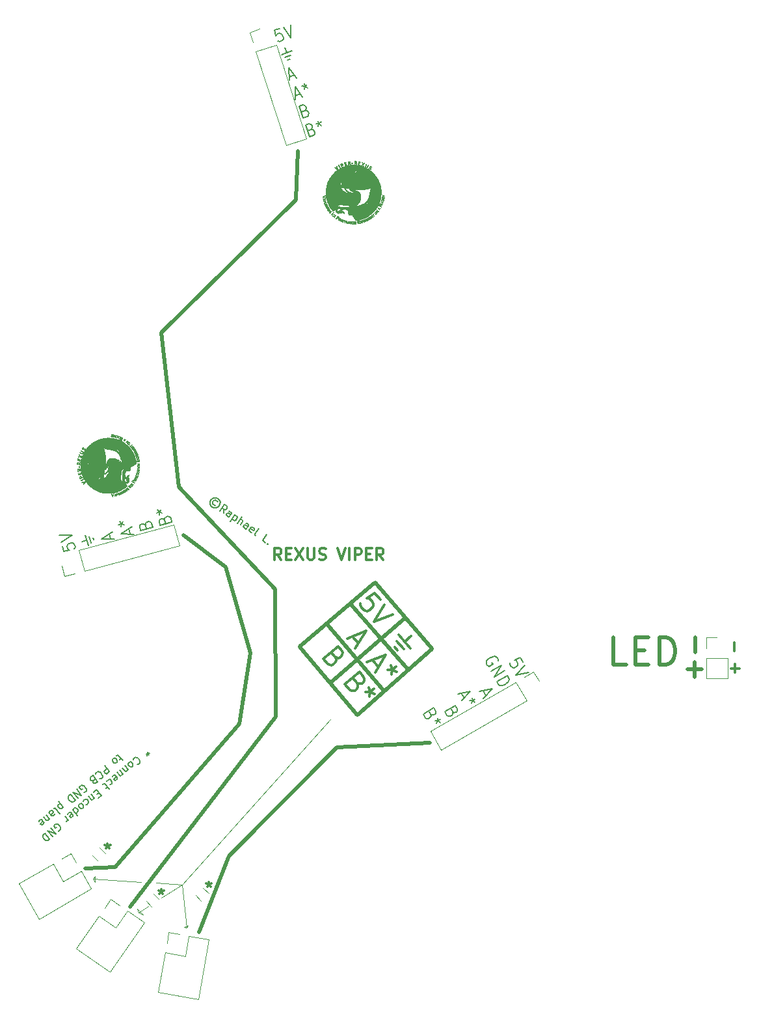
<source format=gto>
G04 #@! TF.FileFunction,Legend,Top*
%FSLAX46Y46*%
G04 Gerber Fmt 4.6, Leading zero omitted, Abs format (unit mm)*
G04 Created by KiCad (PCBNEW 4.0.7) date Sat Jun  9 21:25:33 2018*
%MOMM*%
%LPD*%
G01*
G04 APERTURE LIST*
%ADD10C,0.100000*%
%ADD11C,0.150000*%
%ADD12C,0.300000*%
%ADD13C,0.500000*%
%ADD14C,0.200000*%
%ADD15C,0.375000*%
%ADD16C,0.010000*%
%ADD17C,0.120000*%
G04 APERTURE END LIST*
D10*
D11*
X124237452Y-99947743D02*
X124186751Y-99854109D01*
X124030722Y-99744857D01*
X123925395Y-99729238D01*
X123792754Y-99752626D01*
X123699121Y-99803327D01*
X123589867Y-99959357D01*
X123574248Y-100064684D01*
X123597636Y-100197325D01*
X123648338Y-100290958D01*
X123804367Y-100400211D01*
X123909694Y-100415830D01*
X124299929Y-99526433D02*
X124077579Y-99428874D01*
X123800603Y-99409329D01*
X123547016Y-99522426D01*
X123371443Y-99690149D01*
X123273884Y-99912499D01*
X123254340Y-100189474D01*
X123367437Y-100443062D01*
X123535160Y-100618635D01*
X123757509Y-100716194D01*
X124034485Y-100735738D01*
X124288072Y-100622641D01*
X124463646Y-100454918D01*
X124561204Y-100232568D01*
X124580748Y-99955593D01*
X124467651Y-99702005D01*
X124299929Y-99526433D01*
X125009666Y-101418567D02*
X125009747Y-100837302D01*
X124541579Y-101090809D02*
X125115156Y-100271657D01*
X125427214Y-100490163D01*
X125477915Y-100583796D01*
X125489609Y-100650116D01*
X125473990Y-100755444D01*
X125392051Y-100872466D01*
X125298417Y-100923167D01*
X125232097Y-100934861D01*
X125126770Y-100919242D01*
X124814711Y-100700736D01*
X125711797Y-101910204D02*
X126012242Y-101481124D01*
X126027861Y-101375797D01*
X125977160Y-101282163D01*
X125821130Y-101172910D01*
X125715803Y-101157291D01*
X125739110Y-101871197D02*
X125633782Y-101855578D01*
X125438746Y-101719012D01*
X125388044Y-101625378D01*
X125403663Y-101520051D01*
X125458290Y-101442036D01*
X125551923Y-101391335D01*
X125657251Y-101406954D01*
X125852288Y-101543520D01*
X125957615Y-101559139D01*
X126484253Y-101637234D02*
X125910677Y-102456386D01*
X126456940Y-101676241D02*
X126562268Y-101691860D01*
X126718297Y-101801113D01*
X126768999Y-101894747D01*
X126780693Y-101961067D01*
X126765074Y-102066395D01*
X126601194Y-102300439D01*
X126507561Y-102351140D01*
X126441240Y-102362834D01*
X126335913Y-102347215D01*
X126179883Y-102237962D01*
X126129182Y-102144328D01*
X126843007Y-102702286D02*
X127416583Y-101883134D01*
X127194072Y-102948104D02*
X127494517Y-102519024D01*
X127510136Y-102413697D01*
X127459435Y-102320063D01*
X127342413Y-102238123D01*
X127237085Y-102222504D01*
X127170765Y-102234198D01*
X127935210Y-103467055D02*
X128235655Y-103037975D01*
X128251274Y-102932647D01*
X128200573Y-102839014D01*
X128044543Y-102729760D01*
X127939215Y-102714141D01*
X127962523Y-103428047D02*
X127857195Y-103412428D01*
X127662159Y-103275862D01*
X127611457Y-103182229D01*
X127627076Y-103076901D01*
X127681703Y-102998887D01*
X127775336Y-102948185D01*
X127880664Y-102963805D01*
X128075700Y-103100371D01*
X128181028Y-103115990D01*
X128664653Y-103919684D02*
X128559326Y-103904065D01*
X128403296Y-103794812D01*
X128352595Y-103701179D01*
X128368214Y-103595851D01*
X128586720Y-103283793D01*
X128680353Y-103233092D01*
X128785681Y-103248711D01*
X128941710Y-103357964D01*
X128992412Y-103451597D01*
X128976792Y-103556925D01*
X128922166Y-103634940D01*
X128477467Y-103439822D01*
X129144434Y-104313762D02*
X129093733Y-104220129D01*
X129109352Y-104114801D01*
X129600989Y-103412671D01*
X130470681Y-105242411D02*
X130080608Y-104969279D01*
X130654185Y-104150127D01*
X130798358Y-105355588D02*
X130810052Y-105421909D01*
X130743732Y-105433603D01*
X130732037Y-105367282D01*
X130798358Y-105355588D01*
X130743732Y-105433603D01*
D12*
X132521429Y-107478571D02*
X132021429Y-106764286D01*
X131664286Y-107478571D02*
X131664286Y-105978571D01*
X132235714Y-105978571D01*
X132378572Y-106050000D01*
X132450000Y-106121429D01*
X132521429Y-106264286D01*
X132521429Y-106478571D01*
X132450000Y-106621429D01*
X132378572Y-106692857D01*
X132235714Y-106764286D01*
X131664286Y-106764286D01*
X133164286Y-106692857D02*
X133664286Y-106692857D01*
X133878572Y-107478571D02*
X133164286Y-107478571D01*
X133164286Y-105978571D01*
X133878572Y-105978571D01*
X134378572Y-105978571D02*
X135378572Y-107478571D01*
X135378572Y-105978571D02*
X134378572Y-107478571D01*
X135950000Y-105978571D02*
X135950000Y-107192857D01*
X136021428Y-107335714D01*
X136092857Y-107407143D01*
X136235714Y-107478571D01*
X136521428Y-107478571D01*
X136664286Y-107407143D01*
X136735714Y-107335714D01*
X136807143Y-107192857D01*
X136807143Y-105978571D01*
X137450000Y-107407143D02*
X137664286Y-107478571D01*
X138021429Y-107478571D01*
X138164286Y-107407143D01*
X138235715Y-107335714D01*
X138307143Y-107192857D01*
X138307143Y-107050000D01*
X138235715Y-106907143D01*
X138164286Y-106835714D01*
X138021429Y-106764286D01*
X137735715Y-106692857D01*
X137592857Y-106621429D01*
X137521429Y-106550000D01*
X137450000Y-106407143D01*
X137450000Y-106264286D01*
X137521429Y-106121429D01*
X137592857Y-106050000D01*
X137735715Y-105978571D01*
X138092857Y-105978571D01*
X138307143Y-106050000D01*
X139878571Y-105978571D02*
X140378571Y-107478571D01*
X140878571Y-105978571D01*
X141378571Y-107478571D02*
X141378571Y-105978571D01*
X142092857Y-107478571D02*
X142092857Y-105978571D01*
X142664285Y-105978571D01*
X142807143Y-106050000D01*
X142878571Y-106121429D01*
X142950000Y-106264286D01*
X142950000Y-106478571D01*
X142878571Y-106621429D01*
X142807143Y-106692857D01*
X142664285Y-106764286D01*
X142092857Y-106764286D01*
X143592857Y-106692857D02*
X144092857Y-106692857D01*
X144307143Y-107478571D02*
X143592857Y-107478571D01*
X143592857Y-105978571D01*
X144307143Y-105978571D01*
X145807143Y-107478571D02*
X145307143Y-106764286D01*
X144950000Y-107478571D02*
X144950000Y-105978571D01*
X145521428Y-105978571D01*
X145664286Y-106050000D01*
X145735714Y-106121429D01*
X145807143Y-106264286D01*
X145807143Y-106478571D01*
X145735714Y-106621429D01*
X145664286Y-106692857D01*
X145521428Y-106764286D01*
X144950000Y-106764286D01*
D10*
X114500000Y-153600000D02*
X113900000Y-153400000D01*
X113800000Y-152900000D02*
X114500000Y-153600000D01*
X113900000Y-153400000D02*
X113800000Y-152900000D01*
X115200000Y-152500000D02*
X113900000Y-153400000D01*
X119600000Y-149700000D02*
X116900000Y-151400000D01*
X108300000Y-149400000D02*
X108000000Y-149000000D01*
X108300000Y-148600000D02*
X108300000Y-149400000D01*
X108000000Y-149000000D02*
X108300000Y-148600000D01*
X114300000Y-149400000D02*
X108000000Y-149000000D01*
X119600000Y-149700000D02*
X116200000Y-149500000D01*
X119900000Y-155200000D02*
X120200000Y-155300000D01*
X120400000Y-155100000D02*
X119900000Y-155200000D01*
X120200000Y-155300000D02*
X120400000Y-155100000D01*
X119600000Y-149700000D02*
X120200000Y-155300000D01*
X138900000Y-128200000D02*
X119600000Y-149700000D01*
D13*
X138500000Y-115900000D02*
X145900000Y-124500000D01*
X141600000Y-113300000D02*
X149000000Y-121700000D01*
X134900000Y-118700000D02*
X144600000Y-110500000D01*
X142400000Y-127600000D02*
X134900000Y-118800000D01*
X152100000Y-119100000D02*
X142500000Y-127600000D01*
X144800000Y-110400000D02*
X152100000Y-119000000D01*
X139000000Y-123400000D02*
X148600000Y-115100000D01*
D12*
X145413816Y-112677677D02*
X144648593Y-111765719D01*
X143660112Y-112439747D01*
X143827831Y-112454421D01*
X144072071Y-112560289D01*
X144454683Y-113016268D01*
X144516532Y-113275183D01*
X144501858Y-113442901D01*
X144395989Y-113687141D01*
X143940010Y-114069753D01*
X143681096Y-114131601D01*
X143513378Y-114116929D01*
X143269138Y-114011058D01*
X142886526Y-113555080D01*
X142824677Y-113296166D01*
X142839351Y-113128448D01*
X145949472Y-113316047D02*
X144570018Y-115561387D01*
X147020785Y-114592788D01*
X147806992Y-117196600D02*
X149337438Y-119020515D01*
X147565906Y-118020517D02*
X148484175Y-119114867D01*
X149392977Y-117419856D02*
X148572215Y-118108558D01*
X147630911Y-119209217D02*
X147324822Y-118844434D01*
X141785144Y-117431955D02*
X142550368Y-118343913D01*
X141084926Y-117708697D02*
X143535694Y-116740099D01*
X142156239Y-118985438D01*
X144386904Y-120532611D02*
X145152127Y-121444569D01*
X143686685Y-120809353D02*
X146137453Y-119840755D01*
X144757998Y-122086094D01*
X147438332Y-121391083D02*
X146982353Y-121773694D01*
X146782133Y-121164671D02*
X146982353Y-121773694D01*
X147547356Y-122076629D01*
X146388003Y-121806197D02*
X146982353Y-121773694D01*
X146847137Y-122353371D01*
X139521255Y-120108612D02*
X139659626Y-120458722D01*
X139644953Y-120626440D01*
X139539084Y-120870681D01*
X139265497Y-121100248D01*
X139006583Y-121162096D01*
X138838864Y-121147423D01*
X138594624Y-121041553D01*
X137982446Y-120311987D01*
X139897557Y-118705018D01*
X140433213Y-119343388D01*
X140495062Y-119602303D01*
X140480388Y-119770021D01*
X140374519Y-120014261D01*
X140192128Y-120167306D01*
X139933214Y-120229154D01*
X139765496Y-120214482D01*
X139521255Y-120108612D01*
X138985598Y-119470242D01*
X142352581Y-123482856D02*
X142490953Y-123832965D01*
X142476279Y-124000684D01*
X142370411Y-124244924D01*
X142096823Y-124474491D01*
X141837909Y-124536340D01*
X141670191Y-124521666D01*
X141425951Y-124415797D01*
X140813772Y-123686231D01*
X142728883Y-122079262D01*
X143264539Y-122717632D01*
X143326388Y-122976546D01*
X143311714Y-123144264D01*
X143205846Y-123388505D01*
X143023454Y-123541549D01*
X142764540Y-123603398D01*
X142596822Y-123588725D01*
X142352581Y-123482856D01*
X141816925Y-122844486D01*
X144565419Y-124267960D02*
X144109441Y-124650572D01*
X143909220Y-124041549D02*
X144109441Y-124650572D01*
X144674444Y-124953506D01*
X143515090Y-124683074D02*
X144109441Y-124650572D01*
X143974224Y-125230249D01*
D14*
X132339622Y-38353737D02*
X131660296Y-38574464D01*
X131827804Y-39321150D01*
X131872193Y-39226616D01*
X131984514Y-39110009D01*
X132324177Y-38999646D01*
X132483586Y-39027963D01*
X132575063Y-39078351D01*
X132690084Y-39201201D01*
X132807805Y-39563509D01*
X132786961Y-39730505D01*
X132742572Y-39825038D01*
X132630251Y-39941645D01*
X132290588Y-40052009D01*
X132131178Y-40023692D01*
X132039701Y-39973304D01*
X132815149Y-38199229D02*
X133785105Y-39566411D01*
X133766206Y-37890212D01*
X132539772Y-41743509D02*
X133898424Y-41302056D01*
X132952767Y-42089987D02*
X133767958Y-41825115D01*
X133007200Y-40870630D02*
X133219097Y-41522782D01*
X133637493Y-42348174D02*
X133365762Y-42436465D01*
X133552413Y-44628952D02*
X134231739Y-44408225D01*
X133557813Y-45107866D02*
X133538914Y-43431667D01*
X134508869Y-44798849D01*
X134355857Y-47101699D02*
X135035183Y-46880972D01*
X134361257Y-47580613D02*
X134342358Y-45904414D01*
X135312313Y-47271596D01*
X135497212Y-45529179D02*
X135614933Y-45891486D01*
X135228181Y-45856926D02*
X135614933Y-45891486D01*
X135907507Y-45636200D01*
X135505312Y-46247550D02*
X135614933Y-45891486D01*
X135912907Y-46115114D01*
X135585041Y-49035557D02*
X135812384Y-49041801D01*
X135903860Y-49092189D01*
X136018881Y-49215039D01*
X136089514Y-49432424D01*
X136068669Y-49599420D01*
X136024281Y-49693954D01*
X135911959Y-49810561D01*
X135368499Y-49987142D01*
X134874072Y-48465452D01*
X135349600Y-48310943D01*
X135509009Y-48339259D01*
X135600486Y-48389647D01*
X135715506Y-48512497D01*
X135762595Y-48657420D01*
X135741751Y-48824416D01*
X135697362Y-48918951D01*
X135585041Y-49035557D01*
X135109513Y-49190065D01*
X136388485Y-51508304D02*
X136615828Y-51514548D01*
X136707304Y-51564936D01*
X136822325Y-51687786D01*
X136892958Y-51905171D01*
X136872113Y-52072167D01*
X136827725Y-52166701D01*
X136715403Y-52283308D01*
X136171943Y-52459889D01*
X135677516Y-50938199D01*
X136153044Y-50783690D01*
X136312453Y-50812006D01*
X136403930Y-50862394D01*
X136518950Y-50985244D01*
X136566039Y-51130167D01*
X136545195Y-51297163D01*
X136500806Y-51391698D01*
X136388485Y-51508304D01*
X135912957Y-51662812D01*
X137307898Y-50408455D02*
X137425619Y-50770762D01*
X137038868Y-50736202D02*
X137425619Y-50770762D01*
X137718193Y-50515476D01*
X137315998Y-51126826D02*
X137425619Y-50770762D01*
X137723593Y-50994390D01*
X103997841Y-105674178D02*
X104182712Y-106364125D01*
X104937142Y-106235925D01*
X104845061Y-106186649D01*
X104734492Y-106068380D01*
X104642057Y-105723406D01*
X104678677Y-105565697D01*
X104733784Y-105476982D01*
X104862486Y-105368549D01*
X105230458Y-105269951D01*
X105396134Y-105299506D01*
X105488215Y-105348782D01*
X105598784Y-105467052D01*
X105691219Y-105812025D01*
X105654599Y-105969734D01*
X105599492Y-106058449D01*
X103868432Y-105191216D02*
X105284504Y-104294142D01*
X103609613Y-104225290D01*
X107393442Y-105651708D02*
X107023701Y-104271815D01*
X107761060Y-105257413D02*
X107539215Y-104429476D01*
X106546223Y-105139238D02*
X107208571Y-104961762D01*
X108054730Y-104587137D02*
X108128678Y-104863117D01*
X110327928Y-104791467D02*
X110143057Y-104101520D01*
X110806469Y-104811139D02*
X109131578Y-104742286D01*
X110547650Y-103845213D01*
X112839335Y-104118537D02*
X112654464Y-103428590D01*
X113317876Y-104138209D02*
X111642985Y-104069356D01*
X113059057Y-103172283D01*
X111328704Y-102896446D02*
X111696676Y-102797849D01*
X111641923Y-103182261D02*
X111696676Y-102797849D01*
X111457052Y-102492315D01*
X112046515Y-102925955D02*
X111696676Y-102797849D01*
X111935592Y-102511987D01*
X114834873Y-102992247D02*
X114853007Y-102765543D01*
X114908114Y-102676829D01*
X115036815Y-102568395D01*
X115257599Y-102509236D01*
X115423275Y-102538792D01*
X115515356Y-102588067D01*
X115625925Y-102706337D01*
X115773821Y-103258295D01*
X114228340Y-103672405D01*
X114098931Y-103189442D01*
X114135550Y-103031733D01*
X114190657Y-102943019D01*
X114319359Y-102834586D01*
X114466548Y-102795147D01*
X114632223Y-102824702D01*
X114724305Y-102873977D01*
X114834873Y-102992247D01*
X114964283Y-103475210D01*
X117346280Y-102319317D02*
X117364414Y-102092613D01*
X117419521Y-102003899D01*
X117548222Y-101895465D01*
X117769006Y-101836306D01*
X117934682Y-101865862D01*
X118026763Y-101915137D01*
X118137332Y-102033407D01*
X118285228Y-102585365D01*
X116739747Y-102999475D01*
X116610338Y-102516512D01*
X116646957Y-102358803D01*
X116702064Y-102270089D01*
X116830766Y-102161656D01*
X116977955Y-102122217D01*
X117143630Y-102151772D01*
X117235712Y-102201047D01*
X117346280Y-102319317D01*
X117475690Y-102802280D01*
X116296057Y-101343602D02*
X116664029Y-101245004D01*
X116609275Y-101629417D02*
X116664029Y-101245004D01*
X116424405Y-100939471D01*
X117013867Y-101373110D02*
X116664029Y-101245004D01*
X116902945Y-100959143D01*
X163966540Y-120789150D02*
X163609397Y-120170560D01*
X162913854Y-120489653D01*
X163015551Y-120513417D01*
X163152963Y-120599039D01*
X163331534Y-120908334D01*
X163336980Y-121070148D01*
X163306712Y-121170102D01*
X163210460Y-121308151D01*
X162880545Y-121498627D01*
X162712865Y-121512959D01*
X162611168Y-121489195D01*
X162473756Y-121403573D01*
X162295185Y-121094278D01*
X162289739Y-120932465D01*
X162320007Y-120832510D01*
X164216539Y-121222162D02*
X163080899Y-122455175D01*
X164716539Y-122088187D01*
X160756033Y-120580770D02*
X160750587Y-120418957D01*
X160643444Y-120233380D01*
X160470319Y-120085898D01*
X160266925Y-120038370D01*
X160099245Y-120052702D01*
X159799599Y-120143224D01*
X159601650Y-120257509D01*
X159373433Y-120471750D01*
X159277181Y-120609799D01*
X159216644Y-120809708D01*
X159257804Y-121033380D01*
X159329232Y-121157097D01*
X159502358Y-121304579D01*
X159604055Y-121328343D01*
X160065936Y-121061676D01*
X159923079Y-120814240D01*
X159793518Y-121961264D02*
X161179159Y-121161264D01*
X160222090Y-122703572D01*
X161607730Y-121903572D01*
X160579233Y-123322162D02*
X161964873Y-122522162D01*
X162143445Y-122831457D01*
X162184605Y-123055128D01*
X162124068Y-123255037D01*
X162027816Y-123393086D01*
X161799599Y-123607326D01*
X161601651Y-123721612D01*
X161302005Y-123812134D01*
X161134325Y-123826466D01*
X160930930Y-123778937D01*
X160757804Y-123631457D01*
X160579233Y-123322162D01*
X158794893Y-124517308D02*
X159152036Y-125135898D01*
X158327567Y-124622162D02*
X159963207Y-124255175D01*
X158827567Y-125488187D01*
X155971798Y-124827565D02*
X156328941Y-125446155D01*
X155504472Y-124932419D02*
X157140113Y-124565431D01*
X156004472Y-125798444D01*
X157747256Y-125617034D02*
X157417342Y-125807510D01*
X157370736Y-125422024D02*
X157417342Y-125807510D01*
X157727879Y-126040613D01*
X157046267Y-125774314D02*
X157417342Y-125807510D01*
X157260553Y-126145467D01*
X154800047Y-127236127D02*
X154841207Y-127459799D01*
X154810938Y-127559753D01*
X154714687Y-127697802D01*
X154516738Y-127812088D01*
X154349057Y-127826420D01*
X154247361Y-127802656D01*
X154109949Y-127717033D01*
X153824235Y-127222162D01*
X155209875Y-126422162D01*
X155459875Y-126855175D01*
X155465321Y-127016987D01*
X155435053Y-127116942D01*
X155338802Y-127254991D01*
X155206836Y-127331181D01*
X155039156Y-127345513D01*
X154937458Y-127321749D01*
X154800047Y-127236127D01*
X154550047Y-126803114D01*
X151976953Y-127546383D02*
X152018112Y-127770056D01*
X151987844Y-127870009D01*
X151891592Y-128008059D01*
X151693643Y-128122345D01*
X151525963Y-128136676D01*
X151424266Y-128112913D01*
X151286854Y-128027290D01*
X151001140Y-127532419D01*
X152386781Y-126732419D01*
X152636781Y-127165431D01*
X152642227Y-127327244D01*
X152611959Y-127427198D01*
X152515707Y-127565247D01*
X152383741Y-127641438D01*
X152216061Y-127655770D01*
X152114364Y-127632006D01*
X151976953Y-127546383D01*
X151726953Y-127113371D01*
X153243924Y-128217034D02*
X152914010Y-128407510D01*
X152867404Y-128022024D02*
X152914010Y-128407510D01*
X153224547Y-128640613D01*
X152542935Y-128374314D02*
X152914010Y-128407510D01*
X152757221Y-128745467D01*
X115319186Y-132915116D02*
X115166141Y-132732724D01*
X115409750Y-132652636D02*
X115166141Y-132732724D01*
X115044967Y-132958726D01*
X115153140Y-132494985D02*
X115166141Y-132732724D01*
X114934270Y-132678639D01*
X113242005Y-133476995D02*
X113247874Y-133409908D01*
X113326700Y-133281603D01*
X113399656Y-133220385D01*
X113539701Y-133165036D01*
X113673875Y-133176775D01*
X113771571Y-133219122D01*
X113930485Y-133334426D01*
X114022313Y-133443862D01*
X114108270Y-133620384D01*
X114133009Y-133723949D01*
X114121271Y-133858124D01*
X114042444Y-133986429D01*
X113969488Y-134047647D01*
X113829444Y-134102996D01*
X113762357Y-134097126D01*
X112743048Y-133771345D02*
X112846613Y-133746606D01*
X112913700Y-133752475D01*
X113011396Y-133794823D01*
X113195050Y-134013693D01*
X113219790Y-134117258D01*
X113213921Y-134184346D01*
X113171573Y-134282042D01*
X113062137Y-134373869D01*
X112958572Y-134398609D01*
X112891485Y-134392739D01*
X112793789Y-134350392D01*
X112610135Y-134131521D01*
X112585395Y-134027956D01*
X112591264Y-133960869D01*
X112633612Y-133863173D01*
X112743048Y-133771345D01*
X112587920Y-134771785D02*
X112159394Y-134261088D01*
X112526702Y-134698828D02*
X112520833Y-134765915D01*
X112478485Y-134863612D01*
X112369049Y-134955439D01*
X112265484Y-134980178D01*
X112167788Y-134937831D01*
X111831089Y-134536569D01*
X111894832Y-135353355D02*
X111466307Y-134842658D01*
X111833614Y-135280398D02*
X111827745Y-135347485D01*
X111785397Y-135445181D01*
X111675961Y-135537009D01*
X111572396Y-135561748D01*
X111474700Y-135519401D01*
X111138001Y-135118139D01*
X110512001Y-135705578D02*
X110554348Y-135607882D01*
X110700262Y-135485446D01*
X110803828Y-135460706D01*
X110901524Y-135503054D01*
X111146396Y-135794881D01*
X111171135Y-135898446D01*
X111128787Y-135996142D01*
X110982874Y-136118578D01*
X110879308Y-136143318D01*
X110781612Y-136100970D01*
X110720394Y-136028013D01*
X111023959Y-135648967D01*
X109818913Y-136287148D02*
X109861260Y-136189452D01*
X110007174Y-136067015D01*
X110110740Y-136042276D01*
X110177827Y-136048145D01*
X110275523Y-136090493D01*
X110459177Y-136309363D01*
X110483917Y-136412929D01*
X110478047Y-136480016D01*
X110435700Y-136577712D01*
X110289786Y-136700148D01*
X110186220Y-136724888D01*
X109997960Y-136945020D02*
X109706133Y-137189891D01*
X110102787Y-137292194D02*
X109551826Y-136635584D01*
X109454130Y-136593237D01*
X109350565Y-136617976D01*
X109277608Y-136679194D01*
X108775305Y-137784462D02*
X108519956Y-137998725D01*
X108073823Y-137689290D02*
X108438606Y-137383200D01*
X109081394Y-138149245D01*
X108716610Y-138455334D01*
X108174044Y-138475467D02*
X107745518Y-137964770D01*
X108112826Y-138402510D02*
X108106957Y-138469597D01*
X108064609Y-138567293D01*
X107955173Y-138659121D01*
X107851608Y-138683860D01*
X107753912Y-138641513D01*
X107417213Y-138240251D01*
X106754734Y-138858299D02*
X106797082Y-138760603D01*
X106942996Y-138638167D01*
X107046561Y-138613427D01*
X107113648Y-138619296D01*
X107211344Y-138661644D01*
X107394998Y-138880514D01*
X107419738Y-138984080D01*
X107413869Y-139051167D01*
X107371521Y-139148863D01*
X107225607Y-139271299D01*
X107122042Y-139296039D01*
X106286386Y-139189127D02*
X106389952Y-139164388D01*
X106457039Y-139170257D01*
X106554735Y-139212605D01*
X106738389Y-139431475D01*
X106763128Y-139535041D01*
X106757259Y-139602128D01*
X106714911Y-139699824D01*
X106605476Y-139791651D01*
X106501910Y-139816391D01*
X106434823Y-139810522D01*
X106337127Y-139768174D01*
X106153473Y-139549304D01*
X106128733Y-139445738D01*
X106134603Y-139378651D01*
X106176950Y-139280955D01*
X106286386Y-139189127D01*
X105374428Y-139954351D02*
X106017215Y-140720396D01*
X105405037Y-139990830D02*
X105447384Y-139893134D01*
X105593298Y-139770697D01*
X105696864Y-139745958D01*
X105763951Y-139751827D01*
X105861647Y-139794175D01*
X106045301Y-140013045D01*
X106070040Y-140116611D01*
X106064171Y-140183698D01*
X106021823Y-140281394D01*
X105875910Y-140403830D01*
X105772344Y-140428570D01*
X104748427Y-140541790D02*
X104790775Y-140444094D01*
X104936689Y-140321658D01*
X105040254Y-140296919D01*
X105137950Y-140339266D01*
X105382822Y-140631093D01*
X105407561Y-140734659D01*
X105365214Y-140832355D01*
X105219300Y-140954791D01*
X105115735Y-140979531D01*
X105018038Y-140937183D01*
X104956820Y-140864226D01*
X105260386Y-140485179D01*
X104353035Y-140811401D02*
X104781561Y-141322098D01*
X104659125Y-141176185D02*
X104683865Y-141279750D01*
X104677995Y-141346837D01*
X104635648Y-141444533D01*
X104562690Y-141505752D01*
X103506081Y-142765325D02*
X103609646Y-142740586D01*
X103719081Y-142648759D01*
X103797908Y-142520454D01*
X103809647Y-142386279D01*
X103784907Y-142282714D01*
X103698950Y-142106192D01*
X103607122Y-141996756D01*
X103448209Y-141881452D01*
X103350513Y-141839104D01*
X103216338Y-141827366D01*
X103076294Y-141882715D01*
X103003337Y-141943933D01*
X102924511Y-142072238D01*
X102918642Y-142139325D01*
X103132904Y-142394673D01*
X103278817Y-142272237D01*
X102529120Y-142341848D02*
X103171907Y-143107893D01*
X102091380Y-142709156D01*
X102734167Y-143475200D01*
X101726597Y-143015245D02*
X102369385Y-143781289D01*
X102186993Y-143934334D01*
X102046949Y-143989683D01*
X101912774Y-143977944D01*
X101815078Y-143935597D01*
X101656164Y-143820292D01*
X101564337Y-143710857D01*
X101478380Y-143534335D01*
X101453640Y-143430769D01*
X101465379Y-143296595D01*
X101544206Y-143168289D01*
X101726597Y-143015245D01*
X111768767Y-133239942D02*
X111476941Y-133484814D01*
X111873595Y-133587117D02*
X111322634Y-132930507D01*
X111224938Y-132888160D01*
X111121373Y-132912899D01*
X111048416Y-132974117D01*
X110683633Y-133280207D02*
X110787198Y-133255467D01*
X110854285Y-133261337D01*
X110951981Y-133303684D01*
X111135635Y-133522555D01*
X111160375Y-133626120D01*
X111154505Y-133693207D01*
X111112158Y-133790903D01*
X111002722Y-133882731D01*
X110899157Y-133907470D01*
X110832070Y-133901601D01*
X110734374Y-133859253D01*
X110550719Y-133640383D01*
X110525980Y-133536817D01*
X110531849Y-133469730D01*
X110574197Y-133372034D01*
X110683633Y-133280207D01*
X109516326Y-134259693D02*
X110159114Y-135025737D01*
X109867287Y-135270609D01*
X109763722Y-135295349D01*
X109696634Y-135289479D01*
X109598938Y-135247132D01*
X109507112Y-135137697D01*
X109482372Y-135034131D01*
X109488241Y-134967044D01*
X109530589Y-134869348D01*
X109822416Y-134624476D01*
X108373760Y-135342745D02*
X108379629Y-135275657D01*
X108458455Y-135147352D01*
X108531411Y-135086135D01*
X108671456Y-135030785D01*
X108805630Y-135042524D01*
X108903326Y-135084872D01*
X109062240Y-135200176D01*
X109154068Y-135309612D01*
X109240025Y-135486134D01*
X109264765Y-135589699D01*
X109253026Y-135723873D01*
X109174199Y-135852179D01*
X109101243Y-135913397D01*
X108961199Y-135968745D01*
X108894112Y-135962876D01*
X108065587Y-136160793D02*
X107925544Y-136216141D01*
X107858456Y-136210271D01*
X107760760Y-136167923D01*
X107668933Y-136058489D01*
X107644194Y-135954923D01*
X107650063Y-135887836D01*
X107692411Y-135790140D01*
X107984237Y-135545268D01*
X108627025Y-136311313D01*
X108371676Y-136525576D01*
X108268111Y-136550315D01*
X108201024Y-136544446D01*
X108103328Y-136502098D01*
X108042110Y-136429142D01*
X108017370Y-136325576D01*
X108023240Y-136258489D01*
X108065587Y-136160793D01*
X108320936Y-135946530D01*
X106845457Y-137744064D02*
X106949022Y-137719324D01*
X107058457Y-137627497D01*
X107137284Y-137499192D01*
X107149023Y-137365017D01*
X107124283Y-137261452D01*
X107038326Y-137084930D01*
X106946498Y-136975494D01*
X106787584Y-136860190D01*
X106689888Y-136817843D01*
X106555714Y-136806104D01*
X106415670Y-136861453D01*
X106342713Y-136922671D01*
X106263887Y-137050976D01*
X106258018Y-137118063D01*
X106472280Y-137373411D01*
X106618193Y-137250975D01*
X105868495Y-137320586D02*
X106511283Y-138086631D01*
X105430755Y-137687894D01*
X106073543Y-138453938D01*
X105065973Y-137993983D02*
X105708760Y-138760027D01*
X105526369Y-138913072D01*
X105386325Y-138968421D01*
X105252150Y-138956682D01*
X105154454Y-138914335D01*
X104995540Y-138799030D01*
X104903713Y-138689595D01*
X104817756Y-138513073D01*
X104793016Y-138409507D01*
X104804755Y-138275333D01*
X104883581Y-138147027D01*
X105065973Y-137993983D01*
X104144800Y-139637210D02*
X103502013Y-138871166D01*
X104114192Y-139600732D02*
X104071844Y-139698428D01*
X103925930Y-139820864D01*
X103822365Y-139845604D01*
X103755277Y-139839734D01*
X103657581Y-139797387D01*
X103473927Y-139578516D01*
X103449188Y-139474951D01*
X103455057Y-139407864D01*
X103497405Y-139310168D01*
X103643319Y-139187731D01*
X103746884Y-139162992D01*
X102913752Y-139799910D02*
X103017318Y-139775171D01*
X103115014Y-139817518D01*
X103665975Y-140474128D01*
X102293620Y-140320263D02*
X102630319Y-140721525D01*
X102728015Y-140763872D01*
X102831580Y-140739133D01*
X102977494Y-140616696D01*
X103019842Y-140519000D01*
X102324229Y-140356741D02*
X102366577Y-140259045D01*
X102548969Y-140106000D01*
X102652534Y-140081260D01*
X102750231Y-140123608D01*
X102811448Y-140196564D01*
X102836188Y-140300130D01*
X102793840Y-140397826D01*
X102611448Y-140550871D01*
X102569100Y-140648567D01*
X102357363Y-141137048D02*
X101928838Y-140626352D01*
X102296145Y-141064092D02*
X102290276Y-141131179D01*
X102247928Y-141228875D01*
X102138493Y-141320702D01*
X102034927Y-141345442D01*
X101937231Y-141303094D01*
X101600532Y-140901833D01*
X100974532Y-141489272D02*
X101016879Y-141391576D01*
X101162793Y-141269139D01*
X101266359Y-141244400D01*
X101364055Y-141286748D01*
X101608927Y-141578574D01*
X101633666Y-141682140D01*
X101591319Y-141779836D01*
X101445405Y-141902272D01*
X101341839Y-141927012D01*
X101244143Y-141884664D01*
X101182925Y-141811707D01*
X101486490Y-141432661D01*
D12*
X109900001Y-144378571D02*
X109900001Y-144735714D01*
X109542858Y-144592857D02*
X109900001Y-144735714D01*
X110257143Y-144592857D01*
X109685715Y-145021429D02*
X109900001Y-144735714D01*
X110114286Y-145021429D01*
X116900001Y-150278571D02*
X116900001Y-150635714D01*
X116542858Y-150492857D02*
X116900001Y-150635714D01*
X117257143Y-150492857D01*
X116685715Y-150921429D02*
X116900001Y-150635714D01*
X117114286Y-150921429D01*
X123100001Y-149378571D02*
X123100001Y-149735714D01*
X122742858Y-149592857D02*
X123100001Y-149735714D01*
X123457143Y-149592857D01*
X122885715Y-150021429D02*
X123100001Y-149735714D01*
X123314286Y-150021429D01*
D15*
X191607143Y-122157142D02*
X191607143Y-121014285D01*
X192178571Y-121585714D02*
X191035714Y-121585714D01*
X191535714Y-119371428D02*
X191535714Y-118228571D01*
D13*
X186440476Y-117561905D02*
X186440476Y-119466667D01*
X186321429Y-120776190D02*
X186321429Y-122680952D01*
X185369048Y-121728571D02*
X187273810Y-121728571D01*
X177450000Y-121083333D02*
X175783333Y-121083333D01*
X175783333Y-117583333D01*
X178616666Y-119250000D02*
X179783333Y-119250000D01*
X180283333Y-121083333D02*
X178616666Y-121083333D01*
X178616666Y-117583333D01*
X180283333Y-117583333D01*
X181783333Y-121083333D02*
X181783333Y-117583333D01*
X182616667Y-117583333D01*
X183116667Y-117750000D01*
X183450000Y-118083333D01*
X183616667Y-118416667D01*
X183783333Y-119083333D01*
X183783333Y-119583333D01*
X183616667Y-120250000D01*
X183450000Y-120583333D01*
X183116667Y-120916667D01*
X182616667Y-121083333D01*
X181783333Y-121083333D01*
X125300000Y-108400000D02*
X119800000Y-104300000D01*
X128500000Y-119600000D02*
X125300000Y-108400000D01*
X127100000Y-128800000D02*
X128500000Y-119600000D01*
X110900000Y-147400000D02*
X127100000Y-128800000D01*
X107000000Y-147600000D02*
X110900000Y-147400000D01*
X134400000Y-60700000D02*
X134700000Y-54300000D01*
X116900000Y-77900000D02*
X134400000Y-60700000D01*
X119200000Y-98000000D02*
X116900000Y-77900000D01*
X131700000Y-111300000D02*
X119200000Y-98000000D01*
X131800000Y-127900000D02*
X131700000Y-111300000D01*
X112800000Y-152600000D02*
X131800000Y-127900000D01*
X139800000Y-131900000D02*
X151900000Y-131300000D01*
X125700000Y-146000000D02*
X139800000Y-131900000D01*
X121800000Y-155900000D02*
X125700000Y-146000000D01*
D16*
G36*
X141816391Y-63478436D02*
X141844588Y-63489251D01*
X141868186Y-63506674D01*
X141886757Y-63530213D01*
X141899875Y-63559378D01*
X141907115Y-63593675D01*
X141908467Y-63618307D01*
X141905333Y-63652261D01*
X141896400Y-63683858D01*
X141882370Y-63711720D01*
X141863945Y-63734471D01*
X141841826Y-63750731D01*
X141840689Y-63751322D01*
X141817253Y-63759725D01*
X141789466Y-63764057D01*
X141760639Y-63763856D01*
X141755204Y-63763252D01*
X141725974Y-63755455D01*
X141700644Y-63740596D01*
X141679845Y-63719427D01*
X141664208Y-63692696D01*
X141654362Y-63661152D01*
X141651477Y-63639971D01*
X141651598Y-63630227D01*
X141693412Y-63630227D01*
X141696938Y-63657588D01*
X141705455Y-63682597D01*
X141719144Y-63703609D01*
X141723248Y-63707903D01*
X141745070Y-63724423D01*
X141767656Y-63732599D01*
X141790818Y-63732386D01*
X141805944Y-63727792D01*
X141829489Y-63713597D01*
X141847510Y-63692988D01*
X141860011Y-63665963D01*
X141865730Y-63641703D01*
X141867649Y-63609515D01*
X141863152Y-63579446D01*
X141852709Y-63552833D01*
X141836787Y-63531014D01*
X141822923Y-63519501D01*
X141803022Y-63510852D01*
X141780052Y-63507836D01*
X141757393Y-63510618D01*
X141744341Y-63515660D01*
X141725616Y-63530129D01*
X141710980Y-63550463D01*
X141700614Y-63575020D01*
X141694698Y-63602156D01*
X141693412Y-63630227D01*
X141651598Y-63630227D01*
X141651949Y-63602090D01*
X141658986Y-63567883D01*
X141672059Y-63538009D01*
X141690640Y-63513129D01*
X141714198Y-63493902D01*
X141742205Y-63480988D01*
X141774131Y-63475047D01*
X141784020Y-63474722D01*
X141816391Y-63478436D01*
X141816391Y-63478436D01*
G37*
X141816391Y-63478436D02*
X141844588Y-63489251D01*
X141868186Y-63506674D01*
X141886757Y-63530213D01*
X141899875Y-63559378D01*
X141907115Y-63593675D01*
X141908467Y-63618307D01*
X141905333Y-63652261D01*
X141896400Y-63683858D01*
X141882370Y-63711720D01*
X141863945Y-63734471D01*
X141841826Y-63750731D01*
X141840689Y-63751322D01*
X141817253Y-63759725D01*
X141789466Y-63764057D01*
X141760639Y-63763856D01*
X141755204Y-63763252D01*
X141725974Y-63755455D01*
X141700644Y-63740596D01*
X141679845Y-63719427D01*
X141664208Y-63692696D01*
X141654362Y-63661152D01*
X141651477Y-63639971D01*
X141651598Y-63630227D01*
X141693412Y-63630227D01*
X141696938Y-63657588D01*
X141705455Y-63682597D01*
X141719144Y-63703609D01*
X141723248Y-63707903D01*
X141745070Y-63724423D01*
X141767656Y-63732599D01*
X141790818Y-63732386D01*
X141805944Y-63727792D01*
X141829489Y-63713597D01*
X141847510Y-63692988D01*
X141860011Y-63665963D01*
X141865730Y-63641703D01*
X141867649Y-63609515D01*
X141863152Y-63579446D01*
X141852709Y-63552833D01*
X141836787Y-63531014D01*
X141822923Y-63519501D01*
X141803022Y-63510852D01*
X141780052Y-63507836D01*
X141757393Y-63510618D01*
X141744341Y-63515660D01*
X141725616Y-63530129D01*
X141710980Y-63550463D01*
X141700614Y-63575020D01*
X141694698Y-63602156D01*
X141693412Y-63630227D01*
X141651598Y-63630227D01*
X141651949Y-63602090D01*
X141658986Y-63567883D01*
X141672059Y-63538009D01*
X141690640Y-63513129D01*
X141714198Y-63493902D01*
X141742205Y-63480988D01*
X141774131Y-63475047D01*
X141784020Y-63474722D01*
X141816391Y-63478436D01*
G36*
X142178775Y-63473968D02*
X142179438Y-63474831D01*
X142179640Y-63479750D01*
X142180195Y-63492088D01*
X142181056Y-63510809D01*
X142182174Y-63534875D01*
X142183501Y-63563250D01*
X142184989Y-63594897D01*
X142185842Y-63612974D01*
X142187323Y-63645980D01*
X142188532Y-63676301D01*
X142189439Y-63702894D01*
X142190015Y-63724717D01*
X142190230Y-63740729D01*
X142190054Y-63749888D01*
X142189788Y-63751616D01*
X142184416Y-63754028D01*
X142173824Y-63755408D01*
X142169188Y-63755533D01*
X142159978Y-63755200D01*
X142153262Y-63753241D01*
X142147159Y-63748222D01*
X142139787Y-63738706D01*
X142131757Y-63726958D01*
X142121965Y-63712496D01*
X142108963Y-63693394D01*
X142094344Y-63671989D01*
X142079699Y-63650614D01*
X142077618Y-63647583D01*
X142063125Y-63626308D01*
X142048485Y-63604521D01*
X142035281Y-63584599D01*
X142025098Y-63568915D01*
X142023977Y-63567150D01*
X142005224Y-63537516D01*
X142008139Y-63590433D01*
X142010529Y-63633407D01*
X142012480Y-63668679D01*
X142013943Y-63697005D01*
X142014868Y-63719139D01*
X142015208Y-63735838D01*
X142014913Y-63747857D01*
X142013935Y-63755951D01*
X142012225Y-63760877D01*
X142009734Y-63763389D01*
X142006414Y-63764243D01*
X142002215Y-63764195D01*
X141997089Y-63764000D01*
X141996939Y-63764000D01*
X141985385Y-63762754D01*
X141978923Y-63759541D01*
X141978476Y-63758708D01*
X141977795Y-63752987D01*
X141976884Y-63740121D01*
X141975800Y-63721428D01*
X141974600Y-63698223D01*
X141973342Y-63671824D01*
X141972083Y-63643548D01*
X141970880Y-63614712D01*
X141969791Y-63586632D01*
X141968873Y-63560627D01*
X141968184Y-63538011D01*
X141967779Y-63520104D01*
X141967697Y-63511058D01*
X141967733Y-63480366D01*
X142009573Y-63480366D01*
X142057373Y-63549158D01*
X142074048Y-63573249D01*
X142090850Y-63597686D01*
X142106493Y-63620590D01*
X142119692Y-63640079D01*
X142128216Y-63652835D01*
X142138033Y-63667456D01*
X142145987Y-63678845D01*
X142151043Y-63685545D01*
X142152285Y-63686693D01*
X142152399Y-63682324D01*
X142151921Y-63671268D01*
X142150943Y-63655275D01*
X142149788Y-63639107D01*
X142148289Y-63616027D01*
X142146847Y-63588087D01*
X142145631Y-63558893D01*
X142144840Y-63533283D01*
X142143417Y-63474016D01*
X142161408Y-63472715D01*
X142172383Y-63472634D01*
X142178775Y-63473968D01*
X142178775Y-63473968D01*
G37*
X142178775Y-63473968D02*
X142179438Y-63474831D01*
X142179640Y-63479750D01*
X142180195Y-63492088D01*
X142181056Y-63510809D01*
X142182174Y-63534875D01*
X142183501Y-63563250D01*
X142184989Y-63594897D01*
X142185842Y-63612974D01*
X142187323Y-63645980D01*
X142188532Y-63676301D01*
X142189439Y-63702894D01*
X142190015Y-63724717D01*
X142190230Y-63740729D01*
X142190054Y-63749888D01*
X142189788Y-63751616D01*
X142184416Y-63754028D01*
X142173824Y-63755408D01*
X142169188Y-63755533D01*
X142159978Y-63755200D01*
X142153262Y-63753241D01*
X142147159Y-63748222D01*
X142139787Y-63738706D01*
X142131757Y-63726958D01*
X142121965Y-63712496D01*
X142108963Y-63693394D01*
X142094344Y-63671989D01*
X142079699Y-63650614D01*
X142077618Y-63647583D01*
X142063125Y-63626308D01*
X142048485Y-63604521D01*
X142035281Y-63584599D01*
X142025098Y-63568915D01*
X142023977Y-63567150D01*
X142005224Y-63537516D01*
X142008139Y-63590433D01*
X142010529Y-63633407D01*
X142012480Y-63668679D01*
X142013943Y-63697005D01*
X142014868Y-63719139D01*
X142015208Y-63735838D01*
X142014913Y-63747857D01*
X142013935Y-63755951D01*
X142012225Y-63760877D01*
X142009734Y-63763389D01*
X142006414Y-63764243D01*
X142002215Y-63764195D01*
X141997089Y-63764000D01*
X141996939Y-63764000D01*
X141985385Y-63762754D01*
X141978923Y-63759541D01*
X141978476Y-63758708D01*
X141977795Y-63752987D01*
X141976884Y-63740121D01*
X141975800Y-63721428D01*
X141974600Y-63698223D01*
X141973342Y-63671824D01*
X141972083Y-63643548D01*
X141970880Y-63614712D01*
X141969791Y-63586632D01*
X141968873Y-63560627D01*
X141968184Y-63538011D01*
X141967779Y-63520104D01*
X141967697Y-63511058D01*
X141967733Y-63480366D01*
X142009573Y-63480366D01*
X142057373Y-63549158D01*
X142074048Y-63573249D01*
X142090850Y-63597686D01*
X142106493Y-63620590D01*
X142119692Y-63640079D01*
X142128216Y-63652835D01*
X142138033Y-63667456D01*
X142145987Y-63678845D01*
X142151043Y-63685545D01*
X142152285Y-63686693D01*
X142152399Y-63682324D01*
X142151921Y-63671268D01*
X142150943Y-63655275D01*
X142149788Y-63639107D01*
X142148289Y-63616027D01*
X142146847Y-63588087D01*
X142145631Y-63558893D01*
X142144840Y-63533283D01*
X142143417Y-63474016D01*
X142161408Y-63472715D01*
X142172383Y-63472634D01*
X142178775Y-63473968D01*
G36*
X141581627Y-63466435D02*
X141592653Y-63468449D01*
X141599670Y-63470816D01*
X141600255Y-63471236D01*
X141600626Y-63475977D01*
X141600316Y-63488136D01*
X141599386Y-63506699D01*
X141597897Y-63530651D01*
X141595910Y-63558975D01*
X141593488Y-63590657D01*
X141591788Y-63611600D01*
X141580383Y-63749183D01*
X141569800Y-63749752D01*
X141557011Y-63749386D01*
X141549341Y-63748353D01*
X141543433Y-63746403D01*
X141541000Y-63742082D01*
X141541214Y-63732955D01*
X141541955Y-63726618D01*
X141542995Y-63716852D01*
X141544573Y-63700094D01*
X141546563Y-63677792D01*
X141548835Y-63651393D01*
X141551263Y-63622345D01*
X141552832Y-63603133D01*
X141555281Y-63573319D01*
X141557648Y-63545384D01*
X141559805Y-63520740D01*
X141561630Y-63500797D01*
X141562996Y-63486965D01*
X141563579Y-63481915D01*
X141565442Y-63470922D01*
X141568662Y-63466226D01*
X141575683Y-63465731D01*
X141581627Y-63466435D01*
X141581627Y-63466435D01*
G37*
X141581627Y-63466435D02*
X141592653Y-63468449D01*
X141599670Y-63470816D01*
X141600255Y-63471236D01*
X141600626Y-63475977D01*
X141600316Y-63488136D01*
X141599386Y-63506699D01*
X141597897Y-63530651D01*
X141595910Y-63558975D01*
X141593488Y-63590657D01*
X141591788Y-63611600D01*
X141580383Y-63749183D01*
X141569800Y-63749752D01*
X141557011Y-63749386D01*
X141549341Y-63748353D01*
X141543433Y-63746403D01*
X141541000Y-63742082D01*
X141541214Y-63732955D01*
X141541955Y-63726618D01*
X141542995Y-63716852D01*
X141544573Y-63700094D01*
X141546563Y-63677792D01*
X141548835Y-63651393D01*
X141551263Y-63622345D01*
X141552832Y-63603133D01*
X141555281Y-63573319D01*
X141557648Y-63545384D01*
X141559805Y-63520740D01*
X141561630Y-63500797D01*
X141562996Y-63486965D01*
X141563579Y-63481915D01*
X141565442Y-63470922D01*
X141568662Y-63466226D01*
X141575683Y-63465731D01*
X141581627Y-63466435D01*
G36*
X141336440Y-63441240D02*
X141353929Y-63442876D01*
X141375490Y-63445134D01*
X141399681Y-63447843D01*
X141425063Y-63450830D01*
X141450196Y-63453924D01*
X141473641Y-63456954D01*
X141493958Y-63459747D01*
X141509706Y-63462131D01*
X141519446Y-63463936D01*
X141521797Y-63464662D01*
X141523989Y-63470103D01*
X141524239Y-63480337D01*
X141524013Y-63482685D01*
X141522321Y-63492821D01*
X141518654Y-63496670D01*
X141510225Y-63496371D01*
X141506841Y-63495867D01*
X141493986Y-63494092D01*
X141477133Y-63492008D01*
X141465313Y-63490661D01*
X141439143Y-63487805D01*
X141436704Y-63502077D01*
X141435511Y-63510198D01*
X141433465Y-63525373D01*
X141430740Y-63546253D01*
X141427512Y-63571488D01*
X141423954Y-63599728D01*
X141421423Y-63620066D01*
X141417801Y-63648955D01*
X141414427Y-63675176D01*
X141411465Y-63697521D01*
X141409077Y-63714777D01*
X141407425Y-63725735D01*
X141406773Y-63729075D01*
X141404394Y-63732611D01*
X141399150Y-63733603D01*
X141388910Y-63732181D01*
X141381416Y-63730643D01*
X141377473Y-63729970D01*
X141374374Y-63729227D01*
X141372138Y-63727525D01*
X141370778Y-63723974D01*
X141370312Y-63717683D01*
X141370755Y-63707762D01*
X141372122Y-63693322D01*
X141374430Y-63673473D01*
X141377695Y-63647325D01*
X141381932Y-63613987D01*
X141383747Y-63599674D01*
X141387299Y-63571191D01*
X141390457Y-63545085D01*
X141393072Y-63522672D01*
X141394990Y-63505270D01*
X141396060Y-63494194D01*
X141396233Y-63491212D01*
X141395427Y-63485780D01*
X141391733Y-63482447D01*
X141383239Y-63480304D01*
X141369775Y-63478627D01*
X141347642Y-63476167D01*
X141332574Y-63474017D01*
X141323214Y-63471631D01*
X141318203Y-63468459D01*
X141316185Y-63463954D01*
X141315801Y-63457570D01*
X141315800Y-63456862D01*
X141316788Y-63446610D01*
X141319191Y-63440701D01*
X141319431Y-63440522D01*
X141324460Y-63440398D01*
X141336440Y-63441240D01*
X141336440Y-63441240D01*
G37*
X141336440Y-63441240D02*
X141353929Y-63442876D01*
X141375490Y-63445134D01*
X141399681Y-63447843D01*
X141425063Y-63450830D01*
X141450196Y-63453924D01*
X141473641Y-63456954D01*
X141493958Y-63459747D01*
X141509706Y-63462131D01*
X141519446Y-63463936D01*
X141521797Y-63464662D01*
X141523989Y-63470103D01*
X141524239Y-63480337D01*
X141524013Y-63482685D01*
X141522321Y-63492821D01*
X141518654Y-63496670D01*
X141510225Y-63496371D01*
X141506841Y-63495867D01*
X141493986Y-63494092D01*
X141477133Y-63492008D01*
X141465313Y-63490661D01*
X141439143Y-63487805D01*
X141436704Y-63502077D01*
X141435511Y-63510198D01*
X141433465Y-63525373D01*
X141430740Y-63546253D01*
X141427512Y-63571488D01*
X141423954Y-63599728D01*
X141421423Y-63620066D01*
X141417801Y-63648955D01*
X141414427Y-63675176D01*
X141411465Y-63697521D01*
X141409077Y-63714777D01*
X141407425Y-63725735D01*
X141406773Y-63729075D01*
X141404394Y-63732611D01*
X141399150Y-63733603D01*
X141388910Y-63732181D01*
X141381416Y-63730643D01*
X141377473Y-63729970D01*
X141374374Y-63729227D01*
X141372138Y-63727525D01*
X141370778Y-63723974D01*
X141370312Y-63717683D01*
X141370755Y-63707762D01*
X141372122Y-63693322D01*
X141374430Y-63673473D01*
X141377695Y-63647325D01*
X141381932Y-63613987D01*
X141383747Y-63599674D01*
X141387299Y-63571191D01*
X141390457Y-63545085D01*
X141393072Y-63522672D01*
X141394990Y-63505270D01*
X141396060Y-63494194D01*
X141396233Y-63491212D01*
X141395427Y-63485780D01*
X141391733Y-63482447D01*
X141383239Y-63480304D01*
X141369775Y-63478627D01*
X141347642Y-63476167D01*
X141332574Y-63474017D01*
X141323214Y-63471631D01*
X141318203Y-63468459D01*
X141316185Y-63463954D01*
X141315801Y-63457570D01*
X141315800Y-63456862D01*
X141316788Y-63446610D01*
X141319191Y-63440701D01*
X141319431Y-63440522D01*
X141324460Y-63440398D01*
X141336440Y-63441240D01*
G36*
X142595437Y-63298066D02*
X142597807Y-63303739D01*
X142600175Y-63314804D01*
X142601209Y-63322077D01*
X142603694Y-63343056D01*
X142525955Y-63354840D01*
X142501255Y-63358713D01*
X142479510Y-63362368D01*
X142462081Y-63365555D01*
X142450329Y-63368027D01*
X142445626Y-63369520D01*
X142445441Y-63374363D01*
X142446468Y-63385646D01*
X142448420Y-63401478D01*
X142451010Y-63419966D01*
X142453952Y-63439217D01*
X142456958Y-63457340D01*
X142459742Y-63472443D01*
X142462017Y-63482632D01*
X142463283Y-63485980D01*
X142467804Y-63485856D01*
X142479058Y-63484595D01*
X142495423Y-63482437D01*
X142515276Y-63479617D01*
X142536995Y-63476374D01*
X142558959Y-63472946D01*
X142579546Y-63469568D01*
X142597133Y-63466480D01*
X142599435Y-63466052D01*
X142608540Y-63464917D01*
X142614235Y-63466711D01*
X142617556Y-63472949D01*
X142619543Y-63485146D01*
X142620609Y-63496972D01*
X142621783Y-63511460D01*
X142548492Y-63522990D01*
X142524563Y-63526863D01*
X142503633Y-63530457D01*
X142487099Y-63533516D01*
X142476359Y-63535782D01*
X142472834Y-63536888D01*
X142472603Y-63541698D01*
X142473611Y-63553056D01*
X142475586Y-63569179D01*
X142478254Y-63588285D01*
X142481343Y-63608591D01*
X142484579Y-63628316D01*
X142487690Y-63645676D01*
X142490402Y-63658889D01*
X142492443Y-63666172D01*
X142492713Y-63666708D01*
X142495984Y-63668220D01*
X142503758Y-63668483D01*
X142516888Y-63667413D01*
X142536227Y-63664930D01*
X142562626Y-63660952D01*
X142577592Y-63658562D01*
X142602937Y-63654646D01*
X142625410Y-63651523D01*
X142643682Y-63649347D01*
X142656426Y-63648275D01*
X142662315Y-63648464D01*
X142662499Y-63648579D01*
X142664591Y-63654397D01*
X142666374Y-63665579D01*
X142667006Y-63672761D01*
X142668350Y-63693705D01*
X142651417Y-63696845D01*
X142642030Y-63698460D01*
X142625876Y-63701105D01*
X142604553Y-63704526D01*
X142579661Y-63708464D01*
X142552800Y-63712664D01*
X142549817Y-63713128D01*
X142523450Y-63717247D01*
X142499458Y-63721044D01*
X142479280Y-63724288D01*
X142464357Y-63726745D01*
X142456131Y-63728186D01*
X142455532Y-63728306D01*
X142447091Y-63727888D01*
X142444016Y-63724945D01*
X142442786Y-63719234D01*
X142440492Y-63706551D01*
X142437372Y-63688289D01*
X142433665Y-63665843D01*
X142429608Y-63640606D01*
X142429372Y-63639116D01*
X142424822Y-63610469D01*
X142419338Y-63576046D01*
X142413333Y-63538429D01*
X142407219Y-63500202D01*
X142401409Y-63463948D01*
X142399627Y-63452850D01*
X142394966Y-63423476D01*
X142390791Y-63396494D01*
X142387288Y-63373149D01*
X142384639Y-63354686D01*
X142383030Y-63342349D01*
X142382614Y-63337751D01*
X142383913Y-63331858D01*
X142389224Y-63328310D01*
X142400633Y-63325838D01*
X142402708Y-63325524D01*
X142413126Y-63323926D01*
X142430231Y-63321229D01*
X142452357Y-63317698D01*
X142477834Y-63313601D01*
X142504996Y-63309203D01*
X142507483Y-63308798D01*
X142533300Y-63304770D01*
X142556268Y-63301506D01*
X142575083Y-63299166D01*
X142588439Y-63297909D01*
X142595033Y-63297895D01*
X142595437Y-63298066D01*
X142595437Y-63298066D01*
G37*
X142595437Y-63298066D02*
X142597807Y-63303739D01*
X142600175Y-63314804D01*
X142601209Y-63322077D01*
X142603694Y-63343056D01*
X142525955Y-63354840D01*
X142501255Y-63358713D01*
X142479510Y-63362368D01*
X142462081Y-63365555D01*
X142450329Y-63368027D01*
X142445626Y-63369520D01*
X142445441Y-63374363D01*
X142446468Y-63385646D01*
X142448420Y-63401478D01*
X142451010Y-63419966D01*
X142453952Y-63439217D01*
X142456958Y-63457340D01*
X142459742Y-63472443D01*
X142462017Y-63482632D01*
X142463283Y-63485980D01*
X142467804Y-63485856D01*
X142479058Y-63484595D01*
X142495423Y-63482437D01*
X142515276Y-63479617D01*
X142536995Y-63476374D01*
X142558959Y-63472946D01*
X142579546Y-63469568D01*
X142597133Y-63466480D01*
X142599435Y-63466052D01*
X142608540Y-63464917D01*
X142614235Y-63466711D01*
X142617556Y-63472949D01*
X142619543Y-63485146D01*
X142620609Y-63496972D01*
X142621783Y-63511460D01*
X142548492Y-63522990D01*
X142524563Y-63526863D01*
X142503633Y-63530457D01*
X142487099Y-63533516D01*
X142476359Y-63535782D01*
X142472834Y-63536888D01*
X142472603Y-63541698D01*
X142473611Y-63553056D01*
X142475586Y-63569179D01*
X142478254Y-63588285D01*
X142481343Y-63608591D01*
X142484579Y-63628316D01*
X142487690Y-63645676D01*
X142490402Y-63658889D01*
X142492443Y-63666172D01*
X142492713Y-63666708D01*
X142495984Y-63668220D01*
X142503758Y-63668483D01*
X142516888Y-63667413D01*
X142536227Y-63664930D01*
X142562626Y-63660952D01*
X142577592Y-63658562D01*
X142602937Y-63654646D01*
X142625410Y-63651523D01*
X142643682Y-63649347D01*
X142656426Y-63648275D01*
X142662315Y-63648464D01*
X142662499Y-63648579D01*
X142664591Y-63654397D01*
X142666374Y-63665579D01*
X142667006Y-63672761D01*
X142668350Y-63693705D01*
X142651417Y-63696845D01*
X142642030Y-63698460D01*
X142625876Y-63701105D01*
X142604553Y-63704526D01*
X142579661Y-63708464D01*
X142552800Y-63712664D01*
X142549817Y-63713128D01*
X142523450Y-63717247D01*
X142499458Y-63721044D01*
X142479280Y-63724288D01*
X142464357Y-63726745D01*
X142456131Y-63728186D01*
X142455532Y-63728306D01*
X142447091Y-63727888D01*
X142444016Y-63724945D01*
X142442786Y-63719234D01*
X142440492Y-63706551D01*
X142437372Y-63688289D01*
X142433665Y-63665843D01*
X142429608Y-63640606D01*
X142429372Y-63639116D01*
X142424822Y-63610469D01*
X142419338Y-63576046D01*
X142413333Y-63538429D01*
X142407219Y-63500202D01*
X142401409Y-63463948D01*
X142399627Y-63452850D01*
X142394966Y-63423476D01*
X142390791Y-63396494D01*
X142387288Y-63373149D01*
X142384639Y-63354686D01*
X142383030Y-63342349D01*
X142382614Y-63337751D01*
X142383913Y-63331858D01*
X142389224Y-63328310D01*
X142400633Y-63325838D01*
X142402708Y-63325524D01*
X142413126Y-63323926D01*
X142430231Y-63321229D01*
X142452357Y-63317698D01*
X142477834Y-63313601D01*
X142504996Y-63309203D01*
X142507483Y-63308798D01*
X142533300Y-63304770D01*
X142556268Y-63301506D01*
X142575083Y-63299166D01*
X142588439Y-63297909D01*
X142595033Y-63297895D01*
X142595437Y-63298066D01*
G36*
X141216043Y-63419173D02*
X141228588Y-63421112D01*
X141237161Y-63422909D01*
X141239246Y-63423694D01*
X141240417Y-63428248D01*
X141242604Y-63440006D01*
X141245629Y-63457789D01*
X141249314Y-63480417D01*
X141253481Y-63506713D01*
X141257951Y-63535498D01*
X141262547Y-63565593D01*
X141267089Y-63595820D01*
X141271401Y-63624999D01*
X141275302Y-63651953D01*
X141278616Y-63675503D01*
X141281163Y-63694470D01*
X141282767Y-63707675D01*
X141283247Y-63713940D01*
X141283192Y-63714258D01*
X141277388Y-63716591D01*
X141265012Y-63716251D01*
X141253365Y-63714446D01*
X141248922Y-63713260D01*
X141245648Y-63710769D01*
X141243095Y-63705586D01*
X141240818Y-63696325D01*
X141238368Y-63681598D01*
X141235297Y-63660017D01*
X141234905Y-63657181D01*
X141231762Y-63637732D01*
X141228591Y-63625568D01*
X141225031Y-63619512D01*
X141223054Y-63618423D01*
X141212761Y-63616060D01*
X141198258Y-63613185D01*
X141181649Y-63610156D01*
X141165039Y-63607332D01*
X141150531Y-63605070D01*
X141140229Y-63603730D01*
X141136257Y-63603637D01*
X141133719Y-63607771D01*
X141127972Y-63617704D01*
X141119932Y-63631840D01*
X141112597Y-63644865D01*
X141090379Y-63684480D01*
X141073073Y-63681713D01*
X141061729Y-63679473D01*
X141054441Y-63677243D01*
X141053492Y-63676662D01*
X141053089Y-63675359D01*
X141053699Y-63672605D01*
X141055672Y-63667740D01*
X141059355Y-63660107D01*
X141065100Y-63649048D01*
X141073254Y-63633904D01*
X141084166Y-63614017D01*
X141098186Y-63588730D01*
X141107824Y-63571444D01*
X141151813Y-63571444D01*
X141151963Y-63571941D01*
X141156751Y-63573572D01*
X141167458Y-63576111D01*
X141181655Y-63579076D01*
X141196908Y-63581987D01*
X141210787Y-63584361D01*
X141220859Y-63585719D01*
X141222079Y-63585818D01*
X141225659Y-63583905D01*
X141225861Y-63576367D01*
X141225002Y-63571063D01*
X141223246Y-63560436D01*
X141220805Y-63544009D01*
X141218056Y-63524383D01*
X141216310Y-63511336D01*
X141213750Y-63492886D01*
X141211396Y-63477799D01*
X141209548Y-63467895D01*
X141208660Y-63464949D01*
X141206059Y-63467479D01*
X141201003Y-63475845D01*
X141194888Y-63487635D01*
X141186400Y-63504257D01*
X141175923Y-63523769D01*
X141166316Y-63540907D01*
X141158788Y-63554689D01*
X141153660Y-63565503D01*
X141151813Y-63571444D01*
X141107824Y-63571444D01*
X141115664Y-63557384D01*
X141136947Y-63519320D01*
X141136994Y-63519236D01*
X141194603Y-63416288D01*
X141216043Y-63419173D01*
X141216043Y-63419173D01*
G37*
X141216043Y-63419173D02*
X141228588Y-63421112D01*
X141237161Y-63422909D01*
X141239246Y-63423694D01*
X141240417Y-63428248D01*
X141242604Y-63440006D01*
X141245629Y-63457789D01*
X141249314Y-63480417D01*
X141253481Y-63506713D01*
X141257951Y-63535498D01*
X141262547Y-63565593D01*
X141267089Y-63595820D01*
X141271401Y-63624999D01*
X141275302Y-63651953D01*
X141278616Y-63675503D01*
X141281163Y-63694470D01*
X141282767Y-63707675D01*
X141283247Y-63713940D01*
X141283192Y-63714258D01*
X141277388Y-63716591D01*
X141265012Y-63716251D01*
X141253365Y-63714446D01*
X141248922Y-63713260D01*
X141245648Y-63710769D01*
X141243095Y-63705586D01*
X141240818Y-63696325D01*
X141238368Y-63681598D01*
X141235297Y-63660017D01*
X141234905Y-63657181D01*
X141231762Y-63637732D01*
X141228591Y-63625568D01*
X141225031Y-63619512D01*
X141223054Y-63618423D01*
X141212761Y-63616060D01*
X141198258Y-63613185D01*
X141181649Y-63610156D01*
X141165039Y-63607332D01*
X141150531Y-63605070D01*
X141140229Y-63603730D01*
X141136257Y-63603637D01*
X141133719Y-63607771D01*
X141127972Y-63617704D01*
X141119932Y-63631840D01*
X141112597Y-63644865D01*
X141090379Y-63684480D01*
X141073073Y-63681713D01*
X141061729Y-63679473D01*
X141054441Y-63677243D01*
X141053492Y-63676662D01*
X141053089Y-63675359D01*
X141053699Y-63672605D01*
X141055672Y-63667740D01*
X141059355Y-63660107D01*
X141065100Y-63649048D01*
X141073254Y-63633904D01*
X141084166Y-63614017D01*
X141098186Y-63588730D01*
X141107824Y-63571444D01*
X141151813Y-63571444D01*
X141151963Y-63571941D01*
X141156751Y-63573572D01*
X141167458Y-63576111D01*
X141181655Y-63579076D01*
X141196908Y-63581987D01*
X141210787Y-63584361D01*
X141220859Y-63585719D01*
X141222079Y-63585818D01*
X141225659Y-63583905D01*
X141225861Y-63576367D01*
X141225002Y-63571063D01*
X141223246Y-63560436D01*
X141220805Y-63544009D01*
X141218056Y-63524383D01*
X141216310Y-63511336D01*
X141213750Y-63492886D01*
X141211396Y-63477799D01*
X141209548Y-63467895D01*
X141208660Y-63464949D01*
X141206059Y-63467479D01*
X141201003Y-63475845D01*
X141194888Y-63487635D01*
X141186400Y-63504257D01*
X141175923Y-63523769D01*
X141166316Y-63540907D01*
X141158788Y-63554689D01*
X141153660Y-63565503D01*
X141151813Y-63571444D01*
X141107824Y-63571444D01*
X141115664Y-63557384D01*
X141136947Y-63519320D01*
X141136994Y-63519236D01*
X141194603Y-63416288D01*
X141216043Y-63419173D01*
G36*
X142876095Y-63358618D02*
X142875316Y-63362949D01*
X142872151Y-63373992D01*
X142867000Y-63390464D01*
X142860264Y-63411081D01*
X142852511Y-63434077D01*
X142827274Y-63507883D01*
X142879045Y-63560662D01*
X142896263Y-63578112D01*
X142911678Y-63593541D01*
X142924215Y-63605887D01*
X142932796Y-63614089D01*
X142936108Y-63616964D01*
X142941238Y-63623181D01*
X142938171Y-63629187D01*
X142927174Y-63634627D01*
X142921467Y-63636342D01*
X142901534Y-63641673D01*
X142880735Y-63619228D01*
X142867125Y-63604641D01*
X142851020Y-63587527D01*
X142835791Y-63571466D01*
X142835070Y-63570710D01*
X142810203Y-63544638D01*
X142799826Y-63579177D01*
X142793721Y-63599988D01*
X142787436Y-63622202D01*
X142782267Y-63641230D01*
X142781990Y-63642287D01*
X142776832Y-63658705D01*
X142771634Y-63669336D01*
X142768007Y-63672662D01*
X142750477Y-63676941D01*
X142739721Y-63678016D01*
X142734684Y-63675907D01*
X142733967Y-63673226D01*
X142735239Y-63667159D01*
X142738771Y-63654491D01*
X142744134Y-63636652D01*
X142750900Y-63615069D01*
X142757691Y-63594066D01*
X142781416Y-63521685D01*
X142753812Y-63493617D01*
X142727900Y-63467068D01*
X142707692Y-63445871D01*
X142692768Y-63429536D01*
X142682704Y-63417569D01*
X142677081Y-63409481D01*
X142675476Y-63404779D01*
X142676381Y-63403310D01*
X142683952Y-63400674D01*
X142695689Y-63398062D01*
X142698390Y-63397602D01*
X142714917Y-63394963D01*
X142755133Y-63439686D01*
X142769710Y-63455707D01*
X142782313Y-63469200D01*
X142791859Y-63479035D01*
X142797266Y-63484079D01*
X142797996Y-63484504D01*
X142800566Y-63480925D01*
X142803132Y-63472142D01*
X142803212Y-63471747D01*
X142805495Y-63462632D01*
X142809743Y-63447627D01*
X142815327Y-63428902D01*
X142820928Y-63410807D01*
X142836073Y-63362719D01*
X142855258Y-63359842D01*
X142867022Y-63358455D01*
X142874716Y-63358255D01*
X142876095Y-63358618D01*
X142876095Y-63358618D01*
G37*
X142876095Y-63358618D02*
X142875316Y-63362949D01*
X142872151Y-63373992D01*
X142867000Y-63390464D01*
X142860264Y-63411081D01*
X142852511Y-63434077D01*
X142827274Y-63507883D01*
X142879045Y-63560662D01*
X142896263Y-63578112D01*
X142911678Y-63593541D01*
X142924215Y-63605887D01*
X142932796Y-63614089D01*
X142936108Y-63616964D01*
X142941238Y-63623181D01*
X142938171Y-63629187D01*
X142927174Y-63634627D01*
X142921467Y-63636342D01*
X142901534Y-63641673D01*
X142880735Y-63619228D01*
X142867125Y-63604641D01*
X142851020Y-63587527D01*
X142835791Y-63571466D01*
X142835070Y-63570710D01*
X142810203Y-63544638D01*
X142799826Y-63579177D01*
X142793721Y-63599988D01*
X142787436Y-63622202D01*
X142782267Y-63641230D01*
X142781990Y-63642287D01*
X142776832Y-63658705D01*
X142771634Y-63669336D01*
X142768007Y-63672662D01*
X142750477Y-63676941D01*
X142739721Y-63678016D01*
X142734684Y-63675907D01*
X142733967Y-63673226D01*
X142735239Y-63667159D01*
X142738771Y-63654491D01*
X142744134Y-63636652D01*
X142750900Y-63615069D01*
X142757691Y-63594066D01*
X142781416Y-63521685D01*
X142753812Y-63493617D01*
X142727900Y-63467068D01*
X142707692Y-63445871D01*
X142692768Y-63429536D01*
X142682704Y-63417569D01*
X142677081Y-63409481D01*
X142675476Y-63404779D01*
X142676381Y-63403310D01*
X142683952Y-63400674D01*
X142695689Y-63398062D01*
X142698390Y-63397602D01*
X142714917Y-63394963D01*
X142755133Y-63439686D01*
X142769710Y-63455707D01*
X142782313Y-63469200D01*
X142791859Y-63479035D01*
X142797266Y-63484079D01*
X142797996Y-63484504D01*
X142800566Y-63480925D01*
X142803132Y-63472142D01*
X142803212Y-63471747D01*
X142805495Y-63462632D01*
X142809743Y-63447627D01*
X142815327Y-63428902D01*
X142820928Y-63410807D01*
X142836073Y-63362719D01*
X142855258Y-63359842D01*
X142867022Y-63358455D01*
X142874716Y-63358255D01*
X142876095Y-63358618D01*
G36*
X140911517Y-63352614D02*
X140943271Y-63357007D01*
X140973018Y-63364582D01*
X140999202Y-63374720D01*
X141020263Y-63386802D01*
X141034646Y-63400210D01*
X141035975Y-63402064D01*
X141045523Y-63422827D01*
X141048311Y-63445065D01*
X141044924Y-63467063D01*
X141035946Y-63487107D01*
X141021961Y-63503480D01*
X141003553Y-63514468D01*
X140996983Y-63516527D01*
X140989148Y-63518657D01*
X140986444Y-63521362D01*
X140988476Y-63527045D01*
X140993752Y-63536216D01*
X140997241Y-63543586D01*
X140999704Y-63552806D01*
X141001361Y-63565549D01*
X141002433Y-63583485D01*
X141003114Y-63607068D01*
X141003314Y-63630225D01*
X141002872Y-63648360D01*
X141001845Y-63660334D01*
X141000288Y-63665013D01*
X141000254Y-63665024D01*
X140993853Y-63664491D01*
X140983373Y-63661750D01*
X140981366Y-63661089D01*
X140966550Y-63656050D01*
X140964433Y-63602405D01*
X140963426Y-63579894D01*
X140962282Y-63564172D01*
X140960680Y-63553564D01*
X140958303Y-63546392D01*
X140954831Y-63540983D01*
X140952169Y-63537969D01*
X140942025Y-63529624D01*
X140928223Y-63523186D01*
X140908535Y-63517662D01*
X140904743Y-63516809D01*
X140900332Y-63516091D01*
X140896925Y-63516988D01*
X140893964Y-63520715D01*
X140890891Y-63528487D01*
X140887150Y-63541520D01*
X140882182Y-63561030D01*
X140879494Y-63571858D01*
X140865251Y-63629325D01*
X140848326Y-63626619D01*
X140837137Y-63624414D01*
X140830052Y-63622247D01*
X140829219Y-63621730D01*
X140829690Y-63617250D01*
X140832035Y-63605549D01*
X140836027Y-63587609D01*
X140841440Y-63564409D01*
X140848046Y-63536931D01*
X140855617Y-63506155D01*
X140860810Y-63485399D01*
X140863566Y-63474449D01*
X140905416Y-63474449D01*
X140907725Y-63481504D01*
X140914053Y-63485755D01*
X140921041Y-63487975D01*
X140944231Y-63492005D01*
X140965655Y-63491811D01*
X140982776Y-63487476D01*
X140985937Y-63485844D01*
X140999085Y-63473759D01*
X141007501Y-63457361D01*
X141009698Y-63439816D01*
X141009212Y-63436182D01*
X141002171Y-63420413D01*
X140988180Y-63406614D01*
X140968707Y-63395848D01*
X140945219Y-63389178D01*
X140944007Y-63388977D01*
X140926925Y-63386246D01*
X140922167Y-63404731D01*
X140918031Y-63420395D01*
X140913173Y-63438255D01*
X140911288Y-63445035D01*
X140906734Y-63462868D01*
X140905416Y-63474449D01*
X140863566Y-63474449D01*
X140894583Y-63351250D01*
X140911517Y-63352614D01*
X140911517Y-63352614D01*
G37*
X140911517Y-63352614D02*
X140943271Y-63357007D01*
X140973018Y-63364582D01*
X140999202Y-63374720D01*
X141020263Y-63386802D01*
X141034646Y-63400210D01*
X141035975Y-63402064D01*
X141045523Y-63422827D01*
X141048311Y-63445065D01*
X141044924Y-63467063D01*
X141035946Y-63487107D01*
X141021961Y-63503480D01*
X141003553Y-63514468D01*
X140996983Y-63516527D01*
X140989148Y-63518657D01*
X140986444Y-63521362D01*
X140988476Y-63527045D01*
X140993752Y-63536216D01*
X140997241Y-63543586D01*
X140999704Y-63552806D01*
X141001361Y-63565549D01*
X141002433Y-63583485D01*
X141003114Y-63607068D01*
X141003314Y-63630225D01*
X141002872Y-63648360D01*
X141001845Y-63660334D01*
X141000288Y-63665013D01*
X141000254Y-63665024D01*
X140993853Y-63664491D01*
X140983373Y-63661750D01*
X140981366Y-63661089D01*
X140966550Y-63656050D01*
X140964433Y-63602405D01*
X140963426Y-63579894D01*
X140962282Y-63564172D01*
X140960680Y-63553564D01*
X140958303Y-63546392D01*
X140954831Y-63540983D01*
X140952169Y-63537969D01*
X140942025Y-63529624D01*
X140928223Y-63523186D01*
X140908535Y-63517662D01*
X140904743Y-63516809D01*
X140900332Y-63516091D01*
X140896925Y-63516988D01*
X140893964Y-63520715D01*
X140890891Y-63528487D01*
X140887150Y-63541520D01*
X140882182Y-63561030D01*
X140879494Y-63571858D01*
X140865251Y-63629325D01*
X140848326Y-63626619D01*
X140837137Y-63624414D01*
X140830052Y-63622247D01*
X140829219Y-63621730D01*
X140829690Y-63617250D01*
X140832035Y-63605549D01*
X140836027Y-63587609D01*
X140841440Y-63564409D01*
X140848046Y-63536931D01*
X140855617Y-63506155D01*
X140860810Y-63485399D01*
X140863566Y-63474449D01*
X140905416Y-63474449D01*
X140907725Y-63481504D01*
X140914053Y-63485755D01*
X140921041Y-63487975D01*
X140944231Y-63492005D01*
X140965655Y-63491811D01*
X140982776Y-63487476D01*
X140985937Y-63485844D01*
X140999085Y-63473759D01*
X141007501Y-63457361D01*
X141009698Y-63439816D01*
X141009212Y-63436182D01*
X141002171Y-63420413D01*
X140988180Y-63406614D01*
X140968707Y-63395848D01*
X140945219Y-63389178D01*
X140944007Y-63388977D01*
X140926925Y-63386246D01*
X140922167Y-63404731D01*
X140918031Y-63420395D01*
X140913173Y-63438255D01*
X140911288Y-63445035D01*
X140906734Y-63462868D01*
X140905416Y-63474449D01*
X140863566Y-63474449D01*
X140894583Y-63351250D01*
X140911517Y-63352614D01*
G36*
X143074496Y-63318084D02*
X143093979Y-63331177D01*
X143103892Y-63341882D01*
X143111620Y-63353183D01*
X143115954Y-63364887D01*
X143118119Y-63380625D01*
X143118417Y-63384855D01*
X143118215Y-63409940D01*
X143113421Y-63429782D01*
X143103197Y-63446728D01*
X143092182Y-63458288D01*
X143079077Y-63468193D01*
X143062319Y-63477926D01*
X143044655Y-63486171D01*
X143028833Y-63491614D01*
X143019558Y-63493066D01*
X143014011Y-63493875D01*
X143013367Y-63494518D01*
X143014576Y-63498883D01*
X143017863Y-63509646D01*
X143022712Y-63525147D01*
X143028105Y-63542143D01*
X143035311Y-63565135D01*
X143039891Y-63581385D01*
X143041940Y-63592171D01*
X143041554Y-63598767D01*
X143038831Y-63602451D01*
X143033864Y-63604498D01*
X143032810Y-63604773D01*
X143022445Y-63607677D01*
X143016816Y-63609558D01*
X143009138Y-63608866D01*
X143005839Y-63606612D01*
X143001260Y-63598918D01*
X143000667Y-63595632D01*
X142999470Y-63590167D01*
X142996104Y-63577753D01*
X142990909Y-63559527D01*
X142984222Y-63536629D01*
X142976382Y-63510196D01*
X142967726Y-63481366D01*
X142958594Y-63451277D01*
X142949323Y-63421067D01*
X142940251Y-63391875D01*
X142937466Y-63383000D01*
X142933039Y-63367972D01*
X142932276Y-63364937D01*
X142975267Y-63364937D01*
X142976449Y-63371096D01*
X142979576Y-63383180D01*
X142984014Y-63399048D01*
X142989132Y-63416560D01*
X142994298Y-63433575D01*
X142998879Y-63447952D01*
X143002244Y-63457551D01*
X143003337Y-63460003D01*
X143008238Y-63460808D01*
X143018364Y-63458834D01*
X143031267Y-63454883D01*
X143044501Y-63449759D01*
X143055619Y-63444265D01*
X143059837Y-63441461D01*
X143074089Y-63425535D01*
X143080610Y-63406657D01*
X143079220Y-63385713D01*
X143074179Y-63371811D01*
X143062649Y-63356343D01*
X143046139Y-63347487D01*
X143025101Y-63345356D01*
X142999985Y-63350066D01*
X142995071Y-63351648D01*
X142982236Y-63357321D01*
X142975756Y-63363100D01*
X142975267Y-63364937D01*
X142932276Y-63364937D01*
X142929899Y-63355492D01*
X142928754Y-63348534D01*
X142932214Y-63342699D01*
X142942920Y-63336172D01*
X142961231Y-63328784D01*
X142987507Y-63320370D01*
X142992186Y-63319001D01*
X143024285Y-63312137D01*
X143051493Y-63311784D01*
X143074496Y-63318084D01*
X143074496Y-63318084D01*
G37*
X143074496Y-63318084D02*
X143093979Y-63331177D01*
X143103892Y-63341882D01*
X143111620Y-63353183D01*
X143115954Y-63364887D01*
X143118119Y-63380625D01*
X143118417Y-63384855D01*
X143118215Y-63409940D01*
X143113421Y-63429782D01*
X143103197Y-63446728D01*
X143092182Y-63458288D01*
X143079077Y-63468193D01*
X143062319Y-63477926D01*
X143044655Y-63486171D01*
X143028833Y-63491614D01*
X143019558Y-63493066D01*
X143014011Y-63493875D01*
X143013367Y-63494518D01*
X143014576Y-63498883D01*
X143017863Y-63509646D01*
X143022712Y-63525147D01*
X143028105Y-63542143D01*
X143035311Y-63565135D01*
X143039891Y-63581385D01*
X143041940Y-63592171D01*
X143041554Y-63598767D01*
X143038831Y-63602451D01*
X143033864Y-63604498D01*
X143032810Y-63604773D01*
X143022445Y-63607677D01*
X143016816Y-63609558D01*
X143009138Y-63608866D01*
X143005839Y-63606612D01*
X143001260Y-63598918D01*
X143000667Y-63595632D01*
X142999470Y-63590167D01*
X142996104Y-63577753D01*
X142990909Y-63559527D01*
X142984222Y-63536629D01*
X142976382Y-63510196D01*
X142967726Y-63481366D01*
X142958594Y-63451277D01*
X142949323Y-63421067D01*
X142940251Y-63391875D01*
X142937466Y-63383000D01*
X142933039Y-63367972D01*
X142932276Y-63364937D01*
X142975267Y-63364937D01*
X142976449Y-63371096D01*
X142979576Y-63383180D01*
X142984014Y-63399048D01*
X142989132Y-63416560D01*
X142994298Y-63433575D01*
X142998879Y-63447952D01*
X143002244Y-63457551D01*
X143003337Y-63460003D01*
X143008238Y-63460808D01*
X143018364Y-63458834D01*
X143031267Y-63454883D01*
X143044501Y-63449759D01*
X143055619Y-63444265D01*
X143059837Y-63441461D01*
X143074089Y-63425535D01*
X143080610Y-63406657D01*
X143079220Y-63385713D01*
X143074179Y-63371811D01*
X143062649Y-63356343D01*
X143046139Y-63347487D01*
X143025101Y-63345356D01*
X142999985Y-63350066D01*
X142995071Y-63351648D01*
X142982236Y-63357321D01*
X142975756Y-63363100D01*
X142975267Y-63364937D01*
X142932276Y-63364937D01*
X142929899Y-63355492D01*
X142928754Y-63348534D01*
X142932214Y-63342699D01*
X142942920Y-63336172D01*
X142961231Y-63328784D01*
X142987507Y-63320370D01*
X142992186Y-63319001D01*
X143024285Y-63312137D01*
X143051493Y-63311784D01*
X143074496Y-63318084D01*
G36*
X140669604Y-63278393D02*
X140682118Y-63281782D01*
X140699726Y-63286893D01*
X140721029Y-63293287D01*
X140744626Y-63300527D01*
X140769117Y-63308173D01*
X140793101Y-63315787D01*
X140815178Y-63322929D01*
X140833948Y-63329162D01*
X140848011Y-63334046D01*
X140855966Y-63337142D01*
X140857163Y-63337818D01*
X140857887Y-63343676D01*
X140854686Y-63352491D01*
X140849320Y-63360945D01*
X140843551Y-63365725D01*
X140842211Y-63365956D01*
X140835056Y-63364624D01*
X140822406Y-63361200D01*
X140806762Y-63356373D01*
X140803763Y-63355388D01*
X140788538Y-63350838D01*
X140776478Y-63348154D01*
X140769728Y-63347790D01*
X140769144Y-63348090D01*
X140767026Y-63352893D01*
X140762809Y-63364572D01*
X140756902Y-63381919D01*
X140749713Y-63403722D01*
X140741651Y-63428774D01*
X140738047Y-63440150D01*
X140726155Y-63477827D01*
X140716531Y-63508201D01*
X140708910Y-63532050D01*
X140703028Y-63550149D01*
X140698621Y-63563276D01*
X140695426Y-63572208D01*
X140693179Y-63577721D01*
X140691615Y-63580592D01*
X140690472Y-63581598D01*
X140689980Y-63581644D01*
X140684479Y-63580092D01*
X140674543Y-63576678D01*
X140672333Y-63575873D01*
X140662810Y-63570849D01*
X140658091Y-63565353D01*
X140657971Y-63564297D01*
X140659321Y-63558779D01*
X140662901Y-63546298D01*
X140668377Y-63527960D01*
X140675415Y-63504870D01*
X140683680Y-63478135D01*
X140692838Y-63448860D01*
X140693427Y-63446986D01*
X140702868Y-63416457D01*
X140710965Y-63389198D01*
X140717457Y-63366173D01*
X140722080Y-63348346D01*
X140724572Y-63336679D01*
X140724723Y-63332178D01*
X140719146Y-63329403D01*
X140707581Y-63325215D01*
X140692216Y-63320388D01*
X140687150Y-63318918D01*
X140671439Y-63314381D01*
X140659188Y-63310717D01*
X140652411Y-63308532D01*
X140651717Y-63308238D01*
X140651384Y-63303845D01*
X140652577Y-63294359D01*
X140652967Y-63292181D01*
X140656576Y-63281186D01*
X140662416Y-63277234D01*
X140663585Y-63277166D01*
X140669604Y-63278393D01*
X140669604Y-63278393D01*
G37*
X140669604Y-63278393D02*
X140682118Y-63281782D01*
X140699726Y-63286893D01*
X140721029Y-63293287D01*
X140744626Y-63300527D01*
X140769117Y-63308173D01*
X140793101Y-63315787D01*
X140815178Y-63322929D01*
X140833948Y-63329162D01*
X140848011Y-63334046D01*
X140855966Y-63337142D01*
X140857163Y-63337818D01*
X140857887Y-63343676D01*
X140854686Y-63352491D01*
X140849320Y-63360945D01*
X140843551Y-63365725D01*
X140842211Y-63365956D01*
X140835056Y-63364624D01*
X140822406Y-63361200D01*
X140806762Y-63356373D01*
X140803763Y-63355388D01*
X140788538Y-63350838D01*
X140776478Y-63348154D01*
X140769728Y-63347790D01*
X140769144Y-63348090D01*
X140767026Y-63352893D01*
X140762809Y-63364572D01*
X140756902Y-63381919D01*
X140749713Y-63403722D01*
X140741651Y-63428774D01*
X140738047Y-63440150D01*
X140726155Y-63477827D01*
X140716531Y-63508201D01*
X140708910Y-63532050D01*
X140703028Y-63550149D01*
X140698621Y-63563276D01*
X140695426Y-63572208D01*
X140693179Y-63577721D01*
X140691615Y-63580592D01*
X140690472Y-63581598D01*
X140689980Y-63581644D01*
X140684479Y-63580092D01*
X140674543Y-63576678D01*
X140672333Y-63575873D01*
X140662810Y-63570849D01*
X140658091Y-63565353D01*
X140657971Y-63564297D01*
X140659321Y-63558779D01*
X140662901Y-63546298D01*
X140668377Y-63527960D01*
X140675415Y-63504870D01*
X140683680Y-63478135D01*
X140692838Y-63448860D01*
X140693427Y-63446986D01*
X140702868Y-63416457D01*
X140710965Y-63389198D01*
X140717457Y-63366173D01*
X140722080Y-63348346D01*
X140724572Y-63336679D01*
X140724723Y-63332178D01*
X140719146Y-63329403D01*
X140707581Y-63325215D01*
X140692216Y-63320388D01*
X140687150Y-63318918D01*
X140671439Y-63314381D01*
X140659188Y-63310717D01*
X140652411Y-63308532D01*
X140651717Y-63308238D01*
X140651384Y-63303845D01*
X140652577Y-63294359D01*
X140652967Y-63292181D01*
X140656576Y-63281186D01*
X140662416Y-63277234D01*
X140663585Y-63277166D01*
X140669604Y-63278393D01*
G36*
X143288799Y-63221266D02*
X143293456Y-63227978D01*
X143296543Y-63237472D01*
X143297000Y-63242375D01*
X143295387Y-63246562D01*
X143289787Y-63251086D01*
X143279052Y-63256579D01*
X143262039Y-63263669D01*
X143249375Y-63268559D01*
X143230559Y-63275857D01*
X143214623Y-63282325D01*
X143203257Y-63287257D01*
X143198167Y-63289933D01*
X143198008Y-63295041D01*
X143200537Y-63305667D01*
X143204954Y-63319646D01*
X143210458Y-63334808D01*
X143216248Y-63348986D01*
X143221523Y-63360011D01*
X143225483Y-63365716D01*
X143226289Y-63366066D01*
X143231659Y-63364677D01*
X143243212Y-63360904D01*
X143259203Y-63355336D01*
X143276341Y-63349133D01*
X143294600Y-63342466D01*
X143309741Y-63337034D01*
X143320125Y-63333420D01*
X143324082Y-63332200D01*
X143327017Y-63335800D01*
X143330041Y-63344194D01*
X143332206Y-63353774D01*
X143332566Y-63360931D01*
X143331980Y-63362319D01*
X143326878Y-63365003D01*
X143315613Y-63369803D01*
X143299994Y-63375974D01*
X143286417Y-63381089D01*
X143268642Y-63387836D01*
X143253795Y-63393812D01*
X143243709Y-63398258D01*
X143240373Y-63400133D01*
X143240148Y-63405287D01*
X143242459Y-63416204D01*
X143246608Y-63430822D01*
X143251900Y-63447078D01*
X143257639Y-63462910D01*
X143263128Y-63476254D01*
X143267672Y-63485049D01*
X143269807Y-63487357D01*
X143275282Y-63486642D01*
X143287041Y-63483397D01*
X143303457Y-63478122D01*
X143322909Y-63471313D01*
X143326933Y-63469843D01*
X143348368Y-63462057D01*
X143363279Y-63457012D01*
X143373047Y-63454420D01*
X143379055Y-63453992D01*
X143382683Y-63455442D01*
X143384817Y-63457781D01*
X143389304Y-63468153D01*
X143390133Y-63474155D01*
X143389239Y-63477802D01*
X143385852Y-63481474D01*
X143378919Y-63485701D01*
X143367386Y-63491011D01*
X143350198Y-63497934D01*
X143326301Y-63506999D01*
X143320049Y-63509329D01*
X143297116Y-63517778D01*
X143276857Y-63525084D01*
X143260635Y-63530770D01*
X143249810Y-63534358D01*
X143245861Y-63535400D01*
X143241566Y-63531888D01*
X143237232Y-63523758D01*
X143233679Y-63514335D01*
X143228286Y-63499713D01*
X143222072Y-63482661D01*
X143220476Y-63478250D01*
X143215173Y-63463684D01*
X143207598Y-63443035D01*
X143198433Y-63418153D01*
X143188359Y-63390889D01*
X143178059Y-63363094D01*
X143176805Y-63359716D01*
X143167655Y-63334555D01*
X143159844Y-63312061D01*
X143153758Y-63293438D01*
X143149787Y-63279889D01*
X143148317Y-63272618D01*
X143148469Y-63271776D01*
X143153332Y-63269305D01*
X143164767Y-63264593D01*
X143181353Y-63258192D01*
X143201669Y-63250656D01*
X143215898Y-63245519D01*
X143237916Y-63237591D01*
X143257191Y-63230535D01*
X143272280Y-63224890D01*
X143281741Y-63221191D01*
X143284166Y-63220099D01*
X143288799Y-63221266D01*
X143288799Y-63221266D01*
G37*
X143288799Y-63221266D02*
X143293456Y-63227978D01*
X143296543Y-63237472D01*
X143297000Y-63242375D01*
X143295387Y-63246562D01*
X143289787Y-63251086D01*
X143279052Y-63256579D01*
X143262039Y-63263669D01*
X143249375Y-63268559D01*
X143230559Y-63275857D01*
X143214623Y-63282325D01*
X143203257Y-63287257D01*
X143198167Y-63289933D01*
X143198008Y-63295041D01*
X143200537Y-63305667D01*
X143204954Y-63319646D01*
X143210458Y-63334808D01*
X143216248Y-63348986D01*
X143221523Y-63360011D01*
X143225483Y-63365716D01*
X143226289Y-63366066D01*
X143231659Y-63364677D01*
X143243212Y-63360904D01*
X143259203Y-63355336D01*
X143276341Y-63349133D01*
X143294600Y-63342466D01*
X143309741Y-63337034D01*
X143320125Y-63333420D01*
X143324082Y-63332200D01*
X143327017Y-63335800D01*
X143330041Y-63344194D01*
X143332206Y-63353774D01*
X143332566Y-63360931D01*
X143331980Y-63362319D01*
X143326878Y-63365003D01*
X143315613Y-63369803D01*
X143299994Y-63375974D01*
X143286417Y-63381089D01*
X143268642Y-63387836D01*
X143253795Y-63393812D01*
X143243709Y-63398258D01*
X143240373Y-63400133D01*
X143240148Y-63405287D01*
X143242459Y-63416204D01*
X143246608Y-63430822D01*
X143251900Y-63447078D01*
X143257639Y-63462910D01*
X143263128Y-63476254D01*
X143267672Y-63485049D01*
X143269807Y-63487357D01*
X143275282Y-63486642D01*
X143287041Y-63483397D01*
X143303457Y-63478122D01*
X143322909Y-63471313D01*
X143326933Y-63469843D01*
X143348368Y-63462057D01*
X143363279Y-63457012D01*
X143373047Y-63454420D01*
X143379055Y-63453992D01*
X143382683Y-63455442D01*
X143384817Y-63457781D01*
X143389304Y-63468153D01*
X143390133Y-63474155D01*
X143389239Y-63477802D01*
X143385852Y-63481474D01*
X143378919Y-63485701D01*
X143367386Y-63491011D01*
X143350198Y-63497934D01*
X143326301Y-63506999D01*
X143320049Y-63509329D01*
X143297116Y-63517778D01*
X143276857Y-63525084D01*
X143260635Y-63530770D01*
X143249810Y-63534358D01*
X143245861Y-63535400D01*
X143241566Y-63531888D01*
X143237232Y-63523758D01*
X143233679Y-63514335D01*
X143228286Y-63499713D01*
X143222072Y-63482661D01*
X143220476Y-63478250D01*
X143215173Y-63463684D01*
X143207598Y-63443035D01*
X143198433Y-63418153D01*
X143188359Y-63390889D01*
X143178059Y-63363094D01*
X143176805Y-63359716D01*
X143167655Y-63334555D01*
X143159844Y-63312061D01*
X143153758Y-63293438D01*
X143149787Y-63279889D01*
X143148317Y-63272618D01*
X143148469Y-63271776D01*
X143153332Y-63269305D01*
X143164767Y-63264593D01*
X143181353Y-63258192D01*
X143201669Y-63250656D01*
X143215898Y-63245519D01*
X143237916Y-63237591D01*
X143257191Y-63230535D01*
X143272280Y-63224890D01*
X143281741Y-63221191D01*
X143284166Y-63220099D01*
X143288799Y-63221266D01*
G36*
X140491774Y-63210884D02*
X140502943Y-63214830D01*
X140518756Y-63220656D01*
X140537616Y-63227750D01*
X140557925Y-63235499D01*
X140578085Y-63243290D01*
X140596499Y-63250509D01*
X140611568Y-63256544D01*
X140621694Y-63260782D01*
X140625245Y-63262534D01*
X140625348Y-63267732D01*
X140621947Y-63276194D01*
X140616834Y-63284579D01*
X140611801Y-63289543D01*
X140610593Y-63289866D01*
X140603719Y-63288386D01*
X140592024Y-63284572D01*
X140582532Y-63281005D01*
X140565703Y-63274421D01*
X140546196Y-63266903D01*
X140533952Y-63262242D01*
X140507754Y-63252342D01*
X140495202Y-63284863D01*
X140488991Y-63300916D01*
X140483715Y-63314490D01*
X140480308Y-63323178D01*
X140479853Y-63324318D01*
X140479952Y-63328496D01*
X140484668Y-63332732D01*
X140495273Y-63337865D01*
X140508020Y-63342869D01*
X140533827Y-63352668D01*
X140552622Y-63360161D01*
X140565382Y-63365851D01*
X140573081Y-63370241D01*
X140576697Y-63373832D01*
X140577203Y-63377129D01*
X140576820Y-63378323D01*
X140573081Y-63388632D01*
X140571876Y-63392525D01*
X140568597Y-63398787D01*
X140566582Y-63399933D01*
X140561521Y-63398497D01*
X140550420Y-63394626D01*
X140535123Y-63388978D01*
X140523684Y-63384620D01*
X140501237Y-63376052D01*
X140485209Y-63370824D01*
X140474058Y-63369398D01*
X140466242Y-63372235D01*
X140460216Y-63379797D01*
X140454440Y-63392543D01*
X140448889Y-63406974D01*
X140442760Y-63424133D01*
X140438347Y-63438664D01*
X140436220Y-63448560D01*
X140436273Y-63451424D01*
X140440883Y-63454947D01*
X140451909Y-63460523D01*
X140467771Y-63467425D01*
X140486888Y-63474929D01*
X140489784Y-63476004D01*
X140511871Y-63484409D01*
X140526951Y-63490863D01*
X140536100Y-63495926D01*
X140540398Y-63500161D01*
X140541100Y-63502741D01*
X140539029Y-63513425D01*
X140534041Y-63522416D01*
X140527973Y-63526562D01*
X140527193Y-63526581D01*
X140521709Y-63525022D01*
X140509723Y-63520920D01*
X140492631Y-63514777D01*
X140471831Y-63507093D01*
X140453331Y-63500123D01*
X140424316Y-63488749D01*
X140403291Y-63479703D01*
X140390126Y-63472922D01*
X140384689Y-63468345D01*
X140384517Y-63467666D01*
X140385956Y-63460909D01*
X140389858Y-63448689D01*
X140395454Y-63433369D01*
X140396934Y-63429566D01*
X140402830Y-63414461D01*
X140410871Y-63393657D01*
X140420204Y-63369375D01*
X140429973Y-63343834D01*
X140435212Y-63330083D01*
X140448988Y-63294100D01*
X140460174Y-63265439D01*
X140469047Y-63243457D01*
X140475882Y-63227510D01*
X140480955Y-63216954D01*
X140484542Y-63211144D01*
X140486848Y-63209433D01*
X140491774Y-63210884D01*
X140491774Y-63210884D01*
G37*
X140491774Y-63210884D02*
X140502943Y-63214830D01*
X140518756Y-63220656D01*
X140537616Y-63227750D01*
X140557925Y-63235499D01*
X140578085Y-63243290D01*
X140596499Y-63250509D01*
X140611568Y-63256544D01*
X140621694Y-63260782D01*
X140625245Y-63262534D01*
X140625348Y-63267732D01*
X140621947Y-63276194D01*
X140616834Y-63284579D01*
X140611801Y-63289543D01*
X140610593Y-63289866D01*
X140603719Y-63288386D01*
X140592024Y-63284572D01*
X140582532Y-63281005D01*
X140565703Y-63274421D01*
X140546196Y-63266903D01*
X140533952Y-63262242D01*
X140507754Y-63252342D01*
X140495202Y-63284863D01*
X140488991Y-63300916D01*
X140483715Y-63314490D01*
X140480308Y-63323178D01*
X140479853Y-63324318D01*
X140479952Y-63328496D01*
X140484668Y-63332732D01*
X140495273Y-63337865D01*
X140508020Y-63342869D01*
X140533827Y-63352668D01*
X140552622Y-63360161D01*
X140565382Y-63365851D01*
X140573081Y-63370241D01*
X140576697Y-63373832D01*
X140577203Y-63377129D01*
X140576820Y-63378323D01*
X140573081Y-63388632D01*
X140571876Y-63392525D01*
X140568597Y-63398787D01*
X140566582Y-63399933D01*
X140561521Y-63398497D01*
X140550420Y-63394626D01*
X140535123Y-63388978D01*
X140523684Y-63384620D01*
X140501237Y-63376052D01*
X140485209Y-63370824D01*
X140474058Y-63369398D01*
X140466242Y-63372235D01*
X140460216Y-63379797D01*
X140454440Y-63392543D01*
X140448889Y-63406974D01*
X140442760Y-63424133D01*
X140438347Y-63438664D01*
X140436220Y-63448560D01*
X140436273Y-63451424D01*
X140440883Y-63454947D01*
X140451909Y-63460523D01*
X140467771Y-63467425D01*
X140486888Y-63474929D01*
X140489784Y-63476004D01*
X140511871Y-63484409D01*
X140526951Y-63490863D01*
X140536100Y-63495926D01*
X140540398Y-63500161D01*
X140541100Y-63502741D01*
X140539029Y-63513425D01*
X140534041Y-63522416D01*
X140527973Y-63526562D01*
X140527193Y-63526581D01*
X140521709Y-63525022D01*
X140509723Y-63520920D01*
X140492631Y-63514777D01*
X140471831Y-63507093D01*
X140453331Y-63500123D01*
X140424316Y-63488749D01*
X140403291Y-63479703D01*
X140390126Y-63472922D01*
X140384689Y-63468345D01*
X140384517Y-63467666D01*
X140385956Y-63460909D01*
X140389858Y-63448689D01*
X140395454Y-63433369D01*
X140396934Y-63429566D01*
X140402830Y-63414461D01*
X140410871Y-63393657D01*
X140420204Y-63369375D01*
X140429973Y-63343834D01*
X140435212Y-63330083D01*
X140448988Y-63294100D01*
X140460174Y-63265439D01*
X140469047Y-63243457D01*
X140475882Y-63227510D01*
X140480955Y-63216954D01*
X140484542Y-63211144D01*
X140486848Y-63209433D01*
X140491774Y-63210884D01*
G36*
X143498151Y-63156020D02*
X143516256Y-63168552D01*
X143522868Y-63175607D01*
X143535680Y-63196960D01*
X143540894Y-63220672D01*
X143538569Y-63243245D01*
X143534214Y-63256307D01*
X143529211Y-63266590D01*
X143527464Y-63268979D01*
X143522207Y-63276036D01*
X143523726Y-63279960D01*
X143532833Y-63282634D01*
X143533405Y-63282749D01*
X143544301Y-63287352D01*
X143557245Y-63297517D01*
X143572836Y-63313821D01*
X143591676Y-63336843D01*
X143597520Y-63344447D01*
X143608043Y-63357819D01*
X143616842Y-63368137D01*
X143622574Y-63373864D01*
X143623796Y-63374533D01*
X143627157Y-63377713D01*
X143627200Y-63378307D01*
X143623686Y-63381715D01*
X143615109Y-63386506D01*
X143604415Y-63391318D01*
X143594550Y-63394792D01*
X143589543Y-63395700D01*
X143585585Y-63392552D01*
X143577815Y-63384069D01*
X143567502Y-63371689D01*
X143559891Y-63362047D01*
X143541681Y-63339783D01*
X143526590Y-63324341D01*
X143513813Y-63315041D01*
X143502545Y-63311201D01*
X143499546Y-63311012D01*
X143487133Y-63312590D01*
X143473422Y-63316660D01*
X143460913Y-63322152D01*
X143452107Y-63328001D01*
X143449400Y-63332424D01*
X143451030Y-63339008D01*
X143455444Y-63351396D01*
X143461924Y-63367681D01*
X143468118Y-63382242D01*
X143477845Y-63404492D01*
X143484460Y-63420254D01*
X143488135Y-63430843D01*
X143489046Y-63437573D01*
X143487367Y-63441759D01*
X143483272Y-63444715D01*
X143476934Y-63447756D01*
X143476805Y-63447817D01*
X143466710Y-63452383D01*
X143460281Y-63454834D01*
X143459574Y-63454966D01*
X143456875Y-63451407D01*
X143451800Y-63442005D01*
X143445370Y-63428673D01*
X143444324Y-63426391D01*
X143429018Y-63392497D01*
X143413989Y-63358693D01*
X143399644Y-63325938D01*
X143386386Y-63295190D01*
X143374624Y-63267407D01*
X143364762Y-63243547D01*
X143357206Y-63224568D01*
X143352362Y-63211428D01*
X143351841Y-63209547D01*
X143394367Y-63209547D01*
X143395940Y-63214163D01*
X143400089Y-63224520D01*
X143405960Y-63238619D01*
X143412698Y-63254462D01*
X143419449Y-63270049D01*
X143425358Y-63283381D01*
X143429570Y-63292460D01*
X143430880Y-63294957D01*
X143433306Y-63297468D01*
X143437390Y-63297582D01*
X143444921Y-63294816D01*
X143457684Y-63288684D01*
X143462000Y-63286519D01*
X143480975Y-63274268D01*
X143495140Y-63259664D01*
X143503145Y-63244320D01*
X143504433Y-63235905D01*
X143500686Y-63217175D01*
X143490592Y-63201530D01*
X143475876Y-63190452D01*
X143458261Y-63185423D01*
X143446413Y-63186034D01*
X143435219Y-63189089D01*
X143422026Y-63194007D01*
X143409237Y-63199701D01*
X143399255Y-63205086D01*
X143394486Y-63209075D01*
X143394367Y-63209547D01*
X143351841Y-63209547D01*
X143350642Y-63205226D01*
X143351134Y-63200075D01*
X143354250Y-63195303D01*
X143361280Y-63189899D01*
X143373514Y-63182851D01*
X143390342Y-63174115D01*
X143423602Y-63159370D01*
X143452324Y-63151435D01*
X143477007Y-63150317D01*
X143498151Y-63156020D01*
X143498151Y-63156020D01*
G37*
X143498151Y-63156020D02*
X143516256Y-63168552D01*
X143522868Y-63175607D01*
X143535680Y-63196960D01*
X143540894Y-63220672D01*
X143538569Y-63243245D01*
X143534214Y-63256307D01*
X143529211Y-63266590D01*
X143527464Y-63268979D01*
X143522207Y-63276036D01*
X143523726Y-63279960D01*
X143532833Y-63282634D01*
X143533405Y-63282749D01*
X143544301Y-63287352D01*
X143557245Y-63297517D01*
X143572836Y-63313821D01*
X143591676Y-63336843D01*
X143597520Y-63344447D01*
X143608043Y-63357819D01*
X143616842Y-63368137D01*
X143622574Y-63373864D01*
X143623796Y-63374533D01*
X143627157Y-63377713D01*
X143627200Y-63378307D01*
X143623686Y-63381715D01*
X143615109Y-63386506D01*
X143604415Y-63391318D01*
X143594550Y-63394792D01*
X143589543Y-63395700D01*
X143585585Y-63392552D01*
X143577815Y-63384069D01*
X143567502Y-63371689D01*
X143559891Y-63362047D01*
X143541681Y-63339783D01*
X143526590Y-63324341D01*
X143513813Y-63315041D01*
X143502545Y-63311201D01*
X143499546Y-63311012D01*
X143487133Y-63312590D01*
X143473422Y-63316660D01*
X143460913Y-63322152D01*
X143452107Y-63328001D01*
X143449400Y-63332424D01*
X143451030Y-63339008D01*
X143455444Y-63351396D01*
X143461924Y-63367681D01*
X143468118Y-63382242D01*
X143477845Y-63404492D01*
X143484460Y-63420254D01*
X143488135Y-63430843D01*
X143489046Y-63437573D01*
X143487367Y-63441759D01*
X143483272Y-63444715D01*
X143476934Y-63447756D01*
X143476805Y-63447817D01*
X143466710Y-63452383D01*
X143460281Y-63454834D01*
X143459574Y-63454966D01*
X143456875Y-63451407D01*
X143451800Y-63442005D01*
X143445370Y-63428673D01*
X143444324Y-63426391D01*
X143429018Y-63392497D01*
X143413989Y-63358693D01*
X143399644Y-63325938D01*
X143386386Y-63295190D01*
X143374624Y-63267407D01*
X143364762Y-63243547D01*
X143357206Y-63224568D01*
X143352362Y-63211428D01*
X143351841Y-63209547D01*
X143394367Y-63209547D01*
X143395940Y-63214163D01*
X143400089Y-63224520D01*
X143405960Y-63238619D01*
X143412698Y-63254462D01*
X143419449Y-63270049D01*
X143425358Y-63283381D01*
X143429570Y-63292460D01*
X143430880Y-63294957D01*
X143433306Y-63297468D01*
X143437390Y-63297582D01*
X143444921Y-63294816D01*
X143457684Y-63288684D01*
X143462000Y-63286519D01*
X143480975Y-63274268D01*
X143495140Y-63259664D01*
X143503145Y-63244320D01*
X143504433Y-63235905D01*
X143500686Y-63217175D01*
X143490592Y-63201530D01*
X143475876Y-63190452D01*
X143458261Y-63185423D01*
X143446413Y-63186034D01*
X143435219Y-63189089D01*
X143422026Y-63194007D01*
X143409237Y-63199701D01*
X143399255Y-63205086D01*
X143394486Y-63209075D01*
X143394367Y-63209547D01*
X143351841Y-63209547D01*
X143350642Y-63205226D01*
X143351134Y-63200075D01*
X143354250Y-63195303D01*
X143361280Y-63189899D01*
X143373514Y-63182851D01*
X143390342Y-63174115D01*
X143423602Y-63159370D01*
X143452324Y-63151435D01*
X143477007Y-63150317D01*
X143498151Y-63156020D01*
G36*
X140239707Y-63098591D02*
X140250648Y-63102486D01*
X140259159Y-63107400D01*
X140260899Y-63109108D01*
X140262463Y-63114492D01*
X140264859Y-63127225D01*
X140267937Y-63146243D01*
X140271551Y-63170485D01*
X140275550Y-63198889D01*
X140279787Y-63230394D01*
X140284114Y-63263936D01*
X140288381Y-63298456D01*
X140292440Y-63332889D01*
X140293529Y-63342458D01*
X140296359Y-63367532D01*
X140316686Y-63319174D01*
X140329909Y-63288260D01*
X140342869Y-63258962D01*
X140355104Y-63232241D01*
X140366152Y-63209059D01*
X140375548Y-63190376D01*
X140382832Y-63177152D01*
X140387539Y-63170350D01*
X140388702Y-63169640D01*
X140400014Y-63171443D01*
X140407912Y-63175088D01*
X140411410Y-63177581D01*
X140413404Y-63179551D01*
X140414418Y-63182391D01*
X140414146Y-63186906D01*
X140412282Y-63193904D01*
X140408521Y-63204189D01*
X140402555Y-63218567D01*
X140394079Y-63237845D01*
X140382786Y-63262828D01*
X140368371Y-63294322D01*
X140360801Y-63310796D01*
X140346742Y-63341219D01*
X140333760Y-63369022D01*
X140322282Y-63393309D01*
X140312738Y-63413185D01*
X140305555Y-63427755D01*
X140301163Y-63436124D01*
X140299990Y-63437815D01*
X140294951Y-63436194D01*
X140285286Y-63432435D01*
X140282226Y-63431179D01*
X140270932Y-63424745D01*
X140265449Y-63416016D01*
X140264305Y-63411289D01*
X140263104Y-63403297D01*
X140261091Y-63388341D01*
X140258443Y-63367865D01*
X140255338Y-63343313D01*
X140251953Y-63316131D01*
X140248465Y-63287762D01*
X140245052Y-63259651D01*
X140241889Y-63233242D01*
X140239155Y-63209980D01*
X140237026Y-63191309D01*
X140235680Y-63178674D01*
X140235395Y-63175566D01*
X140234620Y-63168742D01*
X140233282Y-63166658D01*
X140230673Y-63170134D01*
X140226088Y-63179985D01*
X140220734Y-63192500D01*
X140212900Y-63210592D01*
X140203037Y-63232795D01*
X140192730Y-63255563D01*
X140187658Y-63266583D01*
X140177853Y-63287729D01*
X140167681Y-63309668D01*
X140158678Y-63329083D01*
X140154747Y-63337561D01*
X140148102Y-63351102D01*
X140142648Y-63360780D01*
X140139406Y-63364811D01*
X140139140Y-63364802D01*
X140133974Y-63362436D01*
X140124416Y-63358507D01*
X140123058Y-63357969D01*
X140113884Y-63353445D01*
X140109391Y-63349458D01*
X140109300Y-63349018D01*
X140110991Y-63343952D01*
X140115570Y-63332970D01*
X140122291Y-63317806D01*
X140128666Y-63303924D01*
X140136645Y-63286650D01*
X140147144Y-63263714D01*
X140159221Y-63237180D01*
X140171938Y-63209115D01*
X140184202Y-63181916D01*
X140195201Y-63157635D01*
X140205176Y-63135942D01*
X140213563Y-63118042D01*
X140219794Y-63105141D01*
X140223304Y-63098442D01*
X140223714Y-63097851D01*
X140229630Y-63096714D01*
X140239707Y-63098591D01*
X140239707Y-63098591D01*
G37*
X140239707Y-63098591D02*
X140250648Y-63102486D01*
X140259159Y-63107400D01*
X140260899Y-63109108D01*
X140262463Y-63114492D01*
X140264859Y-63127225D01*
X140267937Y-63146243D01*
X140271551Y-63170485D01*
X140275550Y-63198889D01*
X140279787Y-63230394D01*
X140284114Y-63263936D01*
X140288381Y-63298456D01*
X140292440Y-63332889D01*
X140293529Y-63342458D01*
X140296359Y-63367532D01*
X140316686Y-63319174D01*
X140329909Y-63288260D01*
X140342869Y-63258962D01*
X140355104Y-63232241D01*
X140366152Y-63209059D01*
X140375548Y-63190376D01*
X140382832Y-63177152D01*
X140387539Y-63170350D01*
X140388702Y-63169640D01*
X140400014Y-63171443D01*
X140407912Y-63175088D01*
X140411410Y-63177581D01*
X140413404Y-63179551D01*
X140414418Y-63182391D01*
X140414146Y-63186906D01*
X140412282Y-63193904D01*
X140408521Y-63204189D01*
X140402555Y-63218567D01*
X140394079Y-63237845D01*
X140382786Y-63262828D01*
X140368371Y-63294322D01*
X140360801Y-63310796D01*
X140346742Y-63341219D01*
X140333760Y-63369022D01*
X140322282Y-63393309D01*
X140312738Y-63413185D01*
X140305555Y-63427755D01*
X140301163Y-63436124D01*
X140299990Y-63437815D01*
X140294951Y-63436194D01*
X140285286Y-63432435D01*
X140282226Y-63431179D01*
X140270932Y-63424745D01*
X140265449Y-63416016D01*
X140264305Y-63411289D01*
X140263104Y-63403297D01*
X140261091Y-63388341D01*
X140258443Y-63367865D01*
X140255338Y-63343313D01*
X140251953Y-63316131D01*
X140248465Y-63287762D01*
X140245052Y-63259651D01*
X140241889Y-63233242D01*
X140239155Y-63209980D01*
X140237026Y-63191309D01*
X140235680Y-63178674D01*
X140235395Y-63175566D01*
X140234620Y-63168742D01*
X140233282Y-63166658D01*
X140230673Y-63170134D01*
X140226088Y-63179985D01*
X140220734Y-63192500D01*
X140212900Y-63210592D01*
X140203037Y-63232795D01*
X140192730Y-63255563D01*
X140187658Y-63266583D01*
X140177853Y-63287729D01*
X140167681Y-63309668D01*
X140158678Y-63329083D01*
X140154747Y-63337561D01*
X140148102Y-63351102D01*
X140142648Y-63360780D01*
X140139406Y-63364811D01*
X140139140Y-63364802D01*
X140133974Y-63362436D01*
X140124416Y-63358507D01*
X140123058Y-63357969D01*
X140113884Y-63353445D01*
X140109391Y-63349458D01*
X140109300Y-63349018D01*
X140110991Y-63343952D01*
X140115570Y-63332970D01*
X140122291Y-63317806D01*
X140128666Y-63303924D01*
X140136645Y-63286650D01*
X140147144Y-63263714D01*
X140159221Y-63237180D01*
X140171938Y-63209115D01*
X140184202Y-63181916D01*
X140195201Y-63157635D01*
X140205176Y-63135942D01*
X140213563Y-63118042D01*
X140219794Y-63105141D01*
X140223304Y-63098442D01*
X140223714Y-63097851D01*
X140229630Y-63096714D01*
X140239707Y-63098591D01*
G36*
X143591281Y-63090411D02*
X143598280Y-63101080D01*
X143607653Y-63117826D01*
X143618906Y-63139802D01*
X143623458Y-63149108D01*
X143637038Y-63177034D01*
X143652648Y-63208881D01*
X143668500Y-63241016D01*
X143682807Y-63269804D01*
X143684861Y-63273912D01*
X143716073Y-63336275D01*
X143699322Y-63344821D01*
X143688929Y-63349979D01*
X143682256Y-63353020D01*
X143681190Y-63353366D01*
X143679049Y-63349718D01*
X143673623Y-63339373D01*
X143665365Y-63323228D01*
X143654731Y-63302182D01*
X143642176Y-63277133D01*
X143628154Y-63248980D01*
X143619566Y-63231658D01*
X143604885Y-63201791D01*
X143591502Y-63174164D01*
X143579866Y-63149737D01*
X143570428Y-63129471D01*
X143563637Y-63114326D01*
X143559943Y-63105263D01*
X143559394Y-63103221D01*
X143563092Y-63096834D01*
X143571932Y-63090825D01*
X143582730Y-63087096D01*
X143587149Y-63086666D01*
X143591281Y-63090411D01*
X143591281Y-63090411D01*
G37*
X143591281Y-63090411D02*
X143598280Y-63101080D01*
X143607653Y-63117826D01*
X143618906Y-63139802D01*
X143623458Y-63149108D01*
X143637038Y-63177034D01*
X143652648Y-63208881D01*
X143668500Y-63241016D01*
X143682807Y-63269804D01*
X143684861Y-63273912D01*
X143716073Y-63336275D01*
X143699322Y-63344821D01*
X143688929Y-63349979D01*
X143682256Y-63353020D01*
X143681190Y-63353366D01*
X143679049Y-63349718D01*
X143673623Y-63339373D01*
X143665365Y-63323228D01*
X143654731Y-63302182D01*
X143642176Y-63277133D01*
X143628154Y-63248980D01*
X143619566Y-63231658D01*
X143604885Y-63201791D01*
X143591502Y-63174164D01*
X143579866Y-63149737D01*
X143570428Y-63129471D01*
X143563637Y-63114326D01*
X143559943Y-63105263D01*
X143559394Y-63103221D01*
X143563092Y-63096834D01*
X143571932Y-63090825D01*
X143582730Y-63087096D01*
X143587149Y-63086666D01*
X143591281Y-63090411D01*
G36*
X140042282Y-62996741D02*
X140053173Y-63001095D01*
X140068916Y-63008631D01*
X140088293Y-63018788D01*
X140097129Y-63023648D01*
X140117510Y-63034884D01*
X140135949Y-63044819D01*
X140150869Y-63052623D01*
X140160695Y-63057462D01*
X140163016Y-63058444D01*
X140170920Y-63063300D01*
X140171948Y-63070599D01*
X140166262Y-63081765D01*
X140165737Y-63082550D01*
X140160524Y-63090287D01*
X140158017Y-63094034D01*
X140154288Y-63092515D01*
X140144583Y-63087631D01*
X140130331Y-63080125D01*
X140112962Y-63070736D01*
X140111105Y-63069720D01*
X140093039Y-63060026D01*
X140077462Y-63052040D01*
X140065974Y-63046557D01*
X140060171Y-63044370D01*
X140060030Y-63044361D01*
X140055986Y-63047883D01*
X140049666Y-63057093D01*
X140042165Y-63069908D01*
X140034576Y-63084248D01*
X140027990Y-63098031D01*
X140023502Y-63109177D01*
X140022204Y-63115604D01*
X140022371Y-63116064D01*
X140026901Y-63119523D01*
X140037335Y-63125906D01*
X140052054Y-63134260D01*
X140067051Y-63142371D01*
X140083883Y-63151577D01*
X140097533Y-63159597D01*
X140106492Y-63165509D01*
X140109300Y-63168249D01*
X140107511Y-63174103D01*
X140103161Y-63183617D01*
X140102719Y-63184479D01*
X140096139Y-63197204D01*
X140069911Y-63182708D01*
X140046010Y-63169505D01*
X140028476Y-63159910D01*
X140016255Y-63153455D01*
X140008292Y-63149670D01*
X140003534Y-63148086D01*
X140000928Y-63148235D01*
X139999419Y-63149646D01*
X139998571Y-63150952D01*
X139993511Y-63159393D01*
X139986436Y-63172007D01*
X139978378Y-63186848D01*
X139970368Y-63201970D01*
X139963438Y-63215426D01*
X139958618Y-63225271D01*
X139956934Y-63229501D01*
X139960485Y-63232542D01*
X139970195Y-63238635D01*
X139984689Y-63246969D01*
X140002591Y-63256734D01*
X140007734Y-63259460D01*
X140026314Y-63269510D01*
X140041843Y-63278407D01*
X140052944Y-63285326D01*
X140058243Y-63289440D01*
X140058500Y-63289953D01*
X140056535Y-63298082D01*
X140051960Y-63307159D01*
X140046750Y-63313745D01*
X140044062Y-63315069D01*
X140037967Y-63313150D01*
X140027159Y-63308417D01*
X140018283Y-63304068D01*
X139994057Y-63291406D01*
X139970630Y-63278624D01*
X139949168Y-63266415D01*
X139930838Y-63255471D01*
X139916806Y-63246483D01*
X139908239Y-63240144D01*
X139906100Y-63237505D01*
X139908332Y-63230285D01*
X139911835Y-63224133D01*
X139916225Y-63216913D01*
X139923383Y-63204262D01*
X139932152Y-63188250D01*
X139937815Y-63177683D01*
X139947270Y-63159999D01*
X139956051Y-63143769D01*
X139962881Y-63131342D01*
X139965399Y-63126883D01*
X139970691Y-63117490D01*
X139978524Y-63103203D01*
X139989249Y-63083368D01*
X140003222Y-63057334D01*
X140020347Y-63025283D01*
X140027729Y-63011856D01*
X140033909Y-63001342D01*
X140037463Y-62996132D01*
X140042282Y-62996741D01*
X140042282Y-62996741D01*
G37*
X140042282Y-62996741D02*
X140053173Y-63001095D01*
X140068916Y-63008631D01*
X140088293Y-63018788D01*
X140097129Y-63023648D01*
X140117510Y-63034884D01*
X140135949Y-63044819D01*
X140150869Y-63052623D01*
X140160695Y-63057462D01*
X140163016Y-63058444D01*
X140170920Y-63063300D01*
X140171948Y-63070599D01*
X140166262Y-63081765D01*
X140165737Y-63082550D01*
X140160524Y-63090287D01*
X140158017Y-63094034D01*
X140154288Y-63092515D01*
X140144583Y-63087631D01*
X140130331Y-63080125D01*
X140112962Y-63070736D01*
X140111105Y-63069720D01*
X140093039Y-63060026D01*
X140077462Y-63052040D01*
X140065974Y-63046557D01*
X140060171Y-63044370D01*
X140060030Y-63044361D01*
X140055986Y-63047883D01*
X140049666Y-63057093D01*
X140042165Y-63069908D01*
X140034576Y-63084248D01*
X140027990Y-63098031D01*
X140023502Y-63109177D01*
X140022204Y-63115604D01*
X140022371Y-63116064D01*
X140026901Y-63119523D01*
X140037335Y-63125906D01*
X140052054Y-63134260D01*
X140067051Y-63142371D01*
X140083883Y-63151577D01*
X140097533Y-63159597D01*
X140106492Y-63165509D01*
X140109300Y-63168249D01*
X140107511Y-63174103D01*
X140103161Y-63183617D01*
X140102719Y-63184479D01*
X140096139Y-63197204D01*
X140069911Y-63182708D01*
X140046010Y-63169505D01*
X140028476Y-63159910D01*
X140016255Y-63153455D01*
X140008292Y-63149670D01*
X140003534Y-63148086D01*
X140000928Y-63148235D01*
X139999419Y-63149646D01*
X139998571Y-63150952D01*
X139993511Y-63159393D01*
X139986436Y-63172007D01*
X139978378Y-63186848D01*
X139970368Y-63201970D01*
X139963438Y-63215426D01*
X139958618Y-63225271D01*
X139956934Y-63229501D01*
X139960485Y-63232542D01*
X139970195Y-63238635D01*
X139984689Y-63246969D01*
X140002591Y-63256734D01*
X140007734Y-63259460D01*
X140026314Y-63269510D01*
X140041843Y-63278407D01*
X140052944Y-63285326D01*
X140058243Y-63289440D01*
X140058500Y-63289953D01*
X140056535Y-63298082D01*
X140051960Y-63307159D01*
X140046750Y-63313745D01*
X140044062Y-63315069D01*
X140037967Y-63313150D01*
X140027159Y-63308417D01*
X140018283Y-63304068D01*
X139994057Y-63291406D01*
X139970630Y-63278624D01*
X139949168Y-63266415D01*
X139930838Y-63255471D01*
X139916806Y-63246483D01*
X139908239Y-63240144D01*
X139906100Y-63237505D01*
X139908332Y-63230285D01*
X139911835Y-63224133D01*
X139916225Y-63216913D01*
X139923383Y-63204262D01*
X139932152Y-63188250D01*
X139937815Y-63177683D01*
X139947270Y-63159999D01*
X139956051Y-63143769D01*
X139962881Y-63131342D01*
X139965399Y-63126883D01*
X139970691Y-63117490D01*
X139978524Y-63103203D01*
X139989249Y-63083368D01*
X140003222Y-63057334D01*
X140020347Y-63025283D01*
X140027729Y-63011856D01*
X140033909Y-63001342D01*
X140037463Y-62996132D01*
X140042282Y-62996741D01*
G36*
X143882316Y-62927394D02*
X143886730Y-62932323D01*
X143893448Y-62941123D01*
X143902788Y-62954264D01*
X143915070Y-62972211D01*
X143930616Y-62995435D01*
X143949746Y-63024401D01*
X143972778Y-63059579D01*
X143999918Y-63101255D01*
X144011862Y-63119922D01*
X144021943Y-63136225D01*
X144029336Y-63148787D01*
X144033216Y-63156232D01*
X144033600Y-63157486D01*
X144030222Y-63162901D01*
X144022298Y-63169196D01*
X144013139Y-63174102D01*
X144007290Y-63175505D01*
X144003212Y-63171974D01*
X143995180Y-63161861D01*
X143983639Y-63145817D01*
X143969030Y-63124497D01*
X143951798Y-63098552D01*
X143932386Y-63068635D01*
X143911238Y-63035401D01*
X143900233Y-63017875D01*
X143889054Y-63000250D01*
X143881854Y-62989559D01*
X143878343Y-62985422D01*
X143878231Y-62987459D01*
X143879239Y-62990358D01*
X143880915Y-62996977D01*
X143883740Y-63010525D01*
X143887459Y-63029583D01*
X143891818Y-63052729D01*
X143896564Y-63078544D01*
X143901441Y-63105607D01*
X143906196Y-63132499D01*
X143910574Y-63157798D01*
X143914322Y-63180084D01*
X143917184Y-63197938D01*
X143918907Y-63209939D01*
X143919300Y-63214158D01*
X143916865Y-63224483D01*
X143908214Y-63231856D01*
X143906774Y-63232626D01*
X143900502Y-63235559D01*
X143895329Y-63236122D01*
X143889443Y-63233483D01*
X143881027Y-63226811D01*
X143868270Y-63215274D01*
X143867616Y-63214674D01*
X143850479Y-63199148D01*
X143831074Y-63181857D01*
X143813583Y-63166526D01*
X143813467Y-63166425D01*
X143797425Y-63152300D01*
X143778532Y-63135308D01*
X143760075Y-63118415D01*
X143754200Y-63112956D01*
X143740952Y-63100718D01*
X143730250Y-63091085D01*
X143723420Y-63085234D01*
X143721645Y-63084027D01*
X143723239Y-63087840D01*
X143728144Y-63098165D01*
X143735850Y-63113961D01*
X143745847Y-63134187D01*
X143757623Y-63157800D01*
X143766590Y-63175665D01*
X143779571Y-63201604D01*
X143791360Y-63225427D01*
X143801387Y-63245962D01*
X143809084Y-63262040D01*
X143813882Y-63272486D01*
X143815166Y-63275672D01*
X143815506Y-63282749D01*
X143810389Y-63289018D01*
X143803589Y-63293664D01*
X143794049Y-63299292D01*
X143787988Y-63302370D01*
X143787271Y-63302566D01*
X143784757Y-63299002D01*
X143779617Y-63289451D01*
X143772748Y-63275622D01*
X143768947Y-63267641D01*
X143762238Y-63253463D01*
X143752642Y-63233320D01*
X143740954Y-63208872D01*
X143727967Y-63181779D01*
X143714475Y-63153701D01*
X143708918Y-63142156D01*
X143696668Y-63116618D01*
X143685748Y-63093650D01*
X143676666Y-63074339D01*
X143669930Y-63059770D01*
X143666050Y-63051030D01*
X143665300Y-63048992D01*
X143668615Y-63045541D01*
X143677139Y-63039447D01*
X143684784Y-63034619D01*
X143696799Y-63027937D01*
X143704353Y-63025678D01*
X143709822Y-63027273D01*
X143711242Y-63028285D01*
X143716389Y-63032587D01*
X143726832Y-63041537D01*
X143741498Y-63054200D01*
X143759315Y-63069645D01*
X143779210Y-63086939D01*
X143800112Y-63105150D01*
X143820947Y-63123345D01*
X143840643Y-63140592D01*
X143858127Y-63155958D01*
X143860940Y-63158438D01*
X143872583Y-63168101D01*
X143878819Y-63171714D01*
X143879971Y-63169457D01*
X143879851Y-63169021D01*
X143877456Y-63159111D01*
X143874027Y-63142360D01*
X143869837Y-63120292D01*
X143865165Y-63094431D01*
X143860285Y-63066300D01*
X143855473Y-63037424D01*
X143851512Y-63012583D01*
X143848148Y-62990995D01*
X143845239Y-62972360D01*
X143843036Y-62958298D01*
X143841794Y-62950428D01*
X143841635Y-62949448D01*
X143844591Y-62945339D01*
X143852559Y-62939287D01*
X143862879Y-62932932D01*
X143872893Y-62927913D01*
X143879883Y-62925869D01*
X143882316Y-62927394D01*
X143882316Y-62927394D01*
G37*
X143882316Y-62927394D02*
X143886730Y-62932323D01*
X143893448Y-62941123D01*
X143902788Y-62954264D01*
X143915070Y-62972211D01*
X143930616Y-62995435D01*
X143949746Y-63024401D01*
X143972778Y-63059579D01*
X143999918Y-63101255D01*
X144011862Y-63119922D01*
X144021943Y-63136225D01*
X144029336Y-63148787D01*
X144033216Y-63156232D01*
X144033600Y-63157486D01*
X144030222Y-63162901D01*
X144022298Y-63169196D01*
X144013139Y-63174102D01*
X144007290Y-63175505D01*
X144003212Y-63171974D01*
X143995180Y-63161861D01*
X143983639Y-63145817D01*
X143969030Y-63124497D01*
X143951798Y-63098552D01*
X143932386Y-63068635D01*
X143911238Y-63035401D01*
X143900233Y-63017875D01*
X143889054Y-63000250D01*
X143881854Y-62989559D01*
X143878343Y-62985422D01*
X143878231Y-62987459D01*
X143879239Y-62990358D01*
X143880915Y-62996977D01*
X143883740Y-63010525D01*
X143887459Y-63029583D01*
X143891818Y-63052729D01*
X143896564Y-63078544D01*
X143901441Y-63105607D01*
X143906196Y-63132499D01*
X143910574Y-63157798D01*
X143914322Y-63180084D01*
X143917184Y-63197938D01*
X143918907Y-63209939D01*
X143919300Y-63214158D01*
X143916865Y-63224483D01*
X143908214Y-63231856D01*
X143906774Y-63232626D01*
X143900502Y-63235559D01*
X143895329Y-63236122D01*
X143889443Y-63233483D01*
X143881027Y-63226811D01*
X143868270Y-63215274D01*
X143867616Y-63214674D01*
X143850479Y-63199148D01*
X143831074Y-63181857D01*
X143813583Y-63166526D01*
X143813467Y-63166425D01*
X143797425Y-63152300D01*
X143778532Y-63135308D01*
X143760075Y-63118415D01*
X143754200Y-63112956D01*
X143740952Y-63100718D01*
X143730250Y-63091085D01*
X143723420Y-63085234D01*
X143721645Y-63084027D01*
X143723239Y-63087840D01*
X143728144Y-63098165D01*
X143735850Y-63113961D01*
X143745847Y-63134187D01*
X143757623Y-63157800D01*
X143766590Y-63175665D01*
X143779571Y-63201604D01*
X143791360Y-63225427D01*
X143801387Y-63245962D01*
X143809084Y-63262040D01*
X143813882Y-63272486D01*
X143815166Y-63275672D01*
X143815506Y-63282749D01*
X143810389Y-63289018D01*
X143803589Y-63293664D01*
X143794049Y-63299292D01*
X143787988Y-63302370D01*
X143787271Y-63302566D01*
X143784757Y-63299002D01*
X143779617Y-63289451D01*
X143772748Y-63275622D01*
X143768947Y-63267641D01*
X143762238Y-63253463D01*
X143752642Y-63233320D01*
X143740954Y-63208872D01*
X143727967Y-63181779D01*
X143714475Y-63153701D01*
X143708918Y-63142156D01*
X143696668Y-63116618D01*
X143685748Y-63093650D01*
X143676666Y-63074339D01*
X143669930Y-63059770D01*
X143666050Y-63051030D01*
X143665300Y-63048992D01*
X143668615Y-63045541D01*
X143677139Y-63039447D01*
X143684784Y-63034619D01*
X143696799Y-63027937D01*
X143704353Y-63025678D01*
X143709822Y-63027273D01*
X143711242Y-63028285D01*
X143716389Y-63032587D01*
X143726832Y-63041537D01*
X143741498Y-63054200D01*
X143759315Y-63069645D01*
X143779210Y-63086939D01*
X143800112Y-63105150D01*
X143820947Y-63123345D01*
X143840643Y-63140592D01*
X143858127Y-63155958D01*
X143860940Y-63158438D01*
X143872583Y-63168101D01*
X143878819Y-63171714D01*
X143879971Y-63169457D01*
X143879851Y-63169021D01*
X143877456Y-63159111D01*
X143874027Y-63142360D01*
X143869837Y-63120292D01*
X143865165Y-63094431D01*
X143860285Y-63066300D01*
X143855473Y-63037424D01*
X143851512Y-63012583D01*
X143848148Y-62990995D01*
X143845239Y-62972360D01*
X143843036Y-62958298D01*
X143841794Y-62950428D01*
X143841635Y-62949448D01*
X143844591Y-62945339D01*
X143852559Y-62939287D01*
X143862879Y-62932932D01*
X143872893Y-62927913D01*
X143879883Y-62925869D01*
X143882316Y-62927394D01*
G36*
X141932402Y-56102791D02*
X141989282Y-56103684D01*
X142044956Y-56105153D01*
X142097529Y-56107168D01*
X142145110Y-56109702D01*
X142179400Y-56112174D01*
X142356602Y-56130968D01*
X142530422Y-56157504D01*
X142701008Y-56191827D01*
X142868508Y-56233983D01*
X143033069Y-56284018D01*
X143194841Y-56341977D01*
X143353970Y-56407908D01*
X143510605Y-56481854D01*
X143664894Y-56563863D01*
X143696540Y-56581843D01*
X143761305Y-56620217D01*
X143828679Y-56662296D01*
X143896603Y-56706700D01*
X143963016Y-56752051D01*
X144025857Y-56796971D01*
X144083065Y-56840082D01*
X144086117Y-56842458D01*
X144105364Y-56857453D01*
X144124424Y-56872262D01*
X144141198Y-56885255D01*
X144153584Y-56894804D01*
X144154383Y-56895417D01*
X144195620Y-56928257D01*
X144241045Y-56966658D01*
X144289555Y-57009570D01*
X144340046Y-57055942D01*
X144391415Y-57104727D01*
X144442558Y-57154875D01*
X144492371Y-57205337D01*
X144539751Y-57255063D01*
X144583594Y-57303005D01*
X144586309Y-57306050D01*
X144616283Y-57340301D01*
X144648212Y-57377815D01*
X144680868Y-57417077D01*
X144713021Y-57456573D01*
X144743440Y-57494788D01*
X144770898Y-57530207D01*
X144794165Y-57561317D01*
X144799420Y-57568574D01*
X144813460Y-57588124D01*
X144799238Y-57585794D01*
X144785769Y-57583876D01*
X144764924Y-57581284D01*
X144737756Y-57578130D01*
X144705318Y-57574525D01*
X144668665Y-57570580D01*
X144628849Y-57566406D01*
X144586925Y-57562114D01*
X144543947Y-57557815D01*
X144500967Y-57553619D01*
X144459040Y-57549640D01*
X144435766Y-57547487D01*
X144378236Y-57542334D01*
X144322125Y-57537550D01*
X144266394Y-57533064D01*
X144210000Y-57528808D01*
X144151903Y-57524711D01*
X144091060Y-57520704D01*
X144026432Y-57516716D01*
X143956975Y-57512679D01*
X143881650Y-57508521D01*
X143799414Y-57504174D01*
X143756317Y-57501956D01*
X143729644Y-57500858D01*
X143695577Y-57499881D01*
X143654992Y-57499026D01*
X143608761Y-57498292D01*
X143557759Y-57497679D01*
X143502860Y-57497187D01*
X143444938Y-57496817D01*
X143384868Y-57496568D01*
X143323523Y-57496440D01*
X143261777Y-57496433D01*
X143200505Y-57496547D01*
X143140581Y-57496783D01*
X143082879Y-57497139D01*
X143028273Y-57497617D01*
X142977637Y-57498215D01*
X142931845Y-57498935D01*
X142891772Y-57499775D01*
X142858291Y-57500736D01*
X142832276Y-57501819D01*
X142829217Y-57501983D01*
X142716455Y-57508684D01*
X142611188Y-57515818D01*
X142512450Y-57523497D01*
X142419277Y-57531831D01*
X142330702Y-57540931D01*
X142245759Y-57550906D01*
X142163485Y-57561868D01*
X142082912Y-57573926D01*
X142003076Y-57587191D01*
X141923011Y-57601773D01*
X141875082Y-57611078D01*
X141744863Y-57638774D01*
X141620375Y-57669031D01*
X141502085Y-57701707D01*
X141390463Y-57736661D01*
X141285975Y-57773751D01*
X141189091Y-57812836D01*
X141149468Y-57830410D01*
X141134948Y-57836176D01*
X141113655Y-57843446D01*
X141087053Y-57851768D01*
X141056606Y-57860689D01*
X141023780Y-57869758D01*
X141011885Y-57872913D01*
X140977999Y-57881807D01*
X140941874Y-57891301D01*
X140905881Y-57900769D01*
X140872392Y-57909588D01*
X140843779Y-57917133D01*
X140834283Y-57919642D01*
X140814056Y-57924944D01*
X140786957Y-57931983D01*
X140754319Y-57940416D01*
X140717478Y-57949899D01*
X140677767Y-57960088D01*
X140636521Y-57970642D01*
X140595075Y-57981215D01*
X140579995Y-57985054D01*
X140527450Y-57998551D01*
X140482129Y-58010533D01*
X140443001Y-58021358D01*
X140409034Y-58031388D01*
X140379197Y-58040981D01*
X140352456Y-58050495D01*
X140327781Y-58060292D01*
X140304140Y-58070729D01*
X140280500Y-58082167D01*
X140255830Y-58094964D01*
X140240215Y-58103385D01*
X140178825Y-58138772D01*
X140113444Y-58180029D01*
X140045221Y-58226296D01*
X139975306Y-58276715D01*
X139904846Y-58330427D01*
X139834992Y-58386573D01*
X139766892Y-58444294D01*
X139701694Y-58502731D01*
X139684334Y-58518900D01*
X139661515Y-58543342D01*
X139646756Y-58566482D01*
X139639861Y-58588900D01*
X139640635Y-58611175D01*
X139646919Y-58629878D01*
X139651430Y-58636159D01*
X139661626Y-58648049D01*
X139677175Y-58665198D01*
X139697746Y-58687256D01*
X139723010Y-58713874D01*
X139752634Y-58744702D01*
X139786289Y-58779390D01*
X139823643Y-58817589D01*
X139845672Y-58839995D01*
X139884546Y-58879577D01*
X139918018Y-58913745D01*
X139946774Y-58942965D01*
X139971500Y-58967707D01*
X139992881Y-58988438D01*
X140011606Y-59005626D01*
X140028359Y-59019740D01*
X140043828Y-59031247D01*
X140058699Y-59040614D01*
X140073657Y-59048311D01*
X140089391Y-59054805D01*
X140106584Y-59060565D01*
X140125926Y-59066057D01*
X140148100Y-59071750D01*
X140173795Y-59078113D01*
X140203696Y-59085613D01*
X140207225Y-59086515D01*
X140214527Y-59089184D01*
X140221590Y-59094005D01*
X140229626Y-59102215D01*
X140239844Y-59115049D01*
X140253454Y-59133747D01*
X140253507Y-59133820D01*
X140300363Y-59195388D01*
X140353569Y-59257909D01*
X140411450Y-59319629D01*
X140472333Y-59378795D01*
X140534544Y-59433653D01*
X140558033Y-59452884D01*
X140657040Y-59526759D01*
X140760952Y-59593744D01*
X140869695Y-59653798D01*
X140983195Y-59706879D01*
X141074500Y-59743238D01*
X141095900Y-59750866D01*
X141120103Y-59759035D01*
X141145817Y-59767360D01*
X141171755Y-59775457D01*
X141196626Y-59782941D01*
X141219140Y-59789426D01*
X141238008Y-59794528D01*
X141251940Y-59797861D01*
X141259647Y-59799041D01*
X141260696Y-59798827D01*
X141258831Y-59795312D01*
X141251903Y-59788273D01*
X141243773Y-59781210D01*
X141194026Y-59737988D01*
X141142100Y-59688591D01*
X141089354Y-59634532D01*
X141037145Y-59577330D01*
X140986831Y-59518500D01*
X140939771Y-59459559D01*
X140897322Y-59402021D01*
X140875290Y-59369800D01*
X140858657Y-59344169D01*
X140841936Y-59317502D01*
X140825699Y-59290800D01*
X140810514Y-59265063D01*
X140796950Y-59241294D01*
X140785579Y-59220493D01*
X140776969Y-59203663D01*
X140771690Y-59191803D01*
X140770312Y-59185916D01*
X140770491Y-59185596D01*
X140775087Y-59185278D01*
X140785300Y-59185916D01*
X140792161Y-59186612D01*
X140800305Y-59187755D01*
X140807017Y-59189771D01*
X140813557Y-59193698D01*
X140821183Y-59200578D01*
X140831156Y-59211448D01*
X140844735Y-59227348D01*
X140851978Y-59235969D01*
X140879451Y-59267227D01*
X140911353Y-59301064D01*
X140945755Y-59335591D01*
X140980726Y-59368916D01*
X141014337Y-59399148D01*
X141042920Y-59423020D01*
X141128108Y-59485925D01*
X141215673Y-59540911D01*
X141306101Y-59588191D01*
X141399879Y-59627975D01*
X141497494Y-59660477D01*
X141599433Y-59685908D01*
X141679866Y-59700602D01*
X141698648Y-59703387D01*
X141716101Y-59705586D01*
X141733604Y-59707270D01*
X141752536Y-59708506D01*
X141774276Y-59709365D01*
X141800201Y-59709915D01*
X141831692Y-59710225D01*
X141870126Y-59710366D01*
X141874600Y-59710373D01*
X141908720Y-59710311D01*
X141941274Y-59710034D01*
X141970980Y-59709570D01*
X141996556Y-59708946D01*
X142016719Y-59708190D01*
X142030187Y-59707329D01*
X142033296Y-59706978D01*
X142058643Y-59703373D01*
X142009381Y-59689213D01*
X141925959Y-59661664D01*
X141842978Y-59627357D01*
X141761816Y-59587069D01*
X141683852Y-59541577D01*
X141610464Y-59491659D01*
X141543029Y-59438090D01*
X141508116Y-59406538D01*
X141487485Y-59386380D01*
X141466575Y-59364934D01*
X141446253Y-59343195D01*
X141427385Y-59322156D01*
X141410835Y-59302813D01*
X141397471Y-59286158D01*
X141388159Y-59273185D01*
X141383764Y-59264890D01*
X141383533Y-59263545D01*
X141387364Y-59261549D01*
X141398165Y-59262098D01*
X141414898Y-59264984D01*
X141436525Y-59270002D01*
X141462009Y-59276946D01*
X141483016Y-59283290D01*
X141576935Y-59310491D01*
X141676632Y-59335085D01*
X141779677Y-59356523D01*
X141883638Y-59374261D01*
X141897883Y-59376383D01*
X141922319Y-59380184D01*
X141946038Y-59384418D01*
X141970442Y-59389411D01*
X141996935Y-59395488D01*
X142026919Y-59402977D01*
X142061797Y-59412203D01*
X142102972Y-59423492D01*
X142115900Y-59427090D01*
X142187884Y-59447300D01*
X142252265Y-59465712D01*
X142309653Y-59482598D01*
X142360653Y-59498230D01*
X142405874Y-59512880D01*
X142445924Y-59526820D01*
X142481410Y-59540321D01*
X142512939Y-59553655D01*
X142541121Y-59567094D01*
X142566561Y-59580909D01*
X142589869Y-59595374D01*
X142611650Y-59610758D01*
X142632515Y-59627335D01*
X142653069Y-59645375D01*
X142673920Y-59665152D01*
X142694762Y-59686002D01*
X142742342Y-59734506D01*
X142757086Y-59781811D01*
X142788181Y-59895461D01*
X142810878Y-60009914D01*
X142825161Y-60125048D01*
X142831010Y-60240741D01*
X142831166Y-60263033D01*
X142827716Y-60368159D01*
X142817254Y-60469057D01*
X142799610Y-60566488D01*
X142774614Y-60661210D01*
X142742096Y-60753983D01*
X142701887Y-60845566D01*
X142700051Y-60849350D01*
X142685794Y-60877554D01*
X142669949Y-60907082D01*
X142653143Y-60936929D01*
X142636003Y-60966091D01*
X142619156Y-60993563D01*
X142603229Y-61018341D01*
X142588849Y-61039419D01*
X142576643Y-61055794D01*
X142567237Y-61066460D01*
X142562213Y-61070185D01*
X142557531Y-61068115D01*
X142547447Y-61061093D01*
X142532840Y-61049847D01*
X142514587Y-61035102D01*
X142493568Y-61017585D01*
X142470660Y-60998025D01*
X142446742Y-60977146D01*
X142422693Y-60955676D01*
X142411219Y-60945245D01*
X142403197Y-60938916D01*
X142397960Y-60936625D01*
X142397408Y-60936847D01*
X142397953Y-60941530D01*
X142400996Y-60953660D01*
X142406361Y-60972653D01*
X142413871Y-60997924D01*
X142423351Y-61028886D01*
X142434623Y-61064956D01*
X142447510Y-61105548D01*
X142460545Y-61146086D01*
X142468035Y-61170006D01*
X142472785Y-61187525D01*
X142475021Y-61200171D01*
X142474970Y-61209474D01*
X142472858Y-61216962D01*
X142471450Y-61219860D01*
X142464780Y-61225844D01*
X142453077Y-61231543D01*
X142439699Y-61235576D01*
X142430558Y-61236676D01*
X142428488Y-61235826D01*
X142424834Y-61232971D01*
X142419198Y-61227677D01*
X142411180Y-61219510D01*
X142400382Y-61208035D01*
X142386403Y-61192818D01*
X142368846Y-61173424D01*
X142347310Y-61149419D01*
X142321398Y-61120367D01*
X142290710Y-61085836D01*
X142254846Y-61045389D01*
X142253689Y-61044083D01*
X142238849Y-61027526D01*
X142225827Y-61013361D01*
X142215718Y-61002750D01*
X142209617Y-60996859D01*
X142208506Y-60996069D01*
X142207983Y-60998937D01*
X142210182Y-61007843D01*
X142214638Y-61020982D01*
X142215616Y-61023585D01*
X142233584Y-61070864D01*
X142250969Y-61116852D01*
X142267523Y-61160876D01*
X142282998Y-61202262D01*
X142297145Y-61240337D01*
X142309715Y-61274428D01*
X142320460Y-61303861D01*
X142329132Y-61327962D01*
X142335481Y-61346057D01*
X142339260Y-61357474D01*
X142340267Y-61361388D01*
X142343648Y-61374449D01*
X142352807Y-61389489D01*
X142366265Y-61404120D01*
X142367298Y-61405039D01*
X142373682Y-61409976D01*
X142381092Y-61414042D01*
X142390363Y-61417316D01*
X142402328Y-61419880D01*
X142417824Y-61421814D01*
X142437685Y-61423197D01*
X142462746Y-61424111D01*
X142493841Y-61424635D01*
X142531806Y-61424850D01*
X142573100Y-61424845D01*
X142624623Y-61424500D01*
X142669625Y-61423564D01*
X142710041Y-61421883D01*
X142747806Y-61419305D01*
X142784855Y-61415680D01*
X142823122Y-61410853D01*
X142864541Y-61404673D01*
X142896950Y-61399377D01*
X143008034Y-61378091D01*
X143114659Y-61352090D01*
X143218526Y-61320817D01*
X143321333Y-61283710D01*
X143424780Y-61240210D01*
X143525377Y-61192362D01*
X143640989Y-61129763D01*
X143753568Y-61059322D01*
X143862992Y-60981147D01*
X143969134Y-60895349D01*
X144071872Y-60802035D01*
X144171082Y-60701314D01*
X144266639Y-60593297D01*
X144358418Y-60478092D01*
X144396155Y-60427111D01*
X144414560Y-60402149D01*
X144433157Y-60377730D01*
X144450795Y-60355306D01*
X144466325Y-60336328D01*
X144478598Y-60322247D01*
X144482333Y-60318315D01*
X144514021Y-60289158D01*
X144548155Y-60263676D01*
X144586321Y-60240900D01*
X144630106Y-60219862D01*
X144670003Y-60203723D01*
X144758149Y-60168546D01*
X144851689Y-60127714D01*
X144949999Y-60081531D01*
X145052454Y-60030296D01*
X145158431Y-59974313D01*
X145253103Y-59921926D01*
X145273641Y-59910207D01*
X145297395Y-59896453D01*
X145323319Y-59881291D01*
X145350366Y-59865347D01*
X145377489Y-59849245D01*
X145403640Y-59833613D01*
X145427774Y-59819076D01*
X145448842Y-59806260D01*
X145465799Y-59795791D01*
X145477597Y-59788295D01*
X145483189Y-59784398D01*
X145483305Y-59784292D01*
X145490995Y-59780670D01*
X145493298Y-59780433D01*
X145495071Y-59781214D01*
X145496381Y-59784052D01*
X145497210Y-59789692D01*
X145497542Y-59798878D01*
X145497359Y-59812356D01*
X145496645Y-59830868D01*
X145495383Y-59855160D01*
X145493557Y-59885977D01*
X145491149Y-59924062D01*
X145489480Y-59949767D01*
X145476677Y-60094533D01*
X145457167Y-60242090D01*
X145431322Y-60390579D01*
X145399512Y-60538142D01*
X145362110Y-60682922D01*
X145319485Y-60823062D01*
X145308553Y-60855700D01*
X145247912Y-61020470D01*
X145179759Y-61181345D01*
X145104115Y-61338283D01*
X145021002Y-61491240D01*
X144930443Y-61640175D01*
X144832458Y-61785044D01*
X144830321Y-61788043D01*
X144726437Y-61926423D01*
X144615995Y-62059674D01*
X144499321Y-62187501D01*
X144376740Y-62309609D01*
X144248579Y-62425699D01*
X144115162Y-62535478D01*
X143976816Y-62638649D01*
X143833866Y-62734916D01*
X143696866Y-62818110D01*
X143672795Y-62831677D01*
X143643878Y-62847476D01*
X143611330Y-62864883D01*
X143576368Y-62883278D01*
X143540206Y-62902038D01*
X143504061Y-62920540D01*
X143469149Y-62938164D01*
X143436686Y-62954287D01*
X143407887Y-62968287D01*
X143383968Y-62979543D01*
X143366145Y-62987431D01*
X143364733Y-62988016D01*
X143350259Y-62993965D01*
X143329956Y-63002320D01*
X143305825Y-63012258D01*
X143279863Y-63022956D01*
X143258900Y-63031599D01*
X143107663Y-63089826D01*
X142953663Y-63140843D01*
X142796177Y-63184854D01*
X142634484Y-63222066D01*
X142500916Y-63247196D01*
X142463345Y-63253291D01*
X142422191Y-63259447D01*
X142379296Y-63265427D01*
X142336504Y-63270995D01*
X142295657Y-63275916D01*
X142258596Y-63279954D01*
X142227166Y-63282873D01*
X142214855Y-63283792D01*
X142171993Y-63286649D01*
X142121721Y-63211610D01*
X142106600Y-63189105D01*
X142092897Y-63168838D01*
X142081372Y-63151921D01*
X142072782Y-63139464D01*
X142067886Y-63132579D01*
X142067217Y-63131727D01*
X142063650Y-63126839D01*
X142056001Y-63115803D01*
X142044874Y-63099518D01*
X142030878Y-63078883D01*
X142014618Y-63054798D01*
X141996702Y-63028164D01*
X141977735Y-62999881D01*
X141958325Y-62970847D01*
X141939079Y-62941964D01*
X141925531Y-62921566D01*
X141910239Y-62897492D01*
X141893680Y-62869771D01*
X141878039Y-62842141D01*
X141867385Y-62822083D01*
X141854982Y-62797717D01*
X141841284Y-62770806D01*
X141828109Y-62744920D01*
X141818904Y-62726833D01*
X141809875Y-62709254D01*
X141802180Y-62694581D01*
X141796656Y-62684386D01*
X141794166Y-62680266D01*
X141791524Y-62675812D01*
X141786038Y-62665429D01*
X141778580Y-62650793D01*
X141772166Y-62637933D01*
X141763364Y-62620503D01*
X141755399Y-62605399D01*
X141749326Y-62594585D01*
X141746766Y-62590620D01*
X141744428Y-62588713D01*
X141740074Y-62587053D01*
X141732896Y-62585570D01*
X141722091Y-62584194D01*
X141706853Y-62582853D01*
X141686376Y-62581476D01*
X141659855Y-62579993D01*
X141626485Y-62578333D01*
X141585461Y-62576424D01*
X141585409Y-62576422D01*
X141549929Y-62574871D01*
X141517155Y-62573565D01*
X141488040Y-62572533D01*
X141463534Y-62571803D01*
X141444589Y-62571403D01*
X141432158Y-62571360D01*
X141427192Y-62571704D01*
X141427161Y-62571728D01*
X141421966Y-62572008D01*
X141417498Y-62570252D01*
X141410591Y-62568690D01*
X141397158Y-62567310D01*
X141379142Y-62566263D01*
X141358624Y-62565702D01*
X141333256Y-62564961D01*
X141315256Y-62563305D01*
X141303548Y-62560441D01*
X141297055Y-62556076D01*
X141294702Y-62549919D01*
X141294633Y-62548312D01*
X141293026Y-62541743D01*
X141289113Y-62531599D01*
X141288683Y-62530623D01*
X141283674Y-62518514D01*
X141277821Y-62503161D01*
X141275283Y-62496116D01*
X141270415Y-62483360D01*
X141266102Y-62473855D01*
X141264300Y-62470928D01*
X141260975Y-62463220D01*
X141260766Y-62460985D01*
X141259112Y-62453237D01*
X141255097Y-62442474D01*
X141254763Y-62441723D01*
X141248176Y-62426542D01*
X141240435Y-62407876D01*
X141232387Y-62387870D01*
X141224879Y-62368670D01*
X141218761Y-62352421D01*
X141214881Y-62341270D01*
X141214347Y-62339483D01*
X141210998Y-62328741D01*
X141206991Y-62317611D01*
X141203092Y-62307927D01*
X141200066Y-62301526D01*
X141198678Y-62300242D01*
X141198900Y-62302437D01*
X141198697Y-62310932D01*
X141196486Y-62314565D01*
X141193449Y-62313336D01*
X141192550Y-62305474D01*
X141193554Y-62292472D01*
X141196229Y-62275825D01*
X141200340Y-62257028D01*
X141205654Y-62237574D01*
X141211079Y-62221264D01*
X141217242Y-62203700D01*
X141221847Y-62189113D01*
X141224361Y-62179290D01*
X141224547Y-62176117D01*
X141225412Y-62171842D01*
X141225925Y-62171570D01*
X141229884Y-62166791D01*
X141234218Y-62157413D01*
X141237914Y-62146457D01*
X141239959Y-62136945D01*
X141239879Y-62136283D01*
X141413166Y-62136283D01*
X141415283Y-62138400D01*
X141417400Y-62136283D01*
X141415283Y-62134166D01*
X141413166Y-62136283D01*
X141239879Y-62136283D01*
X141239342Y-62131898D01*
X141239247Y-62131832D01*
X141236096Y-62126112D01*
X141235366Y-62120408D01*
X141235727Y-62114141D01*
X141238041Y-62115084D01*
X141241582Y-62119599D01*
X141246045Y-62124834D01*
X141247662Y-62123079D01*
X141247932Y-62116175D01*
X141248118Y-62114935D01*
X141400886Y-62114935D01*
X141403978Y-62122664D01*
X141406435Y-62125383D01*
X141411904Y-62127572D01*
X141417405Y-62123080D01*
X141419135Y-62120726D01*
X141424021Y-62114949D01*
X141425628Y-62116455D01*
X141424008Y-62125474D01*
X141421960Y-62133027D01*
X141420083Y-62142030D01*
X141420610Y-62146216D01*
X141420902Y-62146256D01*
X141429613Y-62146519D01*
X141432684Y-62149708D01*
X141432102Y-62151285D01*
X141432124Y-62157845D01*
X141434333Y-62161683D01*
X141437267Y-62168807D01*
X141436594Y-62172033D01*
X141437046Y-62174676D01*
X141440154Y-62174000D01*
X141444564Y-62174171D01*
X141444693Y-62180725D01*
X141444561Y-62181457D01*
X141444012Y-62186990D01*
X141445222Y-62186025D01*
X141449756Y-62181190D01*
X141453746Y-62181834D01*
X141453848Y-62187397D01*
X141453821Y-62187467D01*
X141454343Y-62195252D01*
X141459079Y-62205185D01*
X141459719Y-62206113D01*
X141465490Y-62215466D01*
X141468175Y-62222275D01*
X141468200Y-62222662D01*
X141471381Y-62227091D01*
X141472718Y-62227300D01*
X141475311Y-62224004D01*
X141474550Y-62218833D01*
X141474242Y-62211853D01*
X141476852Y-62210366D01*
X141479911Y-62213748D01*
X141479237Y-62224229D01*
X141479062Y-62225183D01*
X141478176Y-62235855D01*
X141480490Y-62239988D01*
X141480708Y-62240000D01*
X141484762Y-62243368D01*
X141485133Y-62245612D01*
X141487998Y-62252153D01*
X141494957Y-62260442D01*
X141495586Y-62261044D01*
X141501923Y-62268797D01*
X141503567Y-62274740D01*
X141503358Y-62275201D01*
X141503861Y-62277776D01*
X141507243Y-62277019D01*
X141512042Y-62277021D01*
X141511910Y-62281758D01*
X141513376Y-62289724D01*
X141518739Y-62296914D01*
X141525200Y-62304358D01*
X141527466Y-62309659D01*
X141530913Y-62317791D01*
X141538673Y-62322715D01*
X141544201Y-62322760D01*
X141551455Y-62320890D01*
X141564232Y-62317828D01*
X141579792Y-62314232D01*
X141580090Y-62314164D01*
X141595313Y-62310354D01*
X141607415Y-62306680D01*
X141613858Y-62303915D01*
X141613956Y-62303839D01*
X141622087Y-62299194D01*
X141624833Y-62298152D01*
X141626168Y-62297088D01*
X141620600Y-62297400D01*
X141608600Y-62299629D01*
X141601550Y-62301608D01*
X141596673Y-62302907D01*
X141598415Y-62300687D01*
X141602975Y-62297174D01*
X141611934Y-62292581D01*
X141623449Y-62291573D01*
X141633352Y-62292524D01*
X141647105Y-62293406D01*
X141655322Y-62291937D01*
X141656519Y-62290904D01*
X141655017Y-62287641D01*
X141647308Y-62286252D01*
X141624321Y-62283685D01*
X141607591Y-62278310D01*
X141603103Y-62276338D01*
X141601795Y-62275247D01*
X141604751Y-62275090D01*
X141613051Y-62275917D01*
X141627780Y-62277780D01*
X141645253Y-62280095D01*
X141657085Y-62280905D01*
X141661199Y-62279204D01*
X141660878Y-62278200D01*
X141660478Y-62274381D01*
X141665496Y-62274968D01*
X141671400Y-62278100D01*
X141675292Y-62281381D01*
X141671291Y-62282255D01*
X141670341Y-62282268D01*
X141664060Y-62284532D01*
X141662933Y-62287019D01*
X141666057Y-62289717D01*
X141670341Y-62288840D01*
X141680165Y-62285809D01*
X141689391Y-62283624D01*
X141698033Y-62279011D01*
X141701293Y-62269249D01*
X141699378Y-62253549D01*
X141698365Y-62249525D01*
X141696447Y-62244747D01*
X141693292Y-62242408D01*
X141705849Y-62242408D01*
X141706391Y-62249988D01*
X141706775Y-62252171D01*
X141708658Y-62263663D01*
X141709497Y-62271996D01*
X141709500Y-62272279D01*
X141711640Y-62277569D01*
X141713165Y-62278100D01*
X141714756Y-62274427D01*
X141714360Y-62265216D01*
X141713702Y-62260999D01*
X141711463Y-62251520D01*
X141719065Y-62251520D01*
X141719568Y-62257866D01*
X141722613Y-62266242D01*
X141726515Y-62272640D01*
X141728479Y-62273866D01*
X141728427Y-62270382D01*
X141726019Y-62261832D01*
X141725470Y-62260222D01*
X141721970Y-62252532D01*
X141719383Y-62250914D01*
X141719065Y-62251520D01*
X141711463Y-62251520D01*
X141710989Y-62249517D01*
X141708068Y-62241905D01*
X141707313Y-62240890D01*
X141705849Y-62242408D01*
X141693292Y-62242408D01*
X141692612Y-62241904D01*
X141684986Y-62240499D01*
X141671697Y-62240034D01*
X141662439Y-62240000D01*
X141629066Y-62240000D01*
X141629066Y-62227300D01*
X141697468Y-62227300D01*
X141698134Y-62233310D01*
X141699603Y-62232591D01*
X141700058Y-62225536D01*
X141709768Y-62225536D01*
X141710766Y-62233999D01*
X141712322Y-62237178D01*
X141716111Y-62238945D01*
X141716418Y-62234214D01*
X141714092Y-62226856D01*
X141711130Y-62220172D01*
X141710011Y-62221109D01*
X141709768Y-62225536D01*
X141700058Y-62225536D01*
X141700163Y-62223924D01*
X141699603Y-62222008D01*
X141698058Y-62221476D01*
X141697468Y-62227300D01*
X141629066Y-62227300D01*
X141629066Y-62206133D01*
X141595200Y-62206133D01*
X141578403Y-62206020D01*
X141568346Y-62205322D01*
X141563300Y-62203499D01*
X141561539Y-62200010D01*
X141561333Y-62195550D01*
X141560436Y-62188924D01*
X141696800Y-62188924D01*
X141698197Y-62196251D01*
X141701446Y-62204871D01*
X141705133Y-62211644D01*
X141707844Y-62213433D01*
X141707845Y-62213433D01*
X141707910Y-62208380D01*
X141705414Y-62202175D01*
X141702656Y-62193672D01*
X141703204Y-62189112D01*
X141702784Y-62185275D01*
X141701283Y-62184966D01*
X141696970Y-62187846D01*
X141696800Y-62188924D01*
X141560436Y-62188924D01*
X141560409Y-62188731D01*
X141556049Y-62185701D01*
X141545874Y-62184970D01*
X141544400Y-62184966D01*
X141532626Y-62183918D01*
X141527774Y-62180442D01*
X141527466Y-62178616D01*
X141525376Y-62174787D01*
X141518041Y-62172816D01*
X141504183Y-62172266D01*
X141480900Y-62172266D01*
X141480900Y-62161683D01*
X141527466Y-62161683D01*
X141528391Y-62168502D01*
X141532750Y-62171532D01*
X141542925Y-62172263D01*
X141544400Y-62172266D01*
X141555310Y-62171689D01*
X141560159Y-62168964D01*
X141560718Y-62165916D01*
X141595200Y-62165916D01*
X141597996Y-62170332D01*
X141607265Y-62172151D01*
X141612133Y-62172266D01*
X141623907Y-62171218D01*
X141628759Y-62167742D01*
X141629066Y-62165916D01*
X141627726Y-62163800D01*
X141663602Y-62163800D01*
X141664267Y-62169810D01*
X141665737Y-62169091D01*
X141665789Y-62168283D01*
X141671400Y-62168283D01*
X141674629Y-62172152D01*
X141675633Y-62172266D01*
X141679348Y-62168821D01*
X141679518Y-62167783D01*
X141688333Y-62167783D01*
X141691406Y-62172094D01*
X141692566Y-62172266D01*
X141696690Y-62170822D01*
X141696800Y-62170400D01*
X141693833Y-62166785D01*
X141692566Y-62165916D01*
X141688666Y-62166252D01*
X141688333Y-62167783D01*
X141679518Y-62167783D01*
X141679866Y-62165667D01*
X141677814Y-62161285D01*
X141675633Y-62161683D01*
X141671561Y-62167095D01*
X141671400Y-62168283D01*
X141665789Y-62168283D01*
X141666296Y-62160424D01*
X141665737Y-62158508D01*
X141664192Y-62157976D01*
X141663602Y-62163800D01*
X141627726Y-62163800D01*
X141626270Y-62161501D01*
X141617001Y-62159682D01*
X141612133Y-62159566D01*
X141600359Y-62160615D01*
X141595507Y-62164091D01*
X141595200Y-62165916D01*
X141560718Y-62165916D01*
X141561327Y-62162605D01*
X141561333Y-62161683D01*
X141560409Y-62154865D01*
X141556049Y-62151834D01*
X141545874Y-62151104D01*
X141544400Y-62151100D01*
X141684100Y-62151100D01*
X141685649Y-62154584D01*
X141686922Y-62153922D01*
X141687429Y-62148898D01*
X141686922Y-62148278D01*
X141684405Y-62148859D01*
X141684100Y-62151100D01*
X141544400Y-62151100D01*
X141533490Y-62151677D01*
X141528641Y-62154402D01*
X141527473Y-62160762D01*
X141527466Y-62161683D01*
X141480900Y-62161683D01*
X141480900Y-62155333D01*
X141480306Y-62144407D01*
X141477570Y-62139552D01*
X141471264Y-62138403D01*
X141470669Y-62138400D01*
X141462279Y-62139654D01*
X141459028Y-62141849D01*
X141454454Y-62143405D01*
X141447033Y-62142271D01*
X141436450Y-62139244D01*
X141448091Y-62138822D01*
X141455580Y-62137734D01*
X141458905Y-62133558D01*
X141459409Y-62127566D01*
X141664353Y-62127566D01*
X141665473Y-62131627D01*
X141668696Y-62136618D01*
X141670329Y-62136648D01*
X141670803Y-62131697D01*
X141680201Y-62131697D01*
X141680979Y-62137188D01*
X141682424Y-62137253D01*
X141683435Y-62131587D01*
X141682758Y-62129139D01*
X141680879Y-62127536D01*
X141680201Y-62131697D01*
X141670803Y-62131697D01*
X141670827Y-62131454D01*
X141669706Y-62127393D01*
X141666484Y-62122402D01*
X141664851Y-62122371D01*
X141664353Y-62127566D01*
X141459409Y-62127566D01*
X141459724Y-62123821D01*
X141459733Y-62121466D01*
X141459156Y-62110557D01*
X141458150Y-62108766D01*
X141667166Y-62108766D01*
X141668611Y-62112890D01*
X141669033Y-62113000D01*
X141672648Y-62110033D01*
X141673516Y-62108766D01*
X141673181Y-62104866D01*
X141671650Y-62104533D01*
X141667339Y-62107606D01*
X141667166Y-62108766D01*
X141458150Y-62108766D01*
X141456431Y-62105708D01*
X141450071Y-62104539D01*
X141449150Y-62104533D01*
X141442331Y-62103609D01*
X141439301Y-62099249D01*
X141438921Y-62093950D01*
X141662933Y-62093950D01*
X141665050Y-62096066D01*
X141667166Y-62093950D01*
X141665050Y-62091833D01*
X141662933Y-62093950D01*
X141438921Y-62093950D01*
X141438570Y-62089074D01*
X141438566Y-62087600D01*
X141437518Y-62075826D01*
X141434042Y-62070974D01*
X141432216Y-62070666D01*
X141427623Y-62073721D01*
X141425905Y-62083616D01*
X141425866Y-62086208D01*
X141423997Y-62098817D01*
X141419437Y-62108802D01*
X141418860Y-62109491D01*
X141411585Y-62115837D01*
X141407159Y-62116640D01*
X141407102Y-62111716D01*
X141407402Y-62110883D01*
X141407216Y-62105446D01*
X141405153Y-62104533D01*
X141401205Y-62107719D01*
X141400886Y-62114935D01*
X141248118Y-62114935D01*
X141249202Y-62107722D01*
X141251797Y-62104533D01*
X141254950Y-62100822D01*
X141258652Y-62091427D01*
X141260264Y-62085725D01*
X141263722Y-62070957D01*
X141264684Y-62063656D01*
X141263166Y-62063205D01*
X141260766Y-62066433D01*
X141257520Y-62070647D01*
X141256966Y-62067512D01*
X141257020Y-62066433D01*
X141258254Y-62058100D01*
X141260491Y-62050160D01*
X141262836Y-62044990D01*
X141264396Y-62044969D01*
X141264578Y-62046325D01*
X141267123Y-62052857D01*
X141271488Y-62052455D01*
X141272541Y-62050225D01*
X141358133Y-62050225D01*
X141360132Y-62054937D01*
X141365241Y-62064084D01*
X141372124Y-62075528D01*
X141379447Y-62087130D01*
X141385876Y-62096750D01*
X141390077Y-62102250D01*
X141390926Y-62102785D01*
X141389714Y-62098759D01*
X141385440Y-62089264D01*
X141379012Y-62076308D01*
X141378631Y-62075568D01*
X141372367Y-62062181D01*
X141368664Y-62051736D01*
X141368286Y-62046413D01*
X141368356Y-62046332D01*
X141372628Y-62046692D01*
X141377798Y-62051899D01*
X141381599Y-62058950D01*
X141381981Y-62064372D01*
X141382757Y-62071213D01*
X141385159Y-62075629D01*
X141388308Y-62078575D01*
X141389757Y-62075206D01*
X141390076Y-62065906D01*
X141388773Y-62053744D01*
X141384367Y-62047837D01*
X141382571Y-62047078D01*
X141376256Y-62043235D01*
X141375066Y-62040712D01*
X141372131Y-62039535D01*
X141366600Y-62042016D01*
X141360012Y-62047222D01*
X141358133Y-62050225D01*
X141272541Y-62050225D01*
X141274214Y-62046682D01*
X141274675Y-62040505D01*
X141350766Y-62040505D01*
X141353195Y-62038916D01*
X141387766Y-62038916D01*
X141389883Y-62041033D01*
X141392000Y-62038916D01*
X141389883Y-62036800D01*
X141387766Y-62038916D01*
X141353195Y-62038916D01*
X141353868Y-62038476D01*
X141354425Y-62037929D01*
X141357769Y-62032378D01*
X141357316Y-62030338D01*
X141354167Y-62031608D01*
X141352055Y-62035559D01*
X141350766Y-62040505D01*
X141274675Y-62040505D01*
X141274959Y-62036705D01*
X141274362Y-62024497D01*
X141273618Y-62019058D01*
X141277765Y-62019058D01*
X141278401Y-62026310D01*
X141280620Y-62025943D01*
X141281933Y-62024100D01*
X141283518Y-62019866D01*
X141336966Y-62019866D01*
X141338515Y-62023351D01*
X141339789Y-62022689D01*
X141340295Y-62017665D01*
X141339789Y-62017044D01*
X141337272Y-62017625D01*
X141336966Y-62019866D01*
X141283518Y-62019866D01*
X141285104Y-62015633D01*
X141345433Y-62015633D01*
X141348655Y-62019743D01*
X141349666Y-62019866D01*
X141353777Y-62016645D01*
X141353900Y-62015633D01*
X141350678Y-62011523D01*
X141349666Y-62011400D01*
X141345556Y-62014621D01*
X141345433Y-62015633D01*
X141285104Y-62015633D01*
X141285628Y-62014235D01*
X141286102Y-62010092D01*
X141284542Y-62005527D01*
X141334188Y-62005527D01*
X141334850Y-62007166D01*
X141338654Y-62011205D01*
X141339333Y-62011400D01*
X141341151Y-62008125D01*
X141341200Y-62007166D01*
X141339508Y-62005050D01*
X141353900Y-62005050D01*
X141356016Y-62007166D01*
X141358133Y-62005050D01*
X141356016Y-62002933D01*
X141353900Y-62005050D01*
X141339508Y-62005050D01*
X141337945Y-62003096D01*
X141336717Y-62002933D01*
X141334188Y-62005527D01*
X141284542Y-62005527D01*
X141284340Y-62004937D01*
X141281933Y-62005050D01*
X141278798Y-62010824D01*
X141277765Y-62019058D01*
X141273618Y-62019058D01*
X141272780Y-62012937D01*
X141270569Y-62004909D01*
X141268807Y-62002933D01*
X141266423Y-62006690D01*
X141265097Y-62016074D01*
X141265000Y-62019866D01*
X141264422Y-62030776D01*
X141261697Y-62035625D01*
X141255338Y-62036794D01*
X141254416Y-62036800D01*
X141247598Y-62035876D01*
X141244567Y-62031516D01*
X141243837Y-62021341D01*
X141243833Y-62019866D01*
X141244882Y-62008092D01*
X141248358Y-62003240D01*
X141250183Y-62002933D01*
X141255102Y-62006510D01*
X141256533Y-62016339D01*
X141256989Y-62025827D01*
X141258264Y-62027099D01*
X141260219Y-62020347D01*
X141262344Y-62008225D01*
X141263478Y-62000816D01*
X141320033Y-62000816D01*
X141322150Y-62002933D01*
X141324266Y-62000816D01*
X141322150Y-61998700D01*
X141320033Y-62000816D01*
X141263478Y-62000816D01*
X141265100Y-61990233D01*
X141239957Y-61990233D01*
X141225083Y-61989741D01*
X141217826Y-61988116D01*
X141291225Y-61988116D01*
X141291683Y-61995346D01*
X141293008Y-61995983D01*
X141293177Y-61995605D01*
X141293968Y-61987659D01*
X141314577Y-61987659D01*
X141314789Y-61992022D01*
X141317701Y-61991791D01*
X141321190Y-61986206D01*
X141323666Y-61978098D01*
X141323969Y-61975666D01*
X141322191Y-61975433D01*
X141318292Y-61979852D01*
X141314577Y-61987659D01*
X141293968Y-61987659D01*
X141294014Y-61987201D01*
X141293333Y-61982905D01*
X141291986Y-61981179D01*
X141291253Y-61986802D01*
X141291225Y-61988116D01*
X141217826Y-61988116D01*
X141215861Y-61987676D01*
X141209505Y-61983158D01*
X141206489Y-61979650D01*
X141199831Y-61973050D01*
X141298866Y-61973050D01*
X141301940Y-61977361D01*
X141303100Y-61977533D01*
X141307223Y-61976089D01*
X141307333Y-61975666D01*
X141304367Y-61972052D01*
X141303100Y-61971183D01*
X141299199Y-61971519D01*
X141298866Y-61973050D01*
X141199831Y-61973050D01*
X141198223Y-61971457D01*
X141191896Y-61969415D01*
X141188884Y-61973852D01*
X141188800Y-61975416D01*
X141186004Y-61979832D01*
X141176735Y-61981651D01*
X141171866Y-61981766D01*
X141160092Y-61980718D01*
X141155240Y-61977242D01*
X141154933Y-61975416D01*
X141157729Y-61971001D01*
X141166998Y-61969182D01*
X141171866Y-61969067D01*
X141182705Y-61968659D01*
X141187521Y-61965808D01*
X141188759Y-61958068D01*
X141188800Y-61952133D01*
X141188800Y-61935200D01*
X141074500Y-61935200D01*
X141074500Y-61918267D01*
X141074988Y-61907683D01*
X141256533Y-61907683D01*
X141258819Y-61913317D01*
X141260766Y-61914033D01*
X141264522Y-61910604D01*
X141265000Y-61907683D01*
X141262714Y-61902050D01*
X141260766Y-61901333D01*
X141257011Y-61904762D01*
X141256533Y-61907683D01*
X141074988Y-61907683D01*
X141075001Y-61907409D01*
X141077719Y-61902582D01*
X141084473Y-61901360D01*
X141087200Y-61901333D01*
X141096121Y-61900379D01*
X141099899Y-61898079D01*
X141099900Y-61898041D01*
X141098209Y-61894983D01*
X141154933Y-61894983D01*
X141157219Y-61900617D01*
X141159166Y-61901333D01*
X141162922Y-61897904D01*
X141163400Y-61894983D01*
X141161114Y-61889350D01*
X141159166Y-61888633D01*
X141155411Y-61892062D01*
X141154933Y-61894983D01*
X141098209Y-61894983D01*
X141096190Y-61891335D01*
X141086997Y-61885098D01*
X141075221Y-61880961D01*
X141068101Y-61880167D01*
X141058102Y-61880963D01*
X141054018Y-61884545D01*
X141053333Y-61890750D01*
X141052729Y-61896811D01*
X141049534Y-61899967D01*
X141041678Y-61901160D01*
X141030050Y-61901333D01*
X141006766Y-61901333D01*
X141006766Y-61884400D01*
X141007815Y-61872626D01*
X141009664Y-61870045D01*
X141108886Y-61870045D01*
X141109937Y-61875900D01*
X141111189Y-61877344D01*
X141117385Y-61880041D01*
X141120925Y-61875635D01*
X141121066Y-61873817D01*
X141117678Y-61868204D01*
X141114716Y-61867467D01*
X141108886Y-61870045D01*
X141009664Y-61870045D01*
X141011291Y-61867774D01*
X141013116Y-61867467D01*
X141018729Y-61864078D01*
X141019466Y-61861117D01*
X141017110Y-61855484D01*
X141015100Y-61854767D01*
X141009945Y-61858149D01*
X141008297Y-61861117D01*
X141003482Y-61864700D01*
X140994349Y-61866977D01*
X140984087Y-61867702D01*
X140975885Y-61866626D01*
X140972900Y-61863866D01*
X140975959Y-61859185D01*
X140983523Y-61852174D01*
X140985600Y-61850533D01*
X140993844Y-61843348D01*
X140998129Y-61837920D01*
X140998300Y-61837200D01*
X140994754Y-61834266D01*
X140986241Y-61833359D01*
X140975950Y-61834232D01*
X140967071Y-61836635D01*
X140962902Y-61839950D01*
X140957871Y-61844221D01*
X140946258Y-61846128D01*
X140939166Y-61846300D01*
X140917867Y-61846300D01*
X140917867Y-61787033D01*
X140903536Y-61787033D01*
X140889309Y-61788833D01*
X140875080Y-61793166D01*
X140874961Y-61793217D01*
X140865923Y-61797292D01*
X140864234Y-61799048D01*
X140869468Y-61799520D01*
X140872358Y-61799567D01*
X140881627Y-61801748D01*
X140884000Y-61806083D01*
X140881204Y-61810499D01*
X140871935Y-61812318D01*
X140867067Y-61812433D01*
X140855475Y-61811464D01*
X140850578Y-61808139D01*
X140850133Y-61805781D01*
X140846762Y-61796573D01*
X140838982Y-61789181D01*
X140832232Y-61787033D01*
X140825544Y-61784917D01*
X140845900Y-61784917D01*
X140848017Y-61787033D01*
X140850133Y-61784917D01*
X140848017Y-61782800D01*
X140845900Y-61784917D01*
X140825544Y-61784917D01*
X140824032Y-61784439D01*
X140822405Y-61783187D01*
X140816677Y-61782436D01*
X140805050Y-61783807D01*
X140789687Y-61786842D01*
X140772753Y-61791079D01*
X140756410Y-61796058D01*
X140748533Y-61798916D01*
X140737950Y-61803054D01*
X140748533Y-61805525D01*
X140760961Y-61808056D01*
X140771817Y-61809897D01*
X140775300Y-61810665D01*
X140771184Y-61810687D01*
X140763350Y-61810176D01*
X140748042Y-61808600D01*
X140734178Y-61806521D01*
X140729912Y-61805646D01*
X140721419Y-61804595D01*
X140720363Y-61807142D01*
X140719540Y-61812108D01*
X140716539Y-61814058D01*
X140712189Y-61814340D01*
X140712580Y-61812385D01*
X140713816Y-61808456D01*
X140713350Y-61808200D01*
X140708730Y-61809329D01*
X140697501Y-61812428D01*
X140681172Y-61817061D01*
X140661252Y-61822794D01*
X140639250Y-61829195D01*
X140616676Y-61835827D01*
X140596133Y-61841929D01*
X140577702Y-61847397D01*
X140555872Y-61853813D01*
X140535442Y-61859767D01*
X140502267Y-61869378D01*
X140444425Y-61930374D01*
X140416299Y-61960053D01*
X140393486Y-61984181D01*
X140375456Y-62003334D01*
X140361677Y-62018085D01*
X140351620Y-62029012D01*
X140344754Y-62036689D01*
X140340549Y-62041691D01*
X140338474Y-62044595D01*
X140337989Y-62045831D01*
X140341341Y-62049171D01*
X140345308Y-62050851D01*
X140353727Y-62054440D01*
X140365098Y-62060331D01*
X140367533Y-62061707D01*
X140379477Y-62068207D01*
X140395200Y-62076298D01*
X140407750Y-62082499D01*
X140420058Y-62088589D01*
X140438017Y-62097659D01*
X140459775Y-62108765D01*
X140483481Y-62120964D01*
X140500883Y-62129981D01*
X140525558Y-62142756D01*
X140550313Y-62155483D01*
X140573083Y-62167107D01*
X140591797Y-62176569D01*
X140601009Y-62181158D01*
X140616020Y-62188838D01*
X140627919Y-62195448D01*
X140634781Y-62199899D01*
X140635643Y-62200755D01*
X140637178Y-62206033D01*
X140639859Y-62218042D01*
X140643349Y-62235175D01*
X140647314Y-62255826D01*
X140648730Y-62263466D01*
X140653318Y-62288239D01*
X140658019Y-62313238D01*
X140662310Y-62335709D01*
X140665668Y-62352897D01*
X140665949Y-62354300D01*
X140669685Y-62373571D01*
X140671651Y-62386009D01*
X140671936Y-62393042D01*
X140670631Y-62396095D01*
X140668602Y-62396633D01*
X140664000Y-62394435D01*
X140653533Y-62388334D01*
X140638416Y-62379073D01*
X140619862Y-62367394D01*
X140601927Y-62355881D01*
X140567636Y-62333701D01*
X140536044Y-62313308D01*
X140507891Y-62295176D01*
X140483913Y-62279779D01*
X140464849Y-62267591D01*
X140451436Y-62259085D01*
X140444549Y-62254816D01*
X140435919Y-62249458D01*
X140425747Y-62242878D01*
X140419706Y-62239329D01*
X140414325Y-62238208D01*
X140408139Y-62240219D01*
X140399683Y-62246066D01*
X140387490Y-62256454D01*
X140375948Y-62266802D01*
X140366531Y-62275239D01*
X140352827Y-62287439D01*
X140336902Y-62301567D01*
X140325148Y-62311966D01*
X140310340Y-62325166D01*
X140297691Y-62336652D01*
X140288680Y-62345069D01*
X140284983Y-62348801D01*
X140278824Y-62351257D01*
X140264874Y-62353006D01*
X140242891Y-62354070D01*
X140223600Y-62354411D01*
X140202249Y-62354582D01*
X140183871Y-62354683D01*
X140170165Y-62354706D01*
X140162830Y-62354647D01*
X140162217Y-62354621D01*
X140160501Y-62350345D01*
X140159459Y-62338212D01*
X140159118Y-62318806D01*
X140159459Y-62294528D01*
X140160048Y-62269995D01*
X140160053Y-62253149D01*
X140158949Y-62243212D01*
X140156213Y-62239404D01*
X140151321Y-62240948D01*
X140143749Y-62247065D01*
X140133732Y-62256276D01*
X140122933Y-62265908D01*
X140113563Y-62273729D01*
X140110448Y-62276087D01*
X140105143Y-62280303D01*
X140094463Y-62289176D01*
X140079445Y-62301832D01*
X140061124Y-62317397D01*
X140040535Y-62334996D01*
X140030983Y-62343195D01*
X140008457Y-62362232D01*
X139988351Y-62378601D01*
X139971570Y-62391606D01*
X139959020Y-62400553D01*
X139951607Y-62404745D01*
X139950550Y-62404972D01*
X139943849Y-62403505D01*
X139930793Y-62399494D01*
X139912923Y-62393454D01*
X139891777Y-62385899D01*
X139877198Y-62380492D01*
X139812314Y-62356081D01*
X139719942Y-62264064D01*
X139627570Y-62172046D01*
X139629751Y-62094898D01*
X139631933Y-62017750D01*
X139614927Y-61979650D01*
X139603571Y-61954565D01*
X139595128Y-61936798D01*
X139589316Y-61925828D01*
X139585852Y-61921133D01*
X139584453Y-61922190D01*
X139584393Y-61923308D01*
X139581551Y-61931669D01*
X139574759Y-61933608D01*
X139569364Y-61930813D01*
X139564255Y-61928053D01*
X139563200Y-61930448D01*
X139559597Y-61934084D01*
X139553135Y-61935200D01*
X139543012Y-61937728D01*
X139537800Y-61941550D01*
X139530755Y-61946921D01*
X139527005Y-61947900D01*
X139520718Y-61950964D01*
X139513264Y-61958346D01*
X139513156Y-61958483D01*
X139504189Y-61965789D01*
X139493730Y-61969000D01*
X139484757Y-61967627D01*
X139481003Y-61963775D01*
X139478222Y-61960662D01*
X139476064Y-61963775D01*
X139470120Y-61968649D01*
X139467597Y-61969067D01*
X139462280Y-61972458D01*
X139461600Y-61975360D01*
X139458215Y-61980188D01*
X139450112Y-61985841D01*
X139440365Y-61990710D01*
X139432049Y-61993186D01*
X139428677Y-61992588D01*
X139424463Y-61993699D01*
X139416120Y-61998811D01*
X139411684Y-62002044D01*
X139401136Y-62008895D01*
X139395664Y-62009390D01*
X139394920Y-62008211D01*
X139391036Y-62003304D01*
X139389606Y-62002933D01*
X139384345Y-62005827D01*
X139376293Y-62012837D01*
X139367928Y-62021452D01*
X139361733Y-62029163D01*
X139360000Y-62032892D01*
X139356141Y-62034892D01*
X139346054Y-62036301D01*
X139332790Y-62036800D01*
X139317376Y-62037198D01*
X139307800Y-62038911D01*
X139301451Y-62042716D01*
X139297256Y-62047383D01*
X139287610Y-62055493D01*
X139274289Y-62057962D01*
X139273502Y-62057966D01*
X139262504Y-62059402D01*
X139252287Y-62064711D01*
X139240245Y-62075097D01*
X139222417Y-62092228D01*
X139210105Y-62079133D01*
X139220300Y-62079133D01*
X139221849Y-62082618D01*
X139223122Y-62081955D01*
X139223629Y-62076931D01*
X139223122Y-62076311D01*
X139220605Y-62076892D01*
X139220300Y-62079133D01*
X139210105Y-62079133D01*
X139192428Y-62060333D01*
X139207600Y-62060333D01*
X139209652Y-62064715D01*
X139211833Y-62064316D01*
X139215905Y-62058904D01*
X139216067Y-62057717D01*
X139212838Y-62053847D01*
X139211833Y-62053733D01*
X139208118Y-62057179D01*
X139207600Y-62060333D01*
X139192428Y-62060333D01*
X139191383Y-62059222D01*
X139147562Y-62010753D01*
X139101186Y-61956025D01*
X139072266Y-61920030D01*
X139576234Y-61920030D01*
X139577012Y-61925521D01*
X139578457Y-61925587D01*
X139579468Y-61919921D01*
X139578792Y-61917473D01*
X139576912Y-61915869D01*
X139576234Y-61920030D01*
X139072266Y-61920030D01*
X139059995Y-61904758D01*
X139567498Y-61904758D01*
X139568183Y-61909496D01*
X139571110Y-61906418D01*
X139571666Y-61905567D01*
X139575260Y-61898328D01*
X139575835Y-61895792D01*
X139573244Y-61894255D01*
X139571666Y-61894983D01*
X139567983Y-61901025D01*
X139567498Y-61904758D01*
X139059995Y-61904758D01*
X139053310Y-61896438D01*
X139043508Y-61883648D01*
X139708077Y-61883648D01*
X139709949Y-61891398D01*
X139714028Y-61902831D01*
X139720569Y-61918605D01*
X139729828Y-61939374D01*
X139742061Y-61965796D01*
X139757523Y-61998526D01*
X139775789Y-62036800D01*
X139785304Y-62056445D01*
X139793778Y-62073509D01*
X139800426Y-62086442D01*
X139804464Y-62093695D01*
X139805013Y-62094490D01*
X139806175Y-62095661D01*
X139807958Y-62096444D01*
X139811037Y-62096691D01*
X139816086Y-62096254D01*
X139823776Y-62094987D01*
X139834783Y-62092743D01*
X139849779Y-62089374D01*
X139869438Y-62084733D01*
X139894433Y-62078672D01*
X139925439Y-62071046D01*
X139963127Y-62061706D01*
X140008172Y-62050506D01*
X140021926Y-62047083D01*
X140156802Y-62013516D01*
X140164532Y-61996583D01*
X140170288Y-61983543D01*
X140177490Y-61966648D01*
X140183517Y-61952133D01*
X140190146Y-61936079D01*
X140196336Y-61921343D01*
X140200397Y-61911917D01*
X140204753Y-61901875D01*
X140211113Y-61886973D01*
X140218216Y-61870165D01*
X140219350Y-61867467D01*
X140233707Y-61833316D01*
X140245239Y-61806151D01*
X140254399Y-61785149D01*
X140258022Y-61777308D01*
X140831610Y-61777308D01*
X140837433Y-61777898D01*
X140843443Y-61777233D01*
X140842934Y-61776190D01*
X140859961Y-61776190D01*
X140862833Y-61778567D01*
X140872624Y-61782391D01*
X140880605Y-61781465D01*
X140883998Y-61776130D01*
X140884000Y-61775956D01*
X140881760Y-61771176D01*
X140874475Y-61771665D01*
X140865169Y-61773754D01*
X140860717Y-61774340D01*
X140859961Y-61776190D01*
X140842934Y-61776190D01*
X140842725Y-61775763D01*
X140834058Y-61775204D01*
X140832142Y-61775763D01*
X140831610Y-61777308D01*
X140258022Y-61777308D01*
X140261637Y-61769487D01*
X140264607Y-61763750D01*
X140871300Y-61763750D01*
X140873417Y-61765867D01*
X140875020Y-61764263D01*
X140885007Y-61764263D01*
X140889106Y-61765716D01*
X140893359Y-61765867D01*
X140902858Y-61763750D01*
X140913633Y-61763750D01*
X140915750Y-61765867D01*
X140917867Y-61763750D01*
X140915750Y-61761633D01*
X140913633Y-61763750D01*
X140902858Y-61763750D01*
X140903612Y-61763582D01*
X140909240Y-61759709D01*
X140911575Y-61755894D01*
X140908320Y-61755510D01*
X140900717Y-61757462D01*
X140888940Y-61761440D01*
X140885007Y-61764263D01*
X140875020Y-61764263D01*
X140875533Y-61763750D01*
X140873417Y-61761633D01*
X140871300Y-61763750D01*
X140264607Y-61763750D01*
X140267406Y-61758345D01*
X140272155Y-61750899D01*
X140276337Y-61746328D01*
X140280402Y-61743809D01*
X140284802Y-61742520D01*
X140288252Y-61741921D01*
X140299118Y-61739420D01*
X140305797Y-61736479D01*
X140306379Y-61735862D01*
X140311609Y-61733870D01*
X140313734Y-61734364D01*
X140320653Y-61734718D01*
X140332509Y-61733402D01*
X140340057Y-61732047D01*
X140353165Y-61729454D01*
X140371359Y-61725957D01*
X140391904Y-61722070D01*
X140412064Y-61718307D01*
X140429105Y-61715184D01*
X140438549Y-61713514D01*
X140892467Y-61713514D01*
X140894554Y-61719722D01*
X140898736Y-61722139D01*
X140900298Y-61721346D01*
X140899714Y-61716997D01*
X140897476Y-61714149D01*
X140896792Y-61713766D01*
X140907834Y-61713766D01*
X140910262Y-61719107D01*
X140915278Y-61725400D01*
X140917136Y-61724404D01*
X140915397Y-61717789D01*
X140911244Y-61711821D01*
X140908911Y-61710833D01*
X140907834Y-61713766D01*
X140896792Y-61713766D01*
X140893214Y-61711763D01*
X140892467Y-61713514D01*
X140438549Y-61713514D01*
X140439500Y-61713346D01*
X140457102Y-61709710D01*
X140467944Y-61706002D01*
X140471240Y-61702507D01*
X140471037Y-61702022D01*
X140472640Y-61699093D01*
X140478408Y-61698198D01*
X140484740Y-61698862D01*
X140483384Y-61701309D01*
X140481833Y-61702367D01*
X140478487Y-61704964D01*
X140479371Y-61706088D01*
X140485495Y-61705664D01*
X140497868Y-61703624D01*
X140504487Y-61702367D01*
X140884000Y-61702367D01*
X140885549Y-61705851D01*
X140886822Y-61705189D01*
X140887329Y-61700165D01*
X140886822Y-61699544D01*
X140898111Y-61699544D01*
X140898692Y-61702061D01*
X140900933Y-61702367D01*
X140904418Y-61700818D01*
X140904123Y-61700250D01*
X140913633Y-61700250D01*
X140915750Y-61702367D01*
X140917867Y-61700250D01*
X140915750Y-61698133D01*
X140913633Y-61700250D01*
X140904123Y-61700250D01*
X140903755Y-61699544D01*
X140898731Y-61699038D01*
X140898111Y-61699544D01*
X140886822Y-61699544D01*
X140884305Y-61700125D01*
X140884000Y-61702367D01*
X140504487Y-61702367D01*
X140517499Y-61699896D01*
X140517817Y-61699834D01*
X140539330Y-61695864D01*
X140562758Y-61691879D01*
X140582375Y-61688838D01*
X140597229Y-61686172D01*
X140604687Y-61684132D01*
X140869734Y-61684132D01*
X140872162Y-61689474D01*
X140877178Y-61695767D01*
X140879036Y-61694771D01*
X140877297Y-61688156D01*
X140873144Y-61682188D01*
X140870811Y-61681200D01*
X140869734Y-61684132D01*
X140604687Y-61684132D01*
X140608128Y-61683191D01*
X140612987Y-61680483D01*
X140613067Y-61680163D01*
X140612423Y-61679772D01*
X140617600Y-61679772D01*
X140619329Y-61680470D01*
X140623650Y-61680401D01*
X140633991Y-61679205D01*
X140644817Y-61676967D01*
X140657517Y-61673735D01*
X140644817Y-61673532D01*
X140632509Y-61674600D01*
X140623650Y-61676967D01*
X140617600Y-61679772D01*
X140612423Y-61679772D01*
X140609276Y-61677863D01*
X140598929Y-61678188D01*
X140596133Y-61678592D01*
X140584621Y-61679474D01*
X140579366Y-61677694D01*
X140579200Y-61677017D01*
X140582975Y-61674422D01*
X140592488Y-61672900D01*
X140597544Y-61672733D01*
X140602628Y-61672483D01*
X140858600Y-61672483D01*
X140861673Y-61676794D01*
X140862833Y-61676967D01*
X140866956Y-61675522D01*
X140867067Y-61675100D01*
X140866862Y-61674850D01*
X140875533Y-61674850D01*
X140877650Y-61676967D01*
X140879767Y-61674850D01*
X140877650Y-61672733D01*
X140875533Y-61674850D01*
X140866862Y-61674850D01*
X140864100Y-61671485D01*
X140862833Y-61670617D01*
X140858932Y-61670952D01*
X140858600Y-61672483D01*
X140602628Y-61672483D01*
X140609401Y-61672150D01*
X140617332Y-61670688D01*
X140618630Y-61669992D01*
X140624005Y-61668365D01*
X140635255Y-61666872D01*
X140647837Y-61665958D01*
X140662562Y-61665704D01*
X140668941Y-61666789D01*
X140668027Y-61668635D01*
X140664184Y-61672022D01*
X140667295Y-61672322D01*
X140674104Y-61670164D01*
X140676669Y-61667488D01*
X140691103Y-61667488D01*
X140695264Y-61668166D01*
X140700754Y-61667387D01*
X140700820Y-61665942D01*
X140695154Y-61664932D01*
X140692706Y-61665608D01*
X140691103Y-61667488D01*
X140676669Y-61667488D01*
X140679753Y-61664271D01*
X140680226Y-61662150D01*
X140714667Y-61662150D01*
X140716783Y-61664267D01*
X140718900Y-61662150D01*
X140850133Y-61662150D01*
X140852250Y-61664267D01*
X140854367Y-61662150D01*
X140852250Y-61660033D01*
X140850133Y-61662150D01*
X140718900Y-61662150D01*
X140716783Y-61660033D01*
X140714667Y-61662150D01*
X140680226Y-61662150D01*
X140680800Y-61659580D01*
X140680298Y-61657917D01*
X141290400Y-61657917D01*
X141292516Y-61660033D01*
X141294633Y-61657917D01*
X141292516Y-61655800D01*
X141290400Y-61657917D01*
X140680298Y-61657917D01*
X140679206Y-61654302D01*
X140672998Y-61651979D01*
X140663867Y-61651567D01*
X140652092Y-61652615D01*
X140647240Y-61656091D01*
X140646933Y-61657917D01*
X140643545Y-61663529D01*
X140640583Y-61664267D01*
X140636240Y-61661569D01*
X140634389Y-61652553D01*
X140634233Y-61646710D01*
X140634233Y-61645595D01*
X140716311Y-61645595D01*
X140718015Y-61648758D01*
X140721718Y-61651028D01*
X140732172Y-61654581D01*
X140740067Y-61655403D01*
X140750650Y-61655263D01*
X140748288Y-61654214D01*
X140756412Y-61654214D01*
X140762035Y-61654947D01*
X140763350Y-61654975D01*
X140770580Y-61654517D01*
X140771216Y-61653192D01*
X140770839Y-61653023D01*
X140762435Y-61652186D01*
X140758139Y-61652866D01*
X140756412Y-61654214D01*
X140748288Y-61654214D01*
X140740067Y-61650564D01*
X140732924Y-61647095D01*
X140733216Y-61645392D01*
X140738650Y-61644235D01*
X140740382Y-61643490D01*
X140780445Y-61643490D01*
X140780464Y-61647626D01*
X140786453Y-61651366D01*
X140787941Y-61651502D01*
X140789611Y-61649849D01*
X140786633Y-61647333D01*
X140785616Y-61646489D01*
X140797217Y-61646489D01*
X140808608Y-61646911D01*
X140817893Y-61645915D01*
X140820787Y-61644313D01*
X140838116Y-61644313D01*
X140839146Y-61646679D01*
X140843408Y-61651224D01*
X140845859Y-61650291D01*
X140845900Y-61649700D01*
X140842893Y-61646119D01*
X140841012Y-61644812D01*
X140838116Y-61644313D01*
X140820787Y-61644313D01*
X140822428Y-61643405D01*
X140821046Y-61639622D01*
X140815007Y-61636383D01*
X140808068Y-61635176D01*
X140804659Y-61636363D01*
X140805981Y-61638559D01*
X140810269Y-61639288D01*
X140814540Y-61640077D01*
X140811079Y-61641998D01*
X140807800Y-61643100D01*
X140797217Y-61646489D01*
X140785616Y-61646489D01*
X140782647Y-61644027D01*
X140786080Y-61643167D01*
X140786280Y-61643165D01*
X140790222Y-61641766D01*
X140789737Y-61640559D01*
X140784700Y-61639799D01*
X140780445Y-61643490D01*
X140740382Y-61643490D01*
X140746899Y-61640688D01*
X140748665Y-61638617D01*
X140765467Y-61638617D01*
X140768540Y-61642928D01*
X140769700Y-61643100D01*
X140773823Y-61641655D01*
X140773933Y-61641233D01*
X140770967Y-61637619D01*
X140769700Y-61636750D01*
X140765799Y-61637085D01*
X140765467Y-61638617D01*
X140748665Y-61638617D01*
X140749905Y-61637163D01*
X140748332Y-61633882D01*
X140741543Y-61633613D01*
X140732088Y-61635994D01*
X140722515Y-61640658D01*
X140721718Y-61641189D01*
X140716311Y-61645595D01*
X140634233Y-61645595D01*
X140634233Y-61632517D01*
X140845900Y-61632517D01*
X140848017Y-61634633D01*
X140850133Y-61632517D01*
X140848017Y-61630400D01*
X140845900Y-61632517D01*
X140634233Y-61632517D01*
X140634233Y-61629153D01*
X140543217Y-61633567D01*
X140578142Y-61629283D01*
X140595206Y-61627080D01*
X140605546Y-61625090D01*
X140610848Y-61622524D01*
X140612793Y-61618590D01*
X140613067Y-61612883D01*
X140611482Y-61603718D01*
X140605968Y-61600785D01*
X140605221Y-61600767D01*
X140596921Y-61600339D01*
X140583478Y-61599232D01*
X140571354Y-61598047D01*
X140556922Y-61596835D01*
X140549014Y-61597225D01*
X140545790Y-61599517D01*
X140545333Y-61602280D01*
X140543127Y-61606982D01*
X140535321Y-61609001D01*
X140528400Y-61609233D01*
X140511467Y-61609233D01*
X140511467Y-61575253D01*
X140495592Y-61581862D01*
X140485237Y-61586953D01*
X140478951Y-61591514D01*
X140478305Y-61592502D01*
X140473589Y-61595068D01*
X140463609Y-61596454D01*
X140460314Y-61596533D01*
X140449549Y-61597140D01*
X140444822Y-61599982D01*
X140443735Y-61606589D01*
X140443733Y-61607117D01*
X140442809Y-61613935D01*
X140438449Y-61616966D01*
X140428274Y-61617696D01*
X140426800Y-61617700D01*
X140415026Y-61618748D01*
X140410174Y-61622224D01*
X140409867Y-61624050D01*
X140407070Y-61628465D01*
X140397801Y-61630285D01*
X140392933Y-61630400D01*
X140382328Y-61631229D01*
X140376431Y-61633299D01*
X140376000Y-61634136D01*
X140372116Y-61636264D01*
X140361822Y-61638544D01*
X140347155Y-61640551D01*
X140343458Y-61640921D01*
X140325961Y-61642959D01*
X140314707Y-61645552D01*
X140307472Y-61649423D01*
X140302934Y-61654119D01*
X140297371Y-61659773D01*
X140290277Y-61662849D01*
X140279074Y-61664091D01*
X140267743Y-61664267D01*
X140252406Y-61664699D01*
X140243922Y-61666242D01*
X140240707Y-61669265D01*
X140240533Y-61670617D01*
X140237737Y-61675032D01*
X140228468Y-61676851D01*
X140223600Y-61676967D01*
X140212995Y-61677854D01*
X140207098Y-61680071D01*
X140206667Y-61680968D01*
X140202868Y-61683547D01*
X140193206Y-61685610D01*
X140186592Y-61686260D01*
X140173559Y-61687869D01*
X140166087Y-61691482D01*
X140161289Y-61698506D01*
X140161221Y-61698649D01*
X140154655Y-61709479D01*
X140147766Y-61716530D01*
X140142198Y-61718444D01*
X140140009Y-61716125D01*
X140134974Y-61712616D01*
X140124793Y-61710880D01*
X140122665Y-61710833D01*
X140109775Y-61712718D01*
X140101707Y-61719237D01*
X140100944Y-61720358D01*
X140096277Y-61728629D01*
X140094634Y-61733213D01*
X140090993Y-61738381D01*
X140083195Y-61743020D01*
X140076492Y-61744635D01*
X140071808Y-61741288D01*
X140071200Y-61738350D01*
X140068955Y-61732672D01*
X140063140Y-61733536D01*
X140055129Y-61740611D01*
X140053510Y-61742583D01*
X140046581Y-61749294D01*
X140037613Y-61752428D01*
X140024326Y-61753167D01*
X140011123Y-61753865D01*
X140004731Y-61756279D01*
X140003467Y-61759517D01*
X140000670Y-61763932D01*
X139991401Y-61765751D01*
X139986533Y-61765867D01*
X139975623Y-61766444D01*
X139970774Y-61769169D01*
X139969606Y-61775528D01*
X139969600Y-61776450D01*
X139968781Y-61783047D01*
X139964793Y-61786128D01*
X139955342Y-61787004D01*
X139951068Y-61787033D01*
X139936729Y-61788601D01*
X139927765Y-61792841D01*
X139927267Y-61793383D01*
X139920556Y-61797733D01*
X139911816Y-61799614D01*
X139904467Y-61798742D01*
X139901867Y-61795500D01*
X139899557Y-61791417D01*
X139894730Y-61792742D01*
X139890536Y-61798593D01*
X139890507Y-61798675D01*
X139884385Y-61810603D01*
X139875186Y-61817521D01*
X139860919Y-61820523D01*
X139850005Y-61820900D01*
X139831662Y-61822473D01*
X139816027Y-61826697D01*
X139804956Y-61832826D01*
X139800307Y-61840114D01*
X139800267Y-61840863D01*
X139796284Y-61844777D01*
X139784759Y-61846289D01*
X139783333Y-61846300D01*
X139772423Y-61846877D01*
X139767574Y-61849602D01*
X139766406Y-61855962D01*
X139766400Y-61856883D01*
X139765795Y-61862944D01*
X139762601Y-61866101D01*
X139754745Y-61867293D01*
X139743116Y-61867467D01*
X139730366Y-61868162D01*
X139721909Y-61869958D01*
X139719833Y-61871700D01*
X139716382Y-61875401D01*
X139713147Y-61875933D01*
X139709932Y-61876572D01*
X139708157Y-61878924D01*
X139708077Y-61883648D01*
X139043508Y-61883648D01*
X139039217Y-61878050D01*
X139563200Y-61878050D01*
X139565316Y-61880167D01*
X139567433Y-61878050D01*
X139565316Y-61875933D01*
X139563200Y-61878050D01*
X139039217Y-61878050D01*
X139027861Y-61863233D01*
X139694433Y-61863233D01*
X139695982Y-61866718D01*
X139697255Y-61866055D01*
X139697762Y-61861031D01*
X139697255Y-61860411D01*
X139694739Y-61860992D01*
X139694433Y-61863233D01*
X139027861Y-61863233D01*
X139011966Y-61842496D01*
X139687166Y-61842496D01*
X139688054Y-61846738D01*
X139688355Y-61847541D01*
X139691709Y-61852725D01*
X139693616Y-61852762D01*
X139693141Y-61848284D01*
X139690725Y-61845171D01*
X139687166Y-61842496D01*
X139011966Y-61842496D01*
X139008181Y-61837558D01*
X139691238Y-61837558D01*
X139691817Y-61837833D01*
X139695680Y-61834853D01*
X139696550Y-61833600D01*
X139697629Y-61829642D01*
X139697050Y-61829367D01*
X139693186Y-61832347D01*
X139692316Y-61833600D01*
X139691238Y-61837558D01*
X139008181Y-61837558D01*
X139004988Y-61833393D01*
X138957272Y-61768290D01*
X138911218Y-61702529D01*
X138867879Y-61637511D01*
X138835521Y-61586405D01*
X138821001Y-61561654D01*
X140534469Y-61561654D01*
X140538630Y-61562332D01*
X140544121Y-61561554D01*
X140544147Y-61560975D01*
X140557774Y-61560975D01*
X140563628Y-61561643D01*
X140566500Y-61561684D01*
X140574202Y-61561243D01*
X140575109Y-61560144D01*
X140573908Y-61559748D01*
X140563171Y-61559090D01*
X140559092Y-61559748D01*
X140557774Y-61560975D01*
X140544147Y-61560975D01*
X140544187Y-61560109D01*
X140538521Y-61559098D01*
X140536073Y-61559775D01*
X140534469Y-61561654D01*
X138821001Y-61561654D01*
X138760180Y-61457980D01*
X138751562Y-61441750D01*
X139758874Y-61441750D01*
X139763362Y-61444195D01*
X139768446Y-61446285D01*
X139778334Y-61449561D01*
X139794985Y-61454310D01*
X139818645Y-61460594D01*
X139849560Y-61468475D01*
X139887978Y-61478016D01*
X139934145Y-61489280D01*
X139988308Y-61502331D01*
X139992883Y-61503427D01*
X140017319Y-61509329D01*
X140046785Y-61516519D01*
X140078102Y-61524218D01*
X140108092Y-61531645D01*
X140117767Y-61534056D01*
X140187617Y-61551498D01*
X140668620Y-61552145D01*
X140742700Y-61552248D01*
X140808784Y-61552353D01*
X140867344Y-61552468D01*
X140918851Y-61552602D01*
X140963774Y-61552762D01*
X141002587Y-61552957D01*
X141035759Y-61553196D01*
X141063762Y-61553487D01*
X141087066Y-61553838D01*
X141106143Y-61554257D01*
X141121464Y-61554753D01*
X141133500Y-61555334D01*
X141142722Y-61556009D01*
X141149600Y-61556786D01*
X141154607Y-61557673D01*
X141158213Y-61558679D01*
X141160888Y-61559811D01*
X141162823Y-61560904D01*
X141186277Y-61575428D01*
X141210073Y-61590358D01*
X141233104Y-61604978D01*
X141254266Y-61618576D01*
X141272454Y-61630436D01*
X141286563Y-61639846D01*
X141295487Y-61646091D01*
X141298161Y-61648349D01*
X141302612Y-61649267D01*
X141314323Y-61650083D01*
X141332086Y-61650758D01*
X141354693Y-61651252D01*
X141380938Y-61651525D01*
X141396547Y-61651567D01*
X141493523Y-61651567D01*
X141491207Y-61649289D01*
X143981882Y-61649289D01*
X143984537Y-61650330D01*
X143993792Y-61651512D01*
X144010395Y-61653027D01*
X144020900Y-61653904D01*
X144069583Y-61657917D01*
X144073492Y-61700250D01*
X144075725Y-61719458D01*
X144077990Y-61730307D01*
X144080117Y-61732902D01*
X144081939Y-61727347D01*
X144083289Y-61713748D01*
X144083978Y-61693688D01*
X144084938Y-61678489D01*
X144087028Y-61666552D01*
X144089480Y-61660880D01*
X144096324Y-61657977D01*
X144108483Y-61655949D01*
X144118055Y-61655381D01*
X144137106Y-61654512D01*
X144157549Y-61652814D01*
X144164833Y-61651980D01*
X144188116Y-61648998D01*
X144150017Y-61645799D01*
X144125308Y-61643648D01*
X144107780Y-61641419D01*
X144096186Y-61638218D01*
X144089278Y-61633153D01*
X144085809Y-61625330D01*
X144084533Y-61613855D01*
X144084214Y-61598650D01*
X144083321Y-61581873D01*
X144081448Y-61565264D01*
X144080653Y-61560550D01*
X144079169Y-61554344D01*
X144077929Y-61553528D01*
X144076760Y-61558875D01*
X144075486Y-61571161D01*
X144074007Y-61590183D01*
X144072198Y-61609669D01*
X144069970Y-61625645D01*
X144067613Y-61636334D01*
X144065868Y-61639860D01*
X144059210Y-61641673D01*
X144047206Y-61642994D01*
X144037833Y-61643406D01*
X144019486Y-61644284D01*
X144000323Y-61645993D01*
X143993383Y-61646866D01*
X143985080Y-61648198D01*
X143981882Y-61649289D01*
X141491207Y-61649289D01*
X141481686Y-61639925D01*
X141476428Y-61634310D01*
X141466254Y-61623037D01*
X141451806Y-61606831D01*
X141433727Y-61586419D01*
X141412660Y-61562528D01*
X141389248Y-61535885D01*
X141364133Y-61507217D01*
X141349697Y-61490700D01*
X141324278Y-61461634D01*
X141300510Y-61434536D01*
X141278985Y-61410075D01*
X141260295Y-61388918D01*
X141245029Y-61371735D01*
X141233781Y-61359192D01*
X141227140Y-61351959D01*
X141225603Y-61350439D01*
X141220057Y-61349166D01*
X141207047Y-61347418D01*
X141187553Y-61345279D01*
X141162560Y-61342832D01*
X141133050Y-61340160D01*
X141100006Y-61337346D01*
X141064411Y-61334474D01*
X141027248Y-61331625D01*
X140989499Y-61328884D01*
X140952148Y-61326333D01*
X140916177Y-61324056D01*
X140907283Y-61323526D01*
X140885385Y-61322183D01*
X140858711Y-61320467D01*
X140830933Y-61318616D01*
X140809917Y-61317167D01*
X140784914Y-61315429D01*
X140758925Y-61313653D01*
X140735226Y-61312062D01*
X140718900Y-61310994D01*
X140702877Y-61309916D01*
X140680549Y-61308344D01*
X140654056Y-61306432D01*
X140625534Y-61304333D01*
X140600367Y-61302449D01*
X140567839Y-61300041D01*
X140528528Y-61297215D01*
X140484097Y-61294084D01*
X140436213Y-61290762D01*
X140386541Y-61287363D01*
X140336746Y-61284001D01*
X140288494Y-61280790D01*
X140243451Y-61277843D01*
X140203281Y-61275275D01*
X140198200Y-61274955D01*
X140164640Y-61272939D01*
X140133957Y-61271261D01*
X140106927Y-61269949D01*
X140084324Y-61269029D01*
X140066924Y-61268528D01*
X140055501Y-61268472D01*
X140050831Y-61268888D01*
X140053688Y-61269804D01*
X140055147Y-61270036D01*
X140067625Y-61272470D01*
X140076432Y-61275207D01*
X140078422Y-61276377D01*
X140077548Y-61278013D01*
X140071191Y-61277205D01*
X140059301Y-61276626D01*
X140047917Y-61278614D01*
X140039928Y-61281307D01*
X140039645Y-61282491D01*
X140045447Y-61282903D01*
X140052610Y-61284001D01*
X140052502Y-61286046D01*
X140046160Y-61288353D01*
X140034622Y-61290237D01*
X140034295Y-61290271D01*
X140021934Y-61293355D01*
X140010946Y-61300992D01*
X140003467Y-61308818D01*
X139993313Y-61318227D01*
X139983102Y-61324310D01*
X139974711Y-61326370D01*
X139970021Y-61323709D01*
X139969600Y-61321367D01*
X139967545Y-61317104D01*
X139962937Y-61318651D01*
X139958111Y-61324907D01*
X139957062Y-61327289D01*
X139947725Y-61340644D01*
X139932719Y-61348850D01*
X139917858Y-61351000D01*
X139907608Y-61351990D01*
X139902144Y-61354448D01*
X139901867Y-61355233D01*
X139905329Y-61358906D01*
X139908735Y-61359467D01*
X139913227Y-61360580D01*
X139910837Y-61365201D01*
X139910333Y-61365817D01*
X139903288Y-61371188D01*
X139899539Y-61372167D01*
X139893251Y-61375230D01*
X139885798Y-61382613D01*
X139885689Y-61382750D01*
X139876844Y-61391456D01*
X139870234Y-61392603D01*
X139866946Y-61388056D01*
X139863012Y-61386559D01*
X139854070Y-61391386D01*
X139849943Y-61394406D01*
X139839858Y-61401439D01*
X139832262Y-61405573D01*
X139830490Y-61406033D01*
X139825169Y-61409061D01*
X139818152Y-61416369D01*
X139817956Y-61416617D01*
X139810011Y-61424088D01*
X139802589Y-61427200D01*
X139802582Y-61427200D01*
X139797892Y-61429187D01*
X139798212Y-61431533D01*
X139796584Y-61433954D01*
X139787163Y-61433621D01*
X139783565Y-61433096D01*
X139772744Y-61431813D01*
X139768403Y-61432950D01*
X139768771Y-61436920D01*
X139768881Y-61441576D01*
X139762799Y-61441865D01*
X139761443Y-61441622D01*
X139758874Y-61441750D01*
X138751562Y-61441750D01*
X138746488Y-61432197D01*
X139720223Y-61432197D01*
X139723256Y-61435136D01*
X139724066Y-61435667D01*
X139730437Y-61439363D01*
X139732400Y-61438264D01*
X139732533Y-61435667D01*
X139729043Y-61432108D01*
X139725125Y-61431498D01*
X139720223Y-61432197D01*
X138746488Y-61432197D01*
X138744958Y-61429317D01*
X139694433Y-61429317D01*
X139696550Y-61431433D01*
X139698666Y-61429317D01*
X139696550Y-61427200D01*
X139694433Y-61429317D01*
X138744958Y-61429317D01*
X138689223Y-61324375D01*
X138668136Y-61280444D01*
X140004878Y-61280444D01*
X140005459Y-61282961D01*
X140007700Y-61283267D01*
X140011184Y-61281718D01*
X140010522Y-61280444D01*
X140005498Y-61279938D01*
X140004878Y-61280444D01*
X138668136Y-61280444D01*
X138623343Y-61187126D01*
X138563230Y-61047767D01*
X138509577Y-60907836D01*
X138463076Y-60768866D01*
X138454466Y-60740559D01*
X138408193Y-60571056D01*
X138370260Y-60400299D01*
X138340672Y-60228515D01*
X138319435Y-60055931D01*
X138306552Y-59882775D01*
X138302029Y-59709275D01*
X138305870Y-59535657D01*
X138318081Y-59362149D01*
X138338665Y-59188979D01*
X138367627Y-59016374D01*
X138404973Y-58844561D01*
X138414346Y-58806766D01*
X138460655Y-58641143D01*
X138514906Y-58478248D01*
X138577157Y-58317939D01*
X138647465Y-58160077D01*
X138725887Y-58004519D01*
X138781591Y-57903964D01*
X138795830Y-57879178D01*
X138807545Y-57858911D01*
X138817614Y-57841746D01*
X138826918Y-57826269D01*
X138836334Y-57811064D01*
X138846742Y-57794715D01*
X138859020Y-57775808D01*
X138874048Y-57752926D01*
X138892704Y-57724654D01*
X138896571Y-57718800D01*
X138995964Y-57575919D01*
X138998310Y-57572870D01*
X139388675Y-57572870D01*
X139392225Y-57574669D01*
X139401759Y-57576695D01*
X139416467Y-57578715D01*
X139435541Y-57580491D01*
X139435762Y-57580508D01*
X139452181Y-57581918D01*
X139465047Y-57583368D01*
X139472279Y-57584610D01*
X139473095Y-57584950D01*
X139474252Y-57589674D01*
X139475883Y-57600876D01*
X139477721Y-57616602D01*
X139478709Y-57626310D01*
X139480453Y-57644022D01*
X139481948Y-57658625D01*
X139482975Y-57668007D01*
X139483251Y-57670117D01*
X139483888Y-57667985D01*
X139485061Y-57658943D01*
X139486591Y-57644515D01*
X139487972Y-57629900D01*
X139489711Y-57611544D01*
X139491277Y-57596668D01*
X139492474Y-57587064D01*
X139493014Y-57584396D01*
X139497400Y-57583674D01*
X139508332Y-57582604D01*
X139523902Y-57581360D01*
X139533915Y-57580654D01*
X139554446Y-57578893D01*
X139569575Y-57576866D01*
X139578723Y-57574792D01*
X139581307Y-57572889D01*
X139576746Y-57571377D01*
X139564459Y-57570477D01*
X139561083Y-57570391D01*
X139542556Y-57569588D01*
X139523446Y-57568091D01*
X139514516Y-57567087D01*
X139493350Y-57564283D01*
X139488956Y-57515600D01*
X139487121Y-57496575D01*
X139485552Y-57484431D01*
X139484100Y-57479427D01*
X139482613Y-57481821D01*
X139480941Y-57491870D01*
X139478933Y-57509834D01*
X139476438Y-57535971D01*
X139476320Y-57537251D01*
X139473749Y-57565251D01*
X139448003Y-57567942D01*
X139429985Y-57569513D01*
X139411827Y-57570610D01*
X139402771Y-57570902D01*
X139391920Y-57571536D01*
X139388675Y-57572870D01*
X138998310Y-57572870D01*
X139101889Y-57438262D01*
X139214098Y-57306059D01*
X139332342Y-57179544D01*
X139455736Y-57059569D01*
X141975998Y-57059569D01*
X141978263Y-57071393D01*
X141980739Y-57079548D01*
X141989194Y-57098551D01*
X142001457Y-57113146D01*
X142019437Y-57125323D01*
X142029483Y-57130350D01*
X142041382Y-57136768D01*
X142050405Y-57143156D01*
X142052226Y-57144974D01*
X142060140Y-57149689D01*
X142070910Y-57151598D01*
X142082428Y-57152905D01*
X142090500Y-57155735D01*
X142093745Y-57157643D01*
X142097240Y-57158458D01*
X142102647Y-57157891D01*
X142111630Y-57155651D01*
X142125854Y-57151447D01*
X142140242Y-57147051D01*
X142157974Y-57140888D01*
X142167997Y-57135515D01*
X142170998Y-57130835D01*
X142171666Y-57126318D01*
X142174597Y-57129411D01*
X142175231Y-57130366D01*
X142179220Y-57134587D01*
X142183042Y-57131239D01*
X142183633Y-57130366D01*
X142187665Y-57126146D01*
X142191453Y-57129494D01*
X142192035Y-57130366D01*
X142195490Y-57133656D01*
X142196268Y-57131643D01*
X142198984Y-57125349D01*
X142205541Y-57116659D01*
X142206562Y-57115532D01*
X142217652Y-57101322D01*
X142230042Y-57081901D01*
X142242137Y-57060016D01*
X142252339Y-57038411D01*
X142254556Y-57033000D01*
X142266527Y-56997754D01*
X142274599Y-56961762D01*
X142279393Y-56921955D01*
X142280531Y-56904261D01*
X142281942Y-56876740D01*
X143227150Y-56876740D01*
X143227599Y-56877476D01*
X143235169Y-56878796D01*
X143248552Y-56880508D01*
X143265204Y-56882298D01*
X143286761Y-56884729D01*
X143301035Y-56887083D01*
X143309200Y-56889635D01*
X143312433Y-56892658D01*
X143312585Y-56893300D01*
X143313261Y-56900058D01*
X143314380Y-56913100D01*
X143315762Y-56930266D01*
X143316668Y-56941983D01*
X143319890Y-56984317D01*
X143324320Y-56935633D01*
X143328750Y-56886950D01*
X143376601Y-56883296D01*
X143395375Y-56881721D01*
X143410399Y-56880190D01*
X143420068Y-56878886D01*
X143422850Y-56878039D01*
X143418226Y-56877039D01*
X143407007Y-56875604D01*
X143391041Y-56873952D01*
X143377729Y-56872757D01*
X143356480Y-56870470D01*
X143340914Y-56867768D01*
X143332201Y-56864874D01*
X143330936Y-56863778D01*
X143329339Y-56857595D01*
X143327531Y-56844916D01*
X143325754Y-56827698D01*
X143324472Y-56811331D01*
X143323092Y-56793025D01*
X143321744Y-56778802D01*
X143320590Y-56770157D01*
X143319838Y-56768417D01*
X143318920Y-56774163D01*
X143317560Y-56786413D01*
X143315960Y-56803226D01*
X143314677Y-56818233D01*
X143312929Y-56837055D01*
X143311082Y-56852617D01*
X143309381Y-56863063D01*
X143308299Y-56866478D01*
X143303116Y-56868082D01*
X143291659Y-56870016D01*
X143276093Y-56871936D01*
X143270627Y-56872487D01*
X143253247Y-56874160D01*
X143238333Y-56875616D01*
X143228527Y-56876596D01*
X143227150Y-56876740D01*
X142281942Y-56876740D01*
X142283117Y-56853840D01*
X142348733Y-56826995D01*
X142410413Y-56801205D01*
X142464196Y-56777510D01*
X142510351Y-56755762D01*
X142549147Y-56735817D01*
X142580852Y-56717527D01*
X142605734Y-56700746D01*
X142624063Y-56685330D01*
X142636106Y-56671130D01*
X142636666Y-56670264D01*
X142645852Y-56653168D01*
X142648599Y-56639635D01*
X142644868Y-56627679D01*
X142635542Y-56616231D01*
X142623632Y-56607010D01*
X142608965Y-56601181D01*
X142590155Y-56598526D01*
X142565818Y-56598827D01*
X142540199Y-56601192D01*
X142520533Y-56603984D01*
X142496162Y-56608258D01*
X142468137Y-56613756D01*
X142437508Y-56620221D01*
X142405327Y-56627395D01*
X142372643Y-56635020D01*
X142340508Y-56642839D01*
X142309972Y-56650594D01*
X142282087Y-56658027D01*
X142257902Y-56664881D01*
X142238469Y-56670898D01*
X142224838Y-56675820D01*
X142218060Y-56679390D01*
X142217500Y-56680318D01*
X142221476Y-56681349D01*
X142232782Y-56680668D01*
X142250479Y-56678395D01*
X142273633Y-56674654D01*
X142301305Y-56669567D01*
X142304283Y-56668989D01*
X142328492Y-56664415D01*
X142355517Y-56659529D01*
X142380519Y-56655202D01*
X142386833Y-56654154D01*
X142409278Y-56650395D01*
X142435772Y-56645832D01*
X142462043Y-56641206D01*
X142473617Y-56639126D01*
X142504684Y-56634081D01*
X142534281Y-56630368D01*
X142561043Y-56628073D01*
X142583607Y-56627282D01*
X142600607Y-56628081D01*
X142610634Y-56630530D01*
X142617937Y-56637375D01*
X142617805Y-56646379D01*
X142610104Y-56657868D01*
X142594699Y-56672171D01*
X142592900Y-56673631D01*
X142583242Y-56680424D01*
X142568671Y-56689486D01*
X142550754Y-56699966D01*
X142531058Y-56711015D01*
X142511147Y-56721782D01*
X142492589Y-56731417D01*
X142476949Y-56739069D01*
X142465793Y-56743888D01*
X142461221Y-56745133D01*
X142456485Y-56746735D01*
X142446478Y-56750880D01*
X142436700Y-56755181D01*
X142419454Y-56762566D01*
X142399872Y-56770427D01*
X142389378Y-56774408D01*
X142374134Y-56780253D01*
X142354421Y-56788146D01*
X142333530Y-56796761D01*
X142324440Y-56800596D01*
X142300940Y-56809843D01*
X142284097Y-56814698D01*
X142273419Y-56815302D01*
X142273213Y-56815261D01*
X142266035Y-56815151D01*
X142257369Y-56818291D01*
X142245507Y-56825508D01*
X142231755Y-56835378D01*
X142205611Y-56855370D01*
X142181192Y-56875062D01*
X142160295Y-56892966D01*
X142145245Y-56907058D01*
X142137064Y-56914537D01*
X142131271Y-56918506D01*
X142130504Y-56918700D01*
X142125939Y-56921490D01*
X142117914Y-56928580D01*
X142113154Y-56933306D01*
X142103488Y-56942724D01*
X142095446Y-56949656D01*
X142093091Y-56951297D01*
X142087521Y-56955547D01*
X142077189Y-56964314D01*
X142063509Y-56976327D01*
X142047896Y-56990312D01*
X142031764Y-57004994D01*
X142016526Y-57019102D01*
X142003597Y-57031361D01*
X141997144Y-57037692D01*
X141987542Y-57046812D01*
X141979963Y-57053111D01*
X141977503Y-57054625D01*
X141975998Y-57059569D01*
X139455736Y-57059569D01*
X139456375Y-57058948D01*
X139585948Y-56944503D01*
X139720814Y-56836443D01*
X139808796Y-56772650D01*
X142285233Y-56772650D01*
X142287350Y-56774767D01*
X142289467Y-56772650D01*
X142287350Y-56770533D01*
X142285233Y-56772650D01*
X139808796Y-56772650D01*
X139818949Y-56765288D01*
X142304003Y-56765288D01*
X142308164Y-56765966D01*
X142313654Y-56765187D01*
X142313720Y-56763742D01*
X142308054Y-56762732D01*
X142305606Y-56763408D01*
X142304003Y-56765288D01*
X139818949Y-56765288D01*
X139833123Y-56755011D01*
X142320511Y-56755011D01*
X142321092Y-56757528D01*
X142323333Y-56757833D01*
X142326818Y-56756284D01*
X142326155Y-56755011D01*
X142321131Y-56754504D01*
X142320511Y-56755011D01*
X139833123Y-56755011D01*
X139835750Y-56753106D01*
X142333575Y-56753106D01*
X142338623Y-56752485D01*
X142344500Y-56749367D01*
X142347054Y-56747250D01*
X142374133Y-56747250D01*
X142376250Y-56749367D01*
X142378367Y-56747250D01*
X142376250Y-56745133D01*
X142374133Y-56747250D01*
X142347054Y-56747250D01*
X142348467Y-56746079D01*
X142344654Y-56745212D01*
X142343691Y-56745198D01*
X142336037Y-56747355D01*
X142333917Y-56749367D01*
X142333575Y-56753106D01*
X139835750Y-56753106D01*
X139850058Y-56742732D01*
X142353415Y-56742732D01*
X142355879Y-56744738D01*
X142361683Y-56745133D01*
X142367585Y-56743570D01*
X142367897Y-56741085D01*
X142362390Y-56738778D01*
X142359181Y-56739421D01*
X142353415Y-56742732D01*
X139850058Y-56742732D01*
X139860148Y-56735417D01*
X142375449Y-56735417D01*
X142377215Y-56737339D01*
X142386041Y-56740121D01*
X142389987Y-56740023D01*
X142387556Y-56737149D01*
X142386833Y-56736667D01*
X142383298Y-56733505D01*
X142387438Y-56732529D01*
X142389164Y-56732498D01*
X142398877Y-56730838D01*
X142409471Y-56726927D01*
X142417774Y-56722180D01*
X142420667Y-56718425D01*
X142423366Y-56716909D01*
X142425010Y-56717664D01*
X142430827Y-56717192D01*
X142440181Y-56713216D01*
X142449966Y-56707482D01*
X142457076Y-56701734D01*
X142458800Y-56698669D01*
X142455206Y-56696266D01*
X142448623Y-56695839D01*
X142441468Y-56697150D01*
X142439964Y-56698910D01*
X142437063Y-56701611D01*
X142428023Y-56706837D01*
X142414454Y-56713700D01*
X142405597Y-56717871D01*
X142388579Y-56726053D01*
X142378767Y-56731738D01*
X142375449Y-56735417D01*
X139860148Y-56735417D01*
X139860726Y-56734998D01*
X139918006Y-56697554D01*
X142409836Y-56697554D01*
X142413997Y-56698232D01*
X142419488Y-56697454D01*
X142419553Y-56696009D01*
X142413887Y-56694998D01*
X142411439Y-56695675D01*
X142409836Y-56697554D01*
X139918006Y-56697554D01*
X139939123Y-56683750D01*
X142200567Y-56683750D01*
X142202683Y-56685867D01*
X142204800Y-56683750D01*
X142202683Y-56681633D01*
X142200567Y-56683750D01*
X139939123Y-56683750D01*
X140005436Y-56640402D01*
X140117767Y-56573634D01*
X140214940Y-56520031D01*
X140310195Y-56471212D01*
X140406528Y-56425730D01*
X140506933Y-56382138D01*
X140555917Y-56362079D01*
X140713613Y-56302674D01*
X140871966Y-56251184D01*
X141031633Y-56207466D01*
X141193269Y-56171376D01*
X141357531Y-56142772D01*
X141525075Y-56121510D01*
X141696556Y-56107447D01*
X141730666Y-56105523D01*
X141773447Y-56103838D01*
X141822591Y-56102839D01*
X141876207Y-56102499D01*
X141932402Y-56102791D01*
X141932402Y-56102791D01*
G37*
X141932402Y-56102791D02*
X141989282Y-56103684D01*
X142044956Y-56105153D01*
X142097529Y-56107168D01*
X142145110Y-56109702D01*
X142179400Y-56112174D01*
X142356602Y-56130968D01*
X142530422Y-56157504D01*
X142701008Y-56191827D01*
X142868508Y-56233983D01*
X143033069Y-56284018D01*
X143194841Y-56341977D01*
X143353970Y-56407908D01*
X143510605Y-56481854D01*
X143664894Y-56563863D01*
X143696540Y-56581843D01*
X143761305Y-56620217D01*
X143828679Y-56662296D01*
X143896603Y-56706700D01*
X143963016Y-56752051D01*
X144025857Y-56796971D01*
X144083065Y-56840082D01*
X144086117Y-56842458D01*
X144105364Y-56857453D01*
X144124424Y-56872262D01*
X144141198Y-56885255D01*
X144153584Y-56894804D01*
X144154383Y-56895417D01*
X144195620Y-56928257D01*
X144241045Y-56966658D01*
X144289555Y-57009570D01*
X144340046Y-57055942D01*
X144391415Y-57104727D01*
X144442558Y-57154875D01*
X144492371Y-57205337D01*
X144539751Y-57255063D01*
X144583594Y-57303005D01*
X144586309Y-57306050D01*
X144616283Y-57340301D01*
X144648212Y-57377815D01*
X144680868Y-57417077D01*
X144713021Y-57456573D01*
X144743440Y-57494788D01*
X144770898Y-57530207D01*
X144794165Y-57561317D01*
X144799420Y-57568574D01*
X144813460Y-57588124D01*
X144799238Y-57585794D01*
X144785769Y-57583876D01*
X144764924Y-57581284D01*
X144737756Y-57578130D01*
X144705318Y-57574525D01*
X144668665Y-57570580D01*
X144628849Y-57566406D01*
X144586925Y-57562114D01*
X144543947Y-57557815D01*
X144500967Y-57553619D01*
X144459040Y-57549640D01*
X144435766Y-57547487D01*
X144378236Y-57542334D01*
X144322125Y-57537550D01*
X144266394Y-57533064D01*
X144210000Y-57528808D01*
X144151903Y-57524711D01*
X144091060Y-57520704D01*
X144026432Y-57516716D01*
X143956975Y-57512679D01*
X143881650Y-57508521D01*
X143799414Y-57504174D01*
X143756317Y-57501956D01*
X143729644Y-57500858D01*
X143695577Y-57499881D01*
X143654992Y-57499026D01*
X143608761Y-57498292D01*
X143557759Y-57497679D01*
X143502860Y-57497187D01*
X143444938Y-57496817D01*
X143384868Y-57496568D01*
X143323523Y-57496440D01*
X143261777Y-57496433D01*
X143200505Y-57496547D01*
X143140581Y-57496783D01*
X143082879Y-57497139D01*
X143028273Y-57497617D01*
X142977637Y-57498215D01*
X142931845Y-57498935D01*
X142891772Y-57499775D01*
X142858291Y-57500736D01*
X142832276Y-57501819D01*
X142829217Y-57501983D01*
X142716455Y-57508684D01*
X142611188Y-57515818D01*
X142512450Y-57523497D01*
X142419277Y-57531831D01*
X142330702Y-57540931D01*
X142245759Y-57550906D01*
X142163485Y-57561868D01*
X142082912Y-57573926D01*
X142003076Y-57587191D01*
X141923011Y-57601773D01*
X141875082Y-57611078D01*
X141744863Y-57638774D01*
X141620375Y-57669031D01*
X141502085Y-57701707D01*
X141390463Y-57736661D01*
X141285975Y-57773751D01*
X141189091Y-57812836D01*
X141149468Y-57830410D01*
X141134948Y-57836176D01*
X141113655Y-57843446D01*
X141087053Y-57851768D01*
X141056606Y-57860689D01*
X141023780Y-57869758D01*
X141011885Y-57872913D01*
X140977999Y-57881807D01*
X140941874Y-57891301D01*
X140905881Y-57900769D01*
X140872392Y-57909588D01*
X140843779Y-57917133D01*
X140834283Y-57919642D01*
X140814056Y-57924944D01*
X140786957Y-57931983D01*
X140754319Y-57940416D01*
X140717478Y-57949899D01*
X140677767Y-57960088D01*
X140636521Y-57970642D01*
X140595075Y-57981215D01*
X140579995Y-57985054D01*
X140527450Y-57998551D01*
X140482129Y-58010533D01*
X140443001Y-58021358D01*
X140409034Y-58031388D01*
X140379197Y-58040981D01*
X140352456Y-58050495D01*
X140327781Y-58060292D01*
X140304140Y-58070729D01*
X140280500Y-58082167D01*
X140255830Y-58094964D01*
X140240215Y-58103385D01*
X140178825Y-58138772D01*
X140113444Y-58180029D01*
X140045221Y-58226296D01*
X139975306Y-58276715D01*
X139904846Y-58330427D01*
X139834992Y-58386573D01*
X139766892Y-58444294D01*
X139701694Y-58502731D01*
X139684334Y-58518900D01*
X139661515Y-58543342D01*
X139646756Y-58566482D01*
X139639861Y-58588900D01*
X139640635Y-58611175D01*
X139646919Y-58629878D01*
X139651430Y-58636159D01*
X139661626Y-58648049D01*
X139677175Y-58665198D01*
X139697746Y-58687256D01*
X139723010Y-58713874D01*
X139752634Y-58744702D01*
X139786289Y-58779390D01*
X139823643Y-58817589D01*
X139845672Y-58839995D01*
X139884546Y-58879577D01*
X139918018Y-58913745D01*
X139946774Y-58942965D01*
X139971500Y-58967707D01*
X139992881Y-58988438D01*
X140011606Y-59005626D01*
X140028359Y-59019740D01*
X140043828Y-59031247D01*
X140058699Y-59040614D01*
X140073657Y-59048311D01*
X140089391Y-59054805D01*
X140106584Y-59060565D01*
X140125926Y-59066057D01*
X140148100Y-59071750D01*
X140173795Y-59078113D01*
X140203696Y-59085613D01*
X140207225Y-59086515D01*
X140214527Y-59089184D01*
X140221590Y-59094005D01*
X140229626Y-59102215D01*
X140239844Y-59115049D01*
X140253454Y-59133747D01*
X140253507Y-59133820D01*
X140300363Y-59195388D01*
X140353569Y-59257909D01*
X140411450Y-59319629D01*
X140472333Y-59378795D01*
X140534544Y-59433653D01*
X140558033Y-59452884D01*
X140657040Y-59526759D01*
X140760952Y-59593744D01*
X140869695Y-59653798D01*
X140983195Y-59706879D01*
X141074500Y-59743238D01*
X141095900Y-59750866D01*
X141120103Y-59759035D01*
X141145817Y-59767360D01*
X141171755Y-59775457D01*
X141196626Y-59782941D01*
X141219140Y-59789426D01*
X141238008Y-59794528D01*
X141251940Y-59797861D01*
X141259647Y-59799041D01*
X141260696Y-59798827D01*
X141258831Y-59795312D01*
X141251903Y-59788273D01*
X141243773Y-59781210D01*
X141194026Y-59737988D01*
X141142100Y-59688591D01*
X141089354Y-59634532D01*
X141037145Y-59577330D01*
X140986831Y-59518500D01*
X140939771Y-59459559D01*
X140897322Y-59402021D01*
X140875290Y-59369800D01*
X140858657Y-59344169D01*
X140841936Y-59317502D01*
X140825699Y-59290800D01*
X140810514Y-59265063D01*
X140796950Y-59241294D01*
X140785579Y-59220493D01*
X140776969Y-59203663D01*
X140771690Y-59191803D01*
X140770312Y-59185916D01*
X140770491Y-59185596D01*
X140775087Y-59185278D01*
X140785300Y-59185916D01*
X140792161Y-59186612D01*
X140800305Y-59187755D01*
X140807017Y-59189771D01*
X140813557Y-59193698D01*
X140821183Y-59200578D01*
X140831156Y-59211448D01*
X140844735Y-59227348D01*
X140851978Y-59235969D01*
X140879451Y-59267227D01*
X140911353Y-59301064D01*
X140945755Y-59335591D01*
X140980726Y-59368916D01*
X141014337Y-59399148D01*
X141042920Y-59423020D01*
X141128108Y-59485925D01*
X141215673Y-59540911D01*
X141306101Y-59588191D01*
X141399879Y-59627975D01*
X141497494Y-59660477D01*
X141599433Y-59685908D01*
X141679866Y-59700602D01*
X141698648Y-59703387D01*
X141716101Y-59705586D01*
X141733604Y-59707270D01*
X141752536Y-59708506D01*
X141774276Y-59709365D01*
X141800201Y-59709915D01*
X141831692Y-59710225D01*
X141870126Y-59710366D01*
X141874600Y-59710373D01*
X141908720Y-59710311D01*
X141941274Y-59710034D01*
X141970980Y-59709570D01*
X141996556Y-59708946D01*
X142016719Y-59708190D01*
X142030187Y-59707329D01*
X142033296Y-59706978D01*
X142058643Y-59703373D01*
X142009381Y-59689213D01*
X141925959Y-59661664D01*
X141842978Y-59627357D01*
X141761816Y-59587069D01*
X141683852Y-59541577D01*
X141610464Y-59491659D01*
X141543029Y-59438090D01*
X141508116Y-59406538D01*
X141487485Y-59386380D01*
X141466575Y-59364934D01*
X141446253Y-59343195D01*
X141427385Y-59322156D01*
X141410835Y-59302813D01*
X141397471Y-59286158D01*
X141388159Y-59273185D01*
X141383764Y-59264890D01*
X141383533Y-59263545D01*
X141387364Y-59261549D01*
X141398165Y-59262098D01*
X141414898Y-59264984D01*
X141436525Y-59270002D01*
X141462009Y-59276946D01*
X141483016Y-59283290D01*
X141576935Y-59310491D01*
X141676632Y-59335085D01*
X141779677Y-59356523D01*
X141883638Y-59374261D01*
X141897883Y-59376383D01*
X141922319Y-59380184D01*
X141946038Y-59384418D01*
X141970442Y-59389411D01*
X141996935Y-59395488D01*
X142026919Y-59402977D01*
X142061797Y-59412203D01*
X142102972Y-59423492D01*
X142115900Y-59427090D01*
X142187884Y-59447300D01*
X142252265Y-59465712D01*
X142309653Y-59482598D01*
X142360653Y-59498230D01*
X142405874Y-59512880D01*
X142445924Y-59526820D01*
X142481410Y-59540321D01*
X142512939Y-59553655D01*
X142541121Y-59567094D01*
X142566561Y-59580909D01*
X142589869Y-59595374D01*
X142611650Y-59610758D01*
X142632515Y-59627335D01*
X142653069Y-59645375D01*
X142673920Y-59665152D01*
X142694762Y-59686002D01*
X142742342Y-59734506D01*
X142757086Y-59781811D01*
X142788181Y-59895461D01*
X142810878Y-60009914D01*
X142825161Y-60125048D01*
X142831010Y-60240741D01*
X142831166Y-60263033D01*
X142827716Y-60368159D01*
X142817254Y-60469057D01*
X142799610Y-60566488D01*
X142774614Y-60661210D01*
X142742096Y-60753983D01*
X142701887Y-60845566D01*
X142700051Y-60849350D01*
X142685794Y-60877554D01*
X142669949Y-60907082D01*
X142653143Y-60936929D01*
X142636003Y-60966091D01*
X142619156Y-60993563D01*
X142603229Y-61018341D01*
X142588849Y-61039419D01*
X142576643Y-61055794D01*
X142567237Y-61066460D01*
X142562213Y-61070185D01*
X142557531Y-61068115D01*
X142547447Y-61061093D01*
X142532840Y-61049847D01*
X142514587Y-61035102D01*
X142493568Y-61017585D01*
X142470660Y-60998025D01*
X142446742Y-60977146D01*
X142422693Y-60955676D01*
X142411219Y-60945245D01*
X142403197Y-60938916D01*
X142397960Y-60936625D01*
X142397408Y-60936847D01*
X142397953Y-60941530D01*
X142400996Y-60953660D01*
X142406361Y-60972653D01*
X142413871Y-60997924D01*
X142423351Y-61028886D01*
X142434623Y-61064956D01*
X142447510Y-61105548D01*
X142460545Y-61146086D01*
X142468035Y-61170006D01*
X142472785Y-61187525D01*
X142475021Y-61200171D01*
X142474970Y-61209474D01*
X142472858Y-61216962D01*
X142471450Y-61219860D01*
X142464780Y-61225844D01*
X142453077Y-61231543D01*
X142439699Y-61235576D01*
X142430558Y-61236676D01*
X142428488Y-61235826D01*
X142424834Y-61232971D01*
X142419198Y-61227677D01*
X142411180Y-61219510D01*
X142400382Y-61208035D01*
X142386403Y-61192818D01*
X142368846Y-61173424D01*
X142347310Y-61149419D01*
X142321398Y-61120367D01*
X142290710Y-61085836D01*
X142254846Y-61045389D01*
X142253689Y-61044083D01*
X142238849Y-61027526D01*
X142225827Y-61013361D01*
X142215718Y-61002750D01*
X142209617Y-60996859D01*
X142208506Y-60996069D01*
X142207983Y-60998937D01*
X142210182Y-61007843D01*
X142214638Y-61020982D01*
X142215616Y-61023585D01*
X142233584Y-61070864D01*
X142250969Y-61116852D01*
X142267523Y-61160876D01*
X142282998Y-61202262D01*
X142297145Y-61240337D01*
X142309715Y-61274428D01*
X142320460Y-61303861D01*
X142329132Y-61327962D01*
X142335481Y-61346057D01*
X142339260Y-61357474D01*
X142340267Y-61361388D01*
X142343648Y-61374449D01*
X142352807Y-61389489D01*
X142366265Y-61404120D01*
X142367298Y-61405039D01*
X142373682Y-61409976D01*
X142381092Y-61414042D01*
X142390363Y-61417316D01*
X142402328Y-61419880D01*
X142417824Y-61421814D01*
X142437685Y-61423197D01*
X142462746Y-61424111D01*
X142493841Y-61424635D01*
X142531806Y-61424850D01*
X142573100Y-61424845D01*
X142624623Y-61424500D01*
X142669625Y-61423564D01*
X142710041Y-61421883D01*
X142747806Y-61419305D01*
X142784855Y-61415680D01*
X142823122Y-61410853D01*
X142864541Y-61404673D01*
X142896950Y-61399377D01*
X143008034Y-61378091D01*
X143114659Y-61352090D01*
X143218526Y-61320817D01*
X143321333Y-61283710D01*
X143424780Y-61240210D01*
X143525377Y-61192362D01*
X143640989Y-61129763D01*
X143753568Y-61059322D01*
X143862992Y-60981147D01*
X143969134Y-60895349D01*
X144071872Y-60802035D01*
X144171082Y-60701314D01*
X144266639Y-60593297D01*
X144358418Y-60478092D01*
X144396155Y-60427111D01*
X144414560Y-60402149D01*
X144433157Y-60377730D01*
X144450795Y-60355306D01*
X144466325Y-60336328D01*
X144478598Y-60322247D01*
X144482333Y-60318315D01*
X144514021Y-60289158D01*
X144548155Y-60263676D01*
X144586321Y-60240900D01*
X144630106Y-60219862D01*
X144670003Y-60203723D01*
X144758149Y-60168546D01*
X144851689Y-60127714D01*
X144949999Y-60081531D01*
X145052454Y-60030296D01*
X145158431Y-59974313D01*
X145253103Y-59921926D01*
X145273641Y-59910207D01*
X145297395Y-59896453D01*
X145323319Y-59881291D01*
X145350366Y-59865347D01*
X145377489Y-59849245D01*
X145403640Y-59833613D01*
X145427774Y-59819076D01*
X145448842Y-59806260D01*
X145465799Y-59795791D01*
X145477597Y-59788295D01*
X145483189Y-59784398D01*
X145483305Y-59784292D01*
X145490995Y-59780670D01*
X145493298Y-59780433D01*
X145495071Y-59781214D01*
X145496381Y-59784052D01*
X145497210Y-59789692D01*
X145497542Y-59798878D01*
X145497359Y-59812356D01*
X145496645Y-59830868D01*
X145495383Y-59855160D01*
X145493557Y-59885977D01*
X145491149Y-59924062D01*
X145489480Y-59949767D01*
X145476677Y-60094533D01*
X145457167Y-60242090D01*
X145431322Y-60390579D01*
X145399512Y-60538142D01*
X145362110Y-60682922D01*
X145319485Y-60823062D01*
X145308553Y-60855700D01*
X145247912Y-61020470D01*
X145179759Y-61181345D01*
X145104115Y-61338283D01*
X145021002Y-61491240D01*
X144930443Y-61640175D01*
X144832458Y-61785044D01*
X144830321Y-61788043D01*
X144726437Y-61926423D01*
X144615995Y-62059674D01*
X144499321Y-62187501D01*
X144376740Y-62309609D01*
X144248579Y-62425699D01*
X144115162Y-62535478D01*
X143976816Y-62638649D01*
X143833866Y-62734916D01*
X143696866Y-62818110D01*
X143672795Y-62831677D01*
X143643878Y-62847476D01*
X143611330Y-62864883D01*
X143576368Y-62883278D01*
X143540206Y-62902038D01*
X143504061Y-62920540D01*
X143469149Y-62938164D01*
X143436686Y-62954287D01*
X143407887Y-62968287D01*
X143383968Y-62979543D01*
X143366145Y-62987431D01*
X143364733Y-62988016D01*
X143350259Y-62993965D01*
X143329956Y-63002320D01*
X143305825Y-63012258D01*
X143279863Y-63022956D01*
X143258900Y-63031599D01*
X143107663Y-63089826D01*
X142953663Y-63140843D01*
X142796177Y-63184854D01*
X142634484Y-63222066D01*
X142500916Y-63247196D01*
X142463345Y-63253291D01*
X142422191Y-63259447D01*
X142379296Y-63265427D01*
X142336504Y-63270995D01*
X142295657Y-63275916D01*
X142258596Y-63279954D01*
X142227166Y-63282873D01*
X142214855Y-63283792D01*
X142171993Y-63286649D01*
X142121721Y-63211610D01*
X142106600Y-63189105D01*
X142092897Y-63168838D01*
X142081372Y-63151921D01*
X142072782Y-63139464D01*
X142067886Y-63132579D01*
X142067217Y-63131727D01*
X142063650Y-63126839D01*
X142056001Y-63115803D01*
X142044874Y-63099518D01*
X142030878Y-63078883D01*
X142014618Y-63054798D01*
X141996702Y-63028164D01*
X141977735Y-62999881D01*
X141958325Y-62970847D01*
X141939079Y-62941964D01*
X141925531Y-62921566D01*
X141910239Y-62897492D01*
X141893680Y-62869771D01*
X141878039Y-62842141D01*
X141867385Y-62822083D01*
X141854982Y-62797717D01*
X141841284Y-62770806D01*
X141828109Y-62744920D01*
X141818904Y-62726833D01*
X141809875Y-62709254D01*
X141802180Y-62694581D01*
X141796656Y-62684386D01*
X141794166Y-62680266D01*
X141791524Y-62675812D01*
X141786038Y-62665429D01*
X141778580Y-62650793D01*
X141772166Y-62637933D01*
X141763364Y-62620503D01*
X141755399Y-62605399D01*
X141749326Y-62594585D01*
X141746766Y-62590620D01*
X141744428Y-62588713D01*
X141740074Y-62587053D01*
X141732896Y-62585570D01*
X141722091Y-62584194D01*
X141706853Y-62582853D01*
X141686376Y-62581476D01*
X141659855Y-62579993D01*
X141626485Y-62578333D01*
X141585461Y-62576424D01*
X141585409Y-62576422D01*
X141549929Y-62574871D01*
X141517155Y-62573565D01*
X141488040Y-62572533D01*
X141463534Y-62571803D01*
X141444589Y-62571403D01*
X141432158Y-62571360D01*
X141427192Y-62571704D01*
X141427161Y-62571728D01*
X141421966Y-62572008D01*
X141417498Y-62570252D01*
X141410591Y-62568690D01*
X141397158Y-62567310D01*
X141379142Y-62566263D01*
X141358624Y-62565702D01*
X141333256Y-62564961D01*
X141315256Y-62563305D01*
X141303548Y-62560441D01*
X141297055Y-62556076D01*
X141294702Y-62549919D01*
X141294633Y-62548312D01*
X141293026Y-62541743D01*
X141289113Y-62531599D01*
X141288683Y-62530623D01*
X141283674Y-62518514D01*
X141277821Y-62503161D01*
X141275283Y-62496116D01*
X141270415Y-62483360D01*
X141266102Y-62473855D01*
X141264300Y-62470928D01*
X141260975Y-62463220D01*
X141260766Y-62460985D01*
X141259112Y-62453237D01*
X141255097Y-62442474D01*
X141254763Y-62441723D01*
X141248176Y-62426542D01*
X141240435Y-62407876D01*
X141232387Y-62387870D01*
X141224879Y-62368670D01*
X141218761Y-62352421D01*
X141214881Y-62341270D01*
X141214347Y-62339483D01*
X141210998Y-62328741D01*
X141206991Y-62317611D01*
X141203092Y-62307927D01*
X141200066Y-62301526D01*
X141198678Y-62300242D01*
X141198900Y-62302437D01*
X141198697Y-62310932D01*
X141196486Y-62314565D01*
X141193449Y-62313336D01*
X141192550Y-62305474D01*
X141193554Y-62292472D01*
X141196229Y-62275825D01*
X141200340Y-62257028D01*
X141205654Y-62237574D01*
X141211079Y-62221264D01*
X141217242Y-62203700D01*
X141221847Y-62189113D01*
X141224361Y-62179290D01*
X141224547Y-62176117D01*
X141225412Y-62171842D01*
X141225925Y-62171570D01*
X141229884Y-62166791D01*
X141234218Y-62157413D01*
X141237914Y-62146457D01*
X141239959Y-62136945D01*
X141239879Y-62136283D01*
X141413166Y-62136283D01*
X141415283Y-62138400D01*
X141417400Y-62136283D01*
X141415283Y-62134166D01*
X141413166Y-62136283D01*
X141239879Y-62136283D01*
X141239342Y-62131898D01*
X141239247Y-62131832D01*
X141236096Y-62126112D01*
X141235366Y-62120408D01*
X141235727Y-62114141D01*
X141238041Y-62115084D01*
X141241582Y-62119599D01*
X141246045Y-62124834D01*
X141247662Y-62123079D01*
X141247932Y-62116175D01*
X141248118Y-62114935D01*
X141400886Y-62114935D01*
X141403978Y-62122664D01*
X141406435Y-62125383D01*
X141411904Y-62127572D01*
X141417405Y-62123080D01*
X141419135Y-62120726D01*
X141424021Y-62114949D01*
X141425628Y-62116455D01*
X141424008Y-62125474D01*
X141421960Y-62133027D01*
X141420083Y-62142030D01*
X141420610Y-62146216D01*
X141420902Y-62146256D01*
X141429613Y-62146519D01*
X141432684Y-62149708D01*
X141432102Y-62151285D01*
X141432124Y-62157845D01*
X141434333Y-62161683D01*
X141437267Y-62168807D01*
X141436594Y-62172033D01*
X141437046Y-62174676D01*
X141440154Y-62174000D01*
X141444564Y-62174171D01*
X141444693Y-62180725D01*
X141444561Y-62181457D01*
X141444012Y-62186990D01*
X141445222Y-62186025D01*
X141449756Y-62181190D01*
X141453746Y-62181834D01*
X141453848Y-62187397D01*
X141453821Y-62187467D01*
X141454343Y-62195252D01*
X141459079Y-62205185D01*
X141459719Y-62206113D01*
X141465490Y-62215466D01*
X141468175Y-62222275D01*
X141468200Y-62222662D01*
X141471381Y-62227091D01*
X141472718Y-62227300D01*
X141475311Y-62224004D01*
X141474550Y-62218833D01*
X141474242Y-62211853D01*
X141476852Y-62210366D01*
X141479911Y-62213748D01*
X141479237Y-62224229D01*
X141479062Y-62225183D01*
X141478176Y-62235855D01*
X141480490Y-62239988D01*
X141480708Y-62240000D01*
X141484762Y-62243368D01*
X141485133Y-62245612D01*
X141487998Y-62252153D01*
X141494957Y-62260442D01*
X141495586Y-62261044D01*
X141501923Y-62268797D01*
X141503567Y-62274740D01*
X141503358Y-62275201D01*
X141503861Y-62277776D01*
X141507243Y-62277019D01*
X141512042Y-62277021D01*
X141511910Y-62281758D01*
X141513376Y-62289724D01*
X141518739Y-62296914D01*
X141525200Y-62304358D01*
X141527466Y-62309659D01*
X141530913Y-62317791D01*
X141538673Y-62322715D01*
X141544201Y-62322760D01*
X141551455Y-62320890D01*
X141564232Y-62317828D01*
X141579792Y-62314232D01*
X141580090Y-62314164D01*
X141595313Y-62310354D01*
X141607415Y-62306680D01*
X141613858Y-62303915D01*
X141613956Y-62303839D01*
X141622087Y-62299194D01*
X141624833Y-62298152D01*
X141626168Y-62297088D01*
X141620600Y-62297400D01*
X141608600Y-62299629D01*
X141601550Y-62301608D01*
X141596673Y-62302907D01*
X141598415Y-62300687D01*
X141602975Y-62297174D01*
X141611934Y-62292581D01*
X141623449Y-62291573D01*
X141633352Y-62292524D01*
X141647105Y-62293406D01*
X141655322Y-62291937D01*
X141656519Y-62290904D01*
X141655017Y-62287641D01*
X141647308Y-62286252D01*
X141624321Y-62283685D01*
X141607591Y-62278310D01*
X141603103Y-62276338D01*
X141601795Y-62275247D01*
X141604751Y-62275090D01*
X141613051Y-62275917D01*
X141627780Y-62277780D01*
X141645253Y-62280095D01*
X141657085Y-62280905D01*
X141661199Y-62279204D01*
X141660878Y-62278200D01*
X141660478Y-62274381D01*
X141665496Y-62274968D01*
X141671400Y-62278100D01*
X141675292Y-62281381D01*
X141671291Y-62282255D01*
X141670341Y-62282268D01*
X141664060Y-62284532D01*
X141662933Y-62287019D01*
X141666057Y-62289717D01*
X141670341Y-62288840D01*
X141680165Y-62285809D01*
X141689391Y-62283624D01*
X141698033Y-62279011D01*
X141701293Y-62269249D01*
X141699378Y-62253549D01*
X141698365Y-62249525D01*
X141696447Y-62244747D01*
X141693292Y-62242408D01*
X141705849Y-62242408D01*
X141706391Y-62249988D01*
X141706775Y-62252171D01*
X141708658Y-62263663D01*
X141709497Y-62271996D01*
X141709500Y-62272279D01*
X141711640Y-62277569D01*
X141713165Y-62278100D01*
X141714756Y-62274427D01*
X141714360Y-62265216D01*
X141713702Y-62260999D01*
X141711463Y-62251520D01*
X141719065Y-62251520D01*
X141719568Y-62257866D01*
X141722613Y-62266242D01*
X141726515Y-62272640D01*
X141728479Y-62273866D01*
X141728427Y-62270382D01*
X141726019Y-62261832D01*
X141725470Y-62260222D01*
X141721970Y-62252532D01*
X141719383Y-62250914D01*
X141719065Y-62251520D01*
X141711463Y-62251520D01*
X141710989Y-62249517D01*
X141708068Y-62241905D01*
X141707313Y-62240890D01*
X141705849Y-62242408D01*
X141693292Y-62242408D01*
X141692612Y-62241904D01*
X141684986Y-62240499D01*
X141671697Y-62240034D01*
X141662439Y-62240000D01*
X141629066Y-62240000D01*
X141629066Y-62227300D01*
X141697468Y-62227300D01*
X141698134Y-62233310D01*
X141699603Y-62232591D01*
X141700058Y-62225536D01*
X141709768Y-62225536D01*
X141710766Y-62233999D01*
X141712322Y-62237178D01*
X141716111Y-62238945D01*
X141716418Y-62234214D01*
X141714092Y-62226856D01*
X141711130Y-62220172D01*
X141710011Y-62221109D01*
X141709768Y-62225536D01*
X141700058Y-62225536D01*
X141700163Y-62223924D01*
X141699603Y-62222008D01*
X141698058Y-62221476D01*
X141697468Y-62227300D01*
X141629066Y-62227300D01*
X141629066Y-62206133D01*
X141595200Y-62206133D01*
X141578403Y-62206020D01*
X141568346Y-62205322D01*
X141563300Y-62203499D01*
X141561539Y-62200010D01*
X141561333Y-62195550D01*
X141560436Y-62188924D01*
X141696800Y-62188924D01*
X141698197Y-62196251D01*
X141701446Y-62204871D01*
X141705133Y-62211644D01*
X141707844Y-62213433D01*
X141707845Y-62213433D01*
X141707910Y-62208380D01*
X141705414Y-62202175D01*
X141702656Y-62193672D01*
X141703204Y-62189112D01*
X141702784Y-62185275D01*
X141701283Y-62184966D01*
X141696970Y-62187846D01*
X141696800Y-62188924D01*
X141560436Y-62188924D01*
X141560409Y-62188731D01*
X141556049Y-62185701D01*
X141545874Y-62184970D01*
X141544400Y-62184966D01*
X141532626Y-62183918D01*
X141527774Y-62180442D01*
X141527466Y-62178616D01*
X141525376Y-62174787D01*
X141518041Y-62172816D01*
X141504183Y-62172266D01*
X141480900Y-62172266D01*
X141480900Y-62161683D01*
X141527466Y-62161683D01*
X141528391Y-62168502D01*
X141532750Y-62171532D01*
X141542925Y-62172263D01*
X141544400Y-62172266D01*
X141555310Y-62171689D01*
X141560159Y-62168964D01*
X141560718Y-62165916D01*
X141595200Y-62165916D01*
X141597996Y-62170332D01*
X141607265Y-62172151D01*
X141612133Y-62172266D01*
X141623907Y-62171218D01*
X141628759Y-62167742D01*
X141629066Y-62165916D01*
X141627726Y-62163800D01*
X141663602Y-62163800D01*
X141664267Y-62169810D01*
X141665737Y-62169091D01*
X141665789Y-62168283D01*
X141671400Y-62168283D01*
X141674629Y-62172152D01*
X141675633Y-62172266D01*
X141679348Y-62168821D01*
X141679518Y-62167783D01*
X141688333Y-62167783D01*
X141691406Y-62172094D01*
X141692566Y-62172266D01*
X141696690Y-62170822D01*
X141696800Y-62170400D01*
X141693833Y-62166785D01*
X141692566Y-62165916D01*
X141688666Y-62166252D01*
X141688333Y-62167783D01*
X141679518Y-62167783D01*
X141679866Y-62165667D01*
X141677814Y-62161285D01*
X141675633Y-62161683D01*
X141671561Y-62167095D01*
X141671400Y-62168283D01*
X141665789Y-62168283D01*
X141666296Y-62160424D01*
X141665737Y-62158508D01*
X141664192Y-62157976D01*
X141663602Y-62163800D01*
X141627726Y-62163800D01*
X141626270Y-62161501D01*
X141617001Y-62159682D01*
X141612133Y-62159566D01*
X141600359Y-62160615D01*
X141595507Y-62164091D01*
X141595200Y-62165916D01*
X141560718Y-62165916D01*
X141561327Y-62162605D01*
X141561333Y-62161683D01*
X141560409Y-62154865D01*
X141556049Y-62151834D01*
X141545874Y-62151104D01*
X141544400Y-62151100D01*
X141684100Y-62151100D01*
X141685649Y-62154584D01*
X141686922Y-62153922D01*
X141687429Y-62148898D01*
X141686922Y-62148278D01*
X141684405Y-62148859D01*
X141684100Y-62151100D01*
X141544400Y-62151100D01*
X141533490Y-62151677D01*
X141528641Y-62154402D01*
X141527473Y-62160762D01*
X141527466Y-62161683D01*
X141480900Y-62161683D01*
X141480900Y-62155333D01*
X141480306Y-62144407D01*
X141477570Y-62139552D01*
X141471264Y-62138403D01*
X141470669Y-62138400D01*
X141462279Y-62139654D01*
X141459028Y-62141849D01*
X141454454Y-62143405D01*
X141447033Y-62142271D01*
X141436450Y-62139244D01*
X141448091Y-621
... [716349 chars truncated]
</source>
